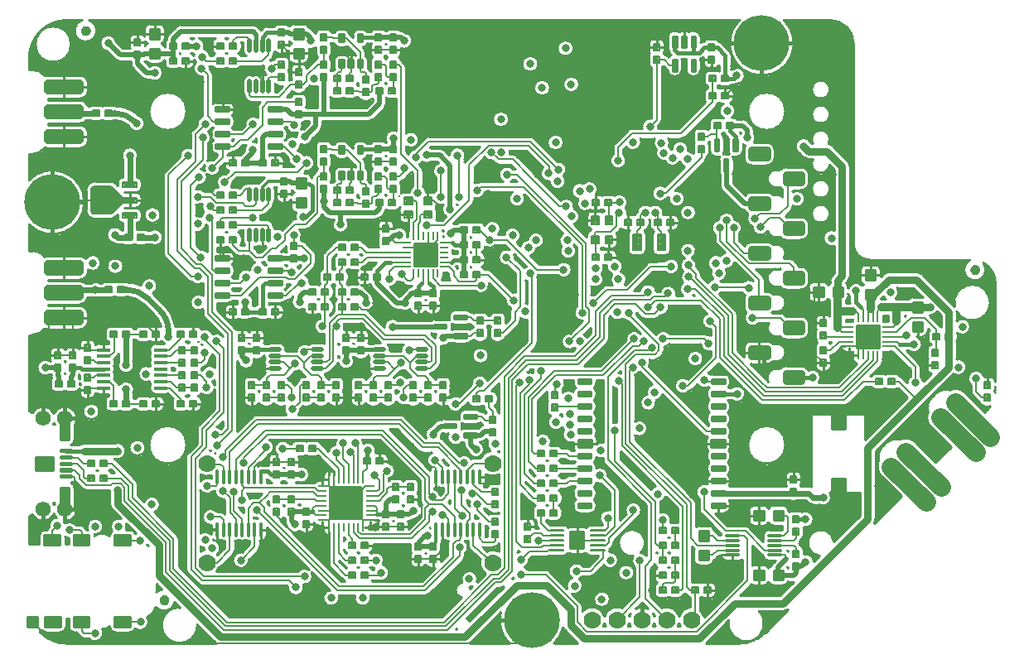
<source format=gbl>
*
*
G04 PADS 9.5 Build Number: 522968 generated Gerber (RS-274-X) file*
G04 PC Version=2.1*
*
%IN "PSDR.pcb"*%
*
%MOIN*%
*
%FSLAX35Y35*%
*
*
*
*
G04 PC Standard Apertures*
*
*
G04 Thermal Relief Aperture macro.*
%AMTER*
1,1,$1,0,0*
1,0,$1-$2,0,0*
21,0,$3,$4,0,0,45*
21,0,$3,$4,0,0,135*
%
*
*
G04 Annular Aperture macro.*
%AMANN*
1,1,$1,0,0*
1,0,$2,0,0*
%
*
*
G04 Odd Aperture macro.*
%AMODD*
1,1,$1,0,0*
1,0,$1-0.005,0,0*
%
*
*
G04 PC Custom Aperture Macros*
*
*
*
*
*
*
G04 PC Aperture Table*
*
%ADD010C,0.001*%
%ADD011C,0.008*%
%ADD012C,0.00787*%
%ADD013C,0.01575*%
%ADD034C,0.012*%
%ADD035C,0.03*%
%ADD036C,0.02*%
%ADD037C,0.015*%
%ADD038C,0.024*%
%ADD048C,0.07*%
%ADD072C,0.062*%
%ADD094C,0.00394*%
%ADD102O,0.03346X0.00984*%
%ADD103O,0.00984X0.03346*%
%ADD104C,0.01181*%
%ADD110C,0.016*%
%ADD146C,0.01*%
%ADD148C,0.076*%
%ADD149C,0.01969*%
%ADD150C,0.032*%
%ADD151C,0.22441*%
%ADD153C,0.014*%
%ADD166O,0.05512X0.01575*%
%ADD167O,0.0175X0.05906*%
%ADD168O,0.0535X0.0175*%
%ADD169O,0.06102X0.01142*%
%ADD170O,0.01575X0.05906*%
*
*
*
*
G04 PC Circuitry*
G04 Layer Name PSDR.pcb - circuitry*
%LPD*%
*
*
G04 PC Custom Flashes*
G04 Layer Name PSDR.pcb - flashes*
%LPD*%
*
*
G04 PC Circuitry*
G04 Layer Name PSDR.pcb - circuitry*
%LPD*%
*
G54D10*
G54D11*
G01X212900Y156850D02*
X215100D01*
Y154150*
X212900*
Y156850*
Y154400D02*
X215100D01*
X212900Y155200D02*
X215100D01*
X212900Y156000D02*
X215100D01*
X212900Y156800D02*
X215100D01*
X213600Y154150D02*
Y156850D01*
X214400Y154150D02*
Y156850D01*
X212900Y151850D02*
X215100D01*
Y149150*
X212900*
Y151850*
Y149600D02*
X215100D01*
X212900Y150400D02*
X215100D01*
X212900Y151200D02*
X215100D01*
X213600Y149150D02*
Y151850D01*
X214400Y149150D02*
Y151850D01*
X231150Y140900D02*
Y143100D01*
X233850*
Y140900*
X231150*
Y141600D02*
X233850D01*
X231150Y142400D02*
X233850D01*
X231200Y140900D02*
Y143100D01*
X232000Y140900D02*
Y143100D01*
X232800Y140900D02*
Y143100D01*
X233600Y140900D02*
Y143100D01*
X236150Y140900D02*
Y143100D01*
X238850*
Y140900*
X236150*
Y141600D02*
X238850D01*
X236150Y142400D02*
X238850D01*
X236800Y140900D02*
Y143100D01*
X237600Y140900D02*
Y143100D01*
X238400Y140900D02*
Y143100D01*
X250900Y155850D02*
X253100D01*
Y153150*
X250900*
Y155850*
Y153600D02*
X253100D01*
X250900Y154400D02*
X253100D01*
X250900Y155200D02*
X253100D01*
X251200Y153150D02*
Y155850D01*
X252000Y153150D02*
Y155850D01*
X252800Y153150D02*
Y155850D01*
X250900Y150850D02*
X253100D01*
Y148150*
X250900*
Y150850*
Y148800D02*
X253100D01*
X250900Y149600D02*
X253100D01*
X250900Y150400D02*
X253100D01*
X251200Y148150D02*
Y150850D01*
X252000Y148150D02*
Y150850D01*
X252800Y148150D02*
Y150850D01*
X244900Y155850D02*
X247100D01*
Y153150*
X244900*
Y155850*
Y153600D02*
X247100D01*
X244900Y154400D02*
X247100D01*
X244900Y155200D02*
X247100D01*
X245600Y153150D02*
Y155850D01*
X246400Y153150D02*
Y155850D01*
X244900Y150850D02*
X247100D01*
Y148150*
X244900*
Y150850*
Y148800D02*
X247100D01*
X244900Y149600D02*
X247100D01*
X244900Y150400D02*
X247100D01*
X245600Y148150D02*
Y150850D01*
X246400Y148150D02*
Y150850D01*
X237150Y174900D02*
Y177100D01*
X239850*
Y174900*
X237150*
Y175200D02*
X239850D01*
X237150Y176000D02*
X239850D01*
X237150Y176800D02*
X239850D01*
X237600Y174900D02*
Y177100D01*
X238400Y174900D02*
Y177100D01*
X239200Y174900D02*
Y177100D01*
X242150Y174900D02*
Y177100D01*
X244850*
Y174900*
X242150*
Y175200D02*
X244850D01*
X242150Y176000D02*
X244850D01*
X242150Y176800D02*
X244850D01*
X242400Y174900D02*
Y177100D01*
X243200Y174900D02*
Y177100D01*
X244000Y174900D02*
Y177100D01*
X244800Y174900D02*
Y177100D01*
X206900Y161850D02*
X209100D01*
Y159150*
X206900*
Y161850*
Y159200D02*
X209100D01*
X206900Y160000D02*
X209100D01*
X206900Y160800D02*
X209100D01*
X206900Y161600D02*
X209100D01*
X207200Y159150D02*
Y161850D01*
X208000Y159150D02*
Y161850D01*
X208800Y159150D02*
Y161850D01*
X206900Y156850D02*
X209100D01*
Y154150*
X206900*
Y156850*
Y154400D02*
X209100D01*
X206900Y155200D02*
X209100D01*
X206900Y156000D02*
X209100D01*
X206900Y156800D02*
X209100D01*
X207200Y154150D02*
Y156850D01*
X208000Y154150D02*
Y156850D01*
X208800Y154150D02*
Y156850D01*
X203100Y154150D02*
X200900D01*
Y156850*
X203100*
Y154150*
X200900Y154400D02*
X203100D01*
X200900Y155200D02*
X203100D01*
X200900Y156000D02*
X203100D01*
X200900Y156800D02*
X203100D01*
X201600Y154150D02*
Y156850D01*
X202400Y154150D02*
Y156850D01*
X203100Y159150D02*
X200900D01*
Y161850*
X203100*
Y159150*
X200900Y159200D02*
X203100D01*
X200900Y160000D02*
X203100D01*
X200900Y160800D02*
X203100D01*
X200900Y161600D02*
X203100D01*
X201600Y159150D02*
Y161850D01*
X202400Y159150D02*
Y161850D01*
X248900Y166850D02*
X251100D01*
Y164150*
X248900*
Y166850*
Y164800D02*
X251100D01*
X248900Y165600D02*
X251100D01*
X248900Y166400D02*
X251100D01*
X249600Y164150D02*
Y166850D01*
X250400Y164150D02*
Y166850D01*
X248900Y161850D02*
X251100D01*
Y159150*
X248900*
Y161850*
Y159200D02*
X251100D01*
X248900Y160000D02*
X251100D01*
X248900Y160800D02*
X251100D01*
X248900Y161600D02*
X251100D01*
X249600Y159150D02*
Y161850D01*
X250400Y159150D02*
Y161850D01*
X257100Y159150D02*
X254900D01*
Y161850*
X257100*
Y159150*
X254900Y159200D02*
X257100D01*
X254900Y160000D02*
X257100D01*
X254900Y160800D02*
X257100D01*
X254900Y161600D02*
X257100D01*
X255200Y159150D02*
Y161850D01*
X256000Y159150D02*
Y161850D01*
X256800Y159150D02*
Y161850D01*
X257100Y164150D02*
X254900D01*
Y166850*
X257100*
Y164150*
X254900Y164800D02*
X257100D01*
X254900Y165600D02*
X257100D01*
X254900Y166400D02*
X257100D01*
X255200Y164150D02*
Y166850D01*
X256000Y164150D02*
Y166850D01*
X256800Y164150D02*
Y166850D01*
X423100Y214150D02*
X420900D01*
Y216850*
X423100*
Y214150*
X420900Y214400D02*
X423100D01*
X420900Y215200D02*
X423100D01*
X420900Y216000D02*
X423100D01*
X420900Y216800D02*
X423100D01*
X421600Y214150D02*
Y216850D01*
X422400Y214150D02*
Y216850D01*
X423100Y219150D02*
X420900D01*
Y221850*
X423100*
Y219150*
X420900Y219200D02*
X423100D01*
X420900Y220000D02*
X423100D01*
X420900Y220800D02*
X423100D01*
X420900Y221600D02*
X423100D01*
X421600Y219150D02*
Y221850D01*
X422400Y219150D02*
Y221850D01*
X190850Y237100D02*
Y234900D01*
X188150*
Y237100*
X190850*
X188150Y235200D02*
X190850D01*
X188150Y236000D02*
X190850D01*
X188150Y236800D02*
X190850D01*
X188800Y234900D02*
Y237100D01*
X189600Y234900D02*
Y237100D01*
X190400Y234900D02*
Y237100D01*
X185850D02*
Y234900D01*
X183150*
Y237100*
X185850*
X183150Y235200D02*
X185850D01*
X183150Y236000D02*
X185850D01*
X183150Y236800D02*
X185850D01*
X183200Y234900D02*
Y237100D01*
X184000Y234900D02*
Y237100D01*
X184800Y234900D02*
Y237100D01*
X185600Y234900D02*
Y237100D01*
X450850Y209100D02*
Y206900D01*
X448150*
Y209100*
X450850*
X448150Y207200D02*
X450850D01*
X448150Y208000D02*
X450850D01*
X448150Y208800D02*
X450850D01*
X448800Y206900D02*
Y209100D01*
X449600Y206900D02*
Y209100D01*
X450400Y206900D02*
Y209100D01*
X445850D02*
Y206900D01*
X443150*
Y209100*
X445850*
X443150Y207200D02*
X445850D01*
X443150Y208000D02*
X445850D01*
X443150Y208800D02*
X445850D01*
X443200Y206900D02*
Y209100D01*
X444000Y206900D02*
Y209100D01*
X444800Y206900D02*
Y209100D01*
X445600Y206900D02*
Y209100D01*
X126150Y173900D02*
Y176100D01*
X128850*
Y173900*
X126150*
Y174400D02*
X128850D01*
X126150Y175200D02*
X128850D01*
X126150Y176000D02*
X128850D01*
X126400Y173900D02*
Y176100D01*
X127200Y173900D02*
Y176100D01*
X128000Y173900D02*
Y176100D01*
X128800Y173900D02*
Y176100D01*
X131150Y173900D02*
Y176100D01*
X133850*
Y173900*
X131150*
Y174400D02*
X133850D01*
X131150Y175200D02*
X133850D01*
X131150Y176000D02*
X133850D01*
X131200Y173900D02*
Y176100D01*
X132000Y173900D02*
Y176100D01*
X132800Y173900D02*
Y176100D01*
X133600Y173900D02*
Y176100D01*
X126150Y167900D02*
Y170100D01*
X128850*
Y167900*
X126150*
Y168000D02*
X128850D01*
X126150Y168800D02*
X128850D01*
X126150Y169600D02*
X128850D01*
X126400Y167900D02*
Y170100D01*
X127200Y167900D02*
Y170100D01*
X128000Y167900D02*
Y170100D01*
X128800Y167900D02*
Y170100D01*
X131150Y167900D02*
Y170100D01*
X133850*
Y167900*
X131150*
Y168000D02*
X133850D01*
X131150Y168800D02*
X133850D01*
X131150Y169600D02*
X133850D01*
X131200Y167900D02*
Y170100D01*
X132000Y167900D02*
Y170100D01*
X132800Y167900D02*
Y170100D01*
X133600Y167900D02*
Y170100D01*
X195150Y294900D02*
Y297100D01*
X197850*
Y294900*
X195150*
Y295200D02*
X197850D01*
X195150Y296000D02*
X197850D01*
X195150Y296800D02*
X197850D01*
X195200Y294900D02*
Y297100D01*
X196000Y294900D02*
Y297100D01*
X196800Y294900D02*
Y297100D01*
X197600Y294900D02*
Y297100D01*
X200150Y294900D02*
Y297100D01*
X202850*
Y294900*
X200150*
Y295200D02*
X202850D01*
X200150Y296000D02*
X202850D01*
X200150Y296800D02*
X202850D01*
X200800Y294900D02*
Y297100D01*
X201600Y294900D02*
Y297100D01*
X202400Y294900D02*
Y297100D01*
X329150Y278900D02*
Y281100D01*
X331850*
Y278900*
X329150*
Y279200D02*
X331850D01*
X329150Y280000D02*
X331850D01*
X329150Y280800D02*
X331850D01*
X329600Y278900D02*
Y281100D01*
X330400Y278900D02*
Y281100D01*
X331200Y278900D02*
Y281100D01*
X334150Y278900D02*
Y281100D01*
X336850*
Y278900*
X334150*
Y279200D02*
X336850D01*
X334150Y280000D02*
X336850D01*
X334150Y280800D02*
X336850D01*
X334400Y278900D02*
Y281100D01*
X335200Y278900D02*
Y281100D01*
X336000Y278900D02*
Y281100D01*
X336800Y278900D02*
Y281100D01*
X185850Y284100D02*
Y281900D01*
X183150*
Y284100*
X185850*
X183150Y282400D02*
X185850D01*
X183150Y283200D02*
X185850D01*
X183150Y284000D02*
X185850D01*
X183200Y281900D02*
Y284100D01*
X184000Y281900D02*
Y284100D01*
X184800Y281900D02*
Y284100D01*
X185600Y281900D02*
Y284100D01*
X180850D02*
Y281900D01*
X178150*
Y284100*
X180850*
X178150Y282400D02*
X180850D01*
X178150Y283200D02*
X180850D01*
X178150Y284000D02*
X180850D01*
X178400Y281900D02*
Y284100D01*
X179200Y281900D02*
Y284100D01*
X180000Y281900D02*
Y284100D01*
X180800Y281900D02*
Y284100D01*
X336850Y259100D02*
Y256900D01*
X334150*
Y259100*
X336850*
X334150Y257600D02*
X336850D01*
X334150Y258400D02*
X336850D01*
X334400Y256900D02*
Y259100D01*
X335200Y256900D02*
Y259100D01*
X336000Y256900D02*
Y259100D01*
X336800Y256900D02*
Y259100D01*
X331850D02*
Y256900D01*
X329150*
Y259100*
X331850*
X329150Y257600D02*
X331850D01*
X329150Y258400D02*
X331850D01*
X329600Y256900D02*
Y259100D01*
X330400Y256900D02*
Y259100D01*
X331200Y256900D02*
Y259100D01*
X238850Y131100D02*
Y128900D01*
X236150*
Y131100*
X238850*
X236150Y129600D02*
X238850D01*
X236150Y130400D02*
X238850D01*
X236800Y128900D02*
Y131100D01*
X237600Y128900D02*
Y131100D01*
X238400Y128900D02*
Y131100D01*
X233850D02*
Y128900D01*
X231150*
Y131100*
X233850*
X231150Y129600D02*
X233850D01*
X231150Y130400D02*
X233850D01*
X231200Y128900D02*
Y131100D01*
X232000Y128900D02*
Y131100D01*
X232800Y128900D02*
Y131100D01*
X233600Y128900D02*
Y131100D01*
X231150Y134900D02*
Y137100D01*
X233850*
Y134900*
X231150*
Y135200D02*
X233850D01*
X231150Y136000D02*
X233850D01*
X231150Y136800D02*
X233850D01*
X231200Y134900D02*
Y137100D01*
X232000Y134900D02*
Y137100D01*
X232800Y134900D02*
Y137100D01*
X233600Y134900D02*
Y137100D01*
X236150Y134900D02*
Y137100D01*
X238850*
Y134900*
X236150*
Y135200D02*
X238850D01*
X236150Y136000D02*
X238850D01*
X236150Y136800D02*
X238850D01*
X236800Y134900D02*
Y137100D01*
X237600Y134900D02*
Y137100D01*
X238400Y134900D02*
Y137100D01*
X288900Y152850D02*
X291100D01*
Y150150*
X288900*
Y152850*
Y150400D02*
X291100D01*
X288900Y151200D02*
X291100D01*
X288900Y152000D02*
X291100D01*
X288900Y152800D02*
X291100D01*
X289600Y150150D02*
Y152850D01*
X290400Y150150D02*
Y152850D01*
X288900Y147850D02*
X291100D01*
Y145150*
X288900*
Y147850*
Y145600D02*
X291100D01*
X288900Y146400D02*
X291100D01*
X288900Y147200D02*
X291100D01*
X289600Y145150D02*
Y147850D01*
X290400Y145150D02*
Y147850D01*
X291100Y157150D02*
X288900D01*
Y159850*
X291100*
Y157150*
X288900Y157600D02*
X291100D01*
X288900Y158400D02*
X291100D01*
X288900Y159200D02*
X291100D01*
X289600Y157150D02*
Y159850D01*
X290400Y157150D02*
Y159850D01*
X291100Y162150D02*
X288900D01*
Y164850*
X291100*
Y162150*
X288900Y162400D02*
X291100D01*
X288900Y163200D02*
X291100D01*
X288900Y164000D02*
X291100D01*
X288900Y164800D02*
X291100D01*
X289600Y162150D02*
Y164850D01*
X290400Y162150D02*
Y164850D01*
X263900Y142850D02*
X266100D01*
Y140150*
X263900*
Y142850*
Y140800D02*
X266100D01*
X263900Y141600D02*
X266100D01*
X263900Y142400D02*
X266100D01*
X264000Y140150D02*
Y142850D01*
X264800Y140150D02*
Y142850D01*
X265600Y140150D02*
Y142850D01*
X263900Y137850D02*
X266100D01*
Y135150*
X263900*
Y137850*
Y135200D02*
X266100D01*
X263900Y136000D02*
X266100D01*
X263900Y136800D02*
X266100D01*
X263900Y137600D02*
X266100D01*
X264000Y135150D02*
Y137850D01*
X264800Y135150D02*
Y137850D01*
X265600Y135150D02*
Y137850D01*
X203100Y169150D02*
X200900D01*
Y171850*
X203100*
Y169150*
X200900Y169600D02*
X203100D01*
X200900Y170400D02*
X203100D01*
X200900Y171200D02*
X203100D01*
X201600Y169150D02*
Y171850D01*
X202400Y169150D02*
Y171850D01*
X203100Y174150D02*
X200900D01*
Y176850*
X203100*
Y174150*
X200900Y174400D02*
X203100D01*
X200900Y175200D02*
X203100D01*
X200900Y176000D02*
X203100D01*
X200900Y176800D02*
X203100D01*
X201600Y174150D02*
Y176850D01*
X202400Y174150D02*
Y176850D01*
X257900Y142850D02*
X260100D01*
Y140150*
X257900*
Y142850*
Y140800D02*
X260100D01*
X257900Y141600D02*
X260100D01*
X257900Y142400D02*
X260100D01*
X258400Y140150D02*
Y142850D01*
X259200Y140150D02*
Y142850D01*
X260000Y140150D02*
Y142850D01*
X257900Y137850D02*
X260100D01*
Y135150*
X257900*
Y137850*
Y135200D02*
X260100D01*
X257900Y136000D02*
X260100D01*
X257900Y136800D02*
X260100D01*
X257900Y137600D02*
X260100D01*
X258400Y135150D02*
Y137850D01*
X259200Y135150D02*
Y137850D01*
X260000Y135150D02*
Y137850D01*
X209100Y169150D02*
X206900D01*
Y171850*
X209100*
Y169150*
X206900Y169600D02*
X209100D01*
X206900Y170400D02*
X209100D01*
X206900Y171200D02*
X209100D01*
X207200Y169150D02*
Y171850D01*
X208000Y169150D02*
Y171850D01*
X208800Y169150D02*
Y171850D01*
X209100Y174150D02*
X206900D01*
Y176850*
X209100*
Y174150*
X206900Y174400D02*
X209100D01*
X206900Y175200D02*
X209100D01*
X206900Y176000D02*
X209100D01*
X206900Y176800D02*
X209100D01*
X207200Y174150D02*
Y176850D01*
X208000Y174150D02*
Y176850D01*
X208800Y174150D02*
Y176850D01*
X217850Y182100D02*
Y179900D01*
X215150*
Y182100*
X217850*
X215150Y180000D02*
X217850D01*
X215150Y180800D02*
X217850D01*
X215150Y181600D02*
X217850D01*
X215200Y179900D02*
Y182100D01*
X216000Y179900D02*
Y182100D01*
X216800Y179900D02*
Y182100D01*
X217600Y179900D02*
Y182100D01*
X212850D02*
Y179900D01*
X210150*
Y182100*
X212850*
X210150Y180000D02*
X212850D01*
X210150Y180800D02*
X212850D01*
X210150Y181600D02*
X212850D01*
X210400Y179900D02*
Y182100D01*
X211200Y179900D02*
Y182100D01*
X212000Y179900D02*
Y182100D01*
X212800Y179900D02*
Y182100D01*
X249850Y281100D02*
Y278900D01*
X247150*
Y281100*
X249850*
X247150Y279200D02*
X249850D01*
X247150Y280000D02*
X249850D01*
X247150Y280800D02*
X249850D01*
X247200Y278900D02*
Y281100D01*
X248000Y278900D02*
Y281100D01*
X248800Y278900D02*
Y281100D01*
X249600Y278900D02*
Y281100D01*
X244850D02*
Y278900D01*
X242150*
Y281100*
X244850*
X242150Y279200D02*
X244850D01*
X242150Y280000D02*
X244850D01*
X242150Y280800D02*
X244850D01*
X242400Y278900D02*
Y281100D01*
X243200Y278900D02*
Y281100D01*
X244000Y278900D02*
Y281100D01*
X244800Y278900D02*
Y281100D01*
X249850Y326100D02*
Y323900D01*
X247150*
Y326100*
X249850*
X247150Y324000D02*
X249850D01*
X247150Y324800D02*
X249850D01*
X247150Y325600D02*
X249850D01*
X247200Y323900D02*
Y326100D01*
X248000Y323900D02*
Y326100D01*
X248800Y323900D02*
Y326100D01*
X249600Y323900D02*
Y326100D01*
X244850D02*
Y323900D01*
X242150*
Y326100*
X244850*
X242150Y324000D02*
X244850D01*
X242150Y324800D02*
X244850D01*
X242150Y325600D02*
X244850D01*
X242400Y323900D02*
Y326100D01*
X243200Y323900D02*
Y326100D01*
X244000Y323900D02*
Y326100D01*
X244800Y323900D02*
Y326100D01*
X147100Y338150D02*
X144900D01*
Y340850*
X147100*
Y338150*
X144900Y338400D02*
X147100D01*
X144900Y339200D02*
X147100D01*
X144900Y340000D02*
X147100D01*
X144900Y340800D02*
X147100D01*
X145600Y338150D02*
Y340850D01*
X146400Y338150D02*
Y340850D01*
X147100Y343150D02*
X144900D01*
Y345850*
X147100*
Y343150*
X144900Y343200D02*
X147100D01*
X144900Y344000D02*
X147100D01*
X144900Y344800D02*
X147100D01*
X144900Y345600D02*
X147100D01*
X145600Y343150D02*
Y345850D01*
X146400Y343150D02*
Y345850D01*
X409900Y139850D02*
X412100D01*
Y137150*
X409900*
Y139850*
Y137600D02*
X412100D01*
X409900Y138400D02*
X412100D01*
X409900Y139200D02*
X412100D01*
X410400Y137150D02*
Y139850D01*
X411200Y137150D02*
Y139850D01*
X412000Y137150D02*
Y139850D01*
X409900Y134850D02*
X412100D01*
Y132150*
X409900*
Y134850*
Y132800D02*
X412100D01*
X409900Y133600D02*
X412100D01*
X409900Y134400D02*
X412100D01*
X410400Y132150D02*
Y134850D01*
X411200Y132150D02*
Y134850D01*
X412000Y132150D02*
Y134850D01*
X288850Y202100D02*
Y199900D01*
X286150*
Y202100*
X288850*
X286150Y200000D02*
X288850D01*
X286150Y200800D02*
X288850D01*
X286150Y201600D02*
X288850D01*
X286400Y199900D02*
Y202100D01*
X287200Y199900D02*
Y202100D01*
X288000Y199900D02*
Y202100D01*
X288800Y199900D02*
Y202100D01*
X283850D02*
Y199900D01*
X281150*
Y202100*
X283850*
X281150Y200000D02*
X283850D01*
X281150Y200800D02*
X283850D01*
X281150Y201600D02*
X283850D01*
X281600Y199900D02*
Y202100D01*
X282400Y199900D02*
Y202100D01*
X283200Y199900D02*
Y202100D01*
X290100Y186150D02*
X287900D01*
Y188850*
X290100*
Y186150*
X287900Y186400D02*
X290100D01*
X287900Y187200D02*
X290100D01*
X287900Y188000D02*
X290100D01*
X287900Y188800D02*
X290100D01*
X288000Y186150D02*
Y188850D01*
X288800Y186150D02*
Y188850D01*
X289600Y186150D02*
Y188850D01*
X290100Y191150D02*
X287900D01*
Y193850*
X290100*
Y191150*
X287900Y191200D02*
X290100D01*
X287900Y192000D02*
X290100D01*
X287900Y192800D02*
X290100D01*
X287900Y193600D02*
X290100D01*
X288000Y191150D02*
Y193850D01*
X288800Y191150D02*
Y193850D01*
X289600Y191150D02*
Y193850D01*
X276150Y261900D02*
Y264100D01*
X278850*
Y261900*
X276150*
Y262400D02*
X278850D01*
X276150Y263200D02*
X278850D01*
X276150Y264000D02*
X278850D01*
X276800Y261900D02*
Y264100D01*
X277600Y261900D02*
Y264100D01*
X278400Y261900D02*
Y264100D01*
X281150Y261900D02*
Y264100D01*
X283850*
Y261900*
X281150*
Y262400D02*
X283850D01*
X281150Y263200D02*
X283850D01*
X281150Y264000D02*
X283850D01*
X281600Y261900D02*
Y264100D01*
X282400Y261900D02*
Y264100D01*
X283200Y261900D02*
Y264100D01*
X276150Y255900D02*
Y258100D01*
X278850*
Y255900*
X276150*
Y256000D02*
X278850D01*
X276150Y256800D02*
X278850D01*
X276150Y257600D02*
X278850D01*
X276800Y255900D02*
Y258100D01*
X277600Y255900D02*
Y258100D01*
X278400Y255900D02*
Y258100D01*
X281150Y255900D02*
Y258100D01*
X283850*
Y255900*
X281150*
Y256000D02*
X283850D01*
X281150Y256800D02*
X283850D01*
X281150Y257600D02*
X283850D01*
X281600Y255900D02*
Y258100D01*
X282400Y255900D02*
Y258100D01*
X283200Y255900D02*
Y258100D01*
X263900Y244850D02*
X266100D01*
Y242150*
X263900*
Y244850*
Y242400D02*
X266100D01*
X263900Y243200D02*
X266100D01*
X263900Y244000D02*
X266100D01*
X263900Y244800D02*
X266100D01*
X264000Y242150D02*
Y244850D01*
X264800Y242150D02*
Y244850D01*
X265600Y242150D02*
Y244850D01*
X263900Y239850D02*
X266100D01*
Y237150*
X263900*
Y239850*
Y237600D02*
X266100D01*
X263900Y238400D02*
X266100D01*
X263900Y239200D02*
X266100D01*
X264000Y237150D02*
Y239850D01*
X264800Y237150D02*
Y239850D01*
X265600Y237150D02*
Y239850D01*
X257900Y244850D02*
X260100D01*
Y242150*
X257900*
Y244850*
Y242400D02*
X260100D01*
X257900Y243200D02*
X260100D01*
X257900Y244000D02*
X260100D01*
X257900Y244800D02*
X260100D01*
X258400Y242150D02*
Y244850D01*
X259200Y242150D02*
Y244850D01*
X260000Y242150D02*
Y244850D01*
X257900Y239850D02*
X260100D01*
Y237150*
X257900*
Y239850*
Y237600D02*
X260100D01*
X257900Y238400D02*
X260100D01*
X257900Y239200D02*
X260100D01*
X258400Y237150D02*
Y239850D01*
X259200Y237150D02*
Y239850D01*
X260000Y237150D02*
Y239850D01*
X243850Y251100D02*
Y248900D01*
X241150*
Y251100*
X243850*
X241150Y249600D02*
X243850D01*
X241150Y250400D02*
X243850D01*
X241600Y248900D02*
Y251100D01*
X242400Y248900D02*
Y251100D01*
X243200Y248900D02*
Y251100D01*
X238850D02*
Y248900D01*
X236150*
Y251100*
X238850*
X236150Y249600D02*
X238850D01*
X236150Y250400D02*
X238850D01*
X236800Y248900D02*
Y251100D01*
X237600Y248900D02*
Y251100D01*
X238400Y248900D02*
Y251100D01*
X247100Y263150D02*
X244900D01*
Y265850*
X247100*
Y263150*
X244900Y263200D02*
X247100D01*
X244900Y264000D02*
X247100D01*
X244900Y264800D02*
X247100D01*
X244900Y265600D02*
X247100D01*
X245600Y263150D02*
Y265850D01*
X246400Y263150D02*
Y265850D01*
X247100Y268150D02*
X244900D01*
Y270850*
X247100*
Y268150*
X244900Y268800D02*
X247100D01*
X244900Y269600D02*
X247100D01*
X244900Y270400D02*
X247100D01*
X245600Y268150D02*
Y270850D01*
X246400Y268150D02*
Y270850D01*
X283850Y252100D02*
Y249900D01*
X281150*
Y252100*
X283850*
X281150Y250400D02*
X283850D01*
X281150Y251200D02*
X283850D01*
X281150Y252000D02*
X283850D01*
X281600Y249900D02*
Y252100D01*
X282400Y249900D02*
Y252100D01*
X283200Y249900D02*
Y252100D01*
X278850D02*
Y249900D01*
X276150*
Y252100*
X278850*
X276150Y250400D02*
X278850D01*
X276150Y251200D02*
X278850D01*
X276150Y252000D02*
X278850D01*
X276800Y249900D02*
Y252100D01*
X277600Y249900D02*
Y252100D01*
X278400Y249900D02*
Y252100D01*
X378150Y309900D02*
Y312100D01*
X380850*
Y309900*
X378150*
Y310400D02*
X380850D01*
X378150Y311200D02*
X380850D01*
X378150Y312000D02*
X380850D01*
X378400Y309900D02*
Y312100D01*
X379200Y309900D02*
Y312100D01*
X380000Y309900D02*
Y312100D01*
X380800Y309900D02*
Y312100D01*
X383150Y309900D02*
Y312100D01*
X385850*
Y309900*
X383150*
Y310400D02*
X385850D01*
X383150Y311200D02*
X385850D01*
X383150Y312000D02*
X385850D01*
X383200Y309900D02*
Y312100D01*
X384000Y309900D02*
Y312100D01*
X384800Y309900D02*
Y312100D01*
X385600Y309900D02*
Y312100D01*
X374100Y300150D02*
X371900D01*
Y302850*
X374100*
Y300150*
X371900Y300800D02*
X374100D01*
X371900Y301600D02*
X374100D01*
X371900Y302400D02*
X374100D01*
X372000Y300150D02*
Y302850D01*
X372800Y300150D02*
Y302850D01*
X373600Y300150D02*
Y302850D01*
X374100Y305150D02*
X371900D01*
Y307850*
X374100*
Y305150*
X371900Y305600D02*
X374100D01*
X371900Y306400D02*
X374100D01*
X371900Y307200D02*
X374100D01*
X372000Y305150D02*
Y307850D01*
X372800Y305150D02*
Y307850D01*
X373600Y305150D02*
Y307850D01*
X283850Y270100D02*
Y267900D01*
X281150*
Y270100*
X283850*
X281150Y268000D02*
X283850D01*
X281150Y268800D02*
X283850D01*
X281150Y269600D02*
X283850D01*
X281600Y267900D02*
Y270100D01*
X282400Y267900D02*
Y270100D01*
X283200Y267900D02*
Y270100D01*
X278850D02*
Y267900D01*
X276150*
Y270100*
X278850*
X276150Y268000D02*
X278850D01*
X276150Y268800D02*
X278850D01*
X276150Y269600D02*
X278850D01*
X276800Y267900D02*
Y270100D01*
X277600Y267900D02*
Y270100D01*
X278400Y267900D02*
Y270100D01*
X289900Y233850D02*
X292100D01*
Y231150*
X289900*
Y233850*
Y231200D02*
X292100D01*
X289900Y232000D02*
X292100D01*
X289900Y232800D02*
X292100D01*
X289900Y233600D02*
X292100D01*
X290400Y231150D02*
Y233850D01*
X291200Y231150D02*
Y233850D01*
X292000Y231150D02*
Y233850D01*
X289900Y228850D02*
X292100D01*
Y226150*
X289900*
Y228850*
Y226400D02*
X292100D01*
X289900Y227200D02*
X292100D01*
X289900Y228000D02*
X292100D01*
X289900Y228800D02*
X292100D01*
X290400Y226150D02*
Y228850D01*
X291200Y226150D02*
Y228850D01*
X292000Y226150D02*
Y228850D01*
X411100Y162150D02*
X408900D01*
Y164850*
X411100*
Y162150*
X408900Y162400D02*
X411100D01*
X408900Y163200D02*
X411100D01*
X408900Y164000D02*
X411100D01*
X408900Y164800D02*
X411100D01*
X409600Y162150D02*
Y164850D01*
X410400Y162150D02*
Y164850D01*
X411100Y167150D02*
X408900D01*
Y169850*
X411100*
Y167150*
X408900Y167200D02*
X411100D01*
X408900Y168000D02*
X411100D01*
X408900Y168800D02*
X411100D01*
X408900Y169600D02*
X411100D01*
X409600Y167150D02*
Y169850D01*
X410400Y167150D02*
Y169850D01*
X420900Y232850D02*
X423100D01*
Y230150*
X420900*
Y232850*
Y230400D02*
X423100D01*
X420900Y231200D02*
X423100D01*
X420900Y232000D02*
X423100D01*
X420900Y232800D02*
X423100D01*
X421600Y230150D02*
Y232850D01*
X422400Y230150D02*
Y232850D01*
X420900Y227850D02*
X423100D01*
Y225150*
X420900*
Y227850*
Y225600D02*
X423100D01*
X420900Y226400D02*
X423100D01*
X420900Y227200D02*
X423100D01*
X421600Y225150D02*
Y227850D01*
X422400Y225150D02*
Y227850D01*
X315100Y196150D02*
X312900D01*
Y198850*
X315100*
Y196150*
X312900Y196800D02*
X315100D01*
X312900Y197600D02*
X315100D01*
X312900Y198400D02*
X315100D01*
X313600Y196150D02*
Y198850D01*
X314400Y196150D02*
Y198850D01*
X315100Y201150D02*
X312900D01*
Y203850*
X315100*
Y201150*
X312900Y201600D02*
X315100D01*
X312900Y202400D02*
X315100D01*
X312900Y203200D02*
X315100D01*
X313600Y201150D02*
Y203850D01*
X314400Y201150D02*
Y203850D01*
X314850Y180100D02*
Y177900D01*
X312150*
Y180100*
X314850*
X312150Y178400D02*
X314850D01*
X312150Y179200D02*
X314850D01*
X312150Y180000D02*
X314850D01*
X312800Y177900D02*
Y180100D01*
X313600Y177900D02*
Y180100D01*
X314400Y177900D02*
Y180100D01*
X309850D02*
Y177900D01*
X307150*
Y180100*
X309850*
X307150Y178400D02*
X309850D01*
X307150Y179200D02*
X309850D01*
X307150Y180000D02*
X309850D01*
X307200Y177900D02*
Y180100D01*
X308000Y177900D02*
Y180100D01*
X308800Y177900D02*
Y180100D01*
X309600Y177900D02*
Y180100D01*
X314850Y174100D02*
Y171900D01*
X312150*
Y174100*
X314850*
X312150Y172000D02*
X314850D01*
X312150Y172800D02*
X314850D01*
X312150Y173600D02*
X314850D01*
X312800Y171900D02*
Y174100D01*
X313600Y171900D02*
Y174100D01*
X314400Y171900D02*
Y174100D01*
X309850D02*
Y171900D01*
X307150*
Y174100*
X309850*
X307150Y172000D02*
X309850D01*
X307150Y172800D02*
X309850D01*
X307150Y173600D02*
X309850D01*
X307200Y171900D02*
Y174100D01*
X308000Y171900D02*
Y174100D01*
X308800Y171900D02*
Y174100D01*
X309600Y171900D02*
Y174100D01*
X314850Y168100D02*
Y165900D01*
X312150*
Y168100*
X314850*
X312150Y166400D02*
X314850D01*
X312150Y167200D02*
X314850D01*
X312150Y168000D02*
X314850D01*
X312800Y165900D02*
Y168100D01*
X313600Y165900D02*
Y168100D01*
X314400Y165900D02*
Y168100D01*
X309850D02*
Y165900D01*
X307150*
Y168100*
X309850*
X307150Y166400D02*
X309850D01*
X307150Y167200D02*
X309850D01*
X307150Y168000D02*
X309850D01*
X307200Y165900D02*
Y168100D01*
X308000Y165900D02*
Y168100D01*
X308800Y165900D02*
Y168100D01*
X309600Y165900D02*
Y168100D01*
X207900Y263850D02*
X210100D01*
Y261150*
X207900*
Y263850*
Y261600D02*
X210100D01*
X207900Y262400D02*
X210100D01*
X207900Y263200D02*
X210100D01*
X208000Y261150D02*
Y263850D01*
X208800Y261150D02*
Y263850D01*
X209600Y261150D02*
Y263850D01*
X207900Y258850D02*
X210100D01*
Y256150*
X207900*
Y258850*
Y256800D02*
X210100D01*
X207900Y257600D02*
X210100D01*
X207900Y258400D02*
X210100D01*
X208000Y256150D02*
Y258850D01*
X208800Y256150D02*
Y258850D01*
X209600Y256150D02*
Y258850D01*
X209900Y321850D02*
X212100D01*
Y319150*
X209900*
Y321850*
Y319200D02*
X212100D01*
X209900Y320000D02*
X212100D01*
X209900Y320800D02*
X212100D01*
X209900Y321600D02*
X212100D01*
X210400Y319150D02*
Y321850D01*
X211200Y319150D02*
Y321850D01*
X212000Y319150D02*
Y321850D01*
X209900Y316850D02*
X212100D01*
Y314150*
X209900*
Y316850*
Y314400D02*
X212100D01*
X209900Y315200D02*
X212100D01*
X209900Y316000D02*
X212100D01*
X209900Y316800D02*
X212100D01*
X210400Y314150D02*
Y316850D01*
X211200Y314150D02*
Y316850D01*
X212000Y314150D02*
Y316850D01*
X185850Y344100D02*
Y341900D01*
X183150*
Y344100*
X185850*
X183150Y342400D02*
X185850D01*
X183150Y343200D02*
X185850D01*
X183150Y344000D02*
X185850D01*
X183200Y341900D02*
Y344100D01*
X184000Y341900D02*
Y344100D01*
X184800Y341900D02*
Y344100D01*
X185600Y341900D02*
Y344100D01*
X180850D02*
Y341900D01*
X178150*
Y344100*
X180850*
X178150Y342400D02*
X180850D01*
X178150Y343200D02*
X180850D01*
X178150Y344000D02*
X180850D01*
X178400Y341900D02*
Y344100D01*
X179200Y341900D02*
Y344100D01*
X180000Y341900D02*
Y344100D01*
X180800Y341900D02*
Y344100D01*
X178150Y263900D02*
Y266100D01*
X180850*
Y263900*
X178150*
Y264000D02*
X180850D01*
X178150Y264800D02*
X180850D01*
X178150Y265600D02*
X180850D01*
X178400Y263900D02*
Y266100D01*
X179200Y263900D02*
Y266100D01*
X180000Y263900D02*
Y266100D01*
X180800Y263900D02*
Y266100D01*
X183150Y263900D02*
Y266100D01*
X185850*
Y263900*
X183150*
Y264000D02*
X185850D01*
X183150Y264800D02*
X185850D01*
X183150Y265600D02*
X185850D01*
X183200Y263900D02*
Y266100D01*
X184000Y263900D02*
Y266100D01*
X184800Y263900D02*
Y266100D01*
X185600Y263900D02*
Y266100D01*
X486900Y207850D02*
X489100D01*
Y205150*
X486900*
Y207850*
Y205600D02*
X489100D01*
X486900Y206400D02*
X489100D01*
X486900Y207200D02*
X489100D01*
X487200Y205150D02*
Y207850D01*
X488000Y205150D02*
Y207850D01*
X488800Y205150D02*
Y207850D01*
X486900Y202850D02*
X489100D01*
Y200150*
X486900*
Y202850*
Y200800D02*
X489100D01*
X486900Y201600D02*
X489100D01*
X486900Y202400D02*
X489100D01*
X487200Y200150D02*
Y202850D01*
X488000Y200150D02*
Y202850D01*
X488800Y200150D02*
Y202850D01*
X209900Y333850D02*
X212100D01*
Y331150*
X209900*
Y333850*
Y331200D02*
X212100D01*
X209900Y332000D02*
X212100D01*
X209900Y332800D02*
X212100D01*
X209900Y333600D02*
X212100D01*
X210400Y331150D02*
Y333850D01*
X211200Y331150D02*
Y333850D01*
X212000Y331150D02*
Y333850D01*
X209900Y328850D02*
X212100D01*
Y326150*
X209900*
Y328850*
Y326400D02*
X212100D01*
X209900Y327200D02*
X212100D01*
X209900Y328000D02*
X212100D01*
X209900Y328800D02*
X212100D01*
X210400Y326150D02*
Y328850D01*
X211200Y326150D02*
Y328850D01*
X212000Y326150D02*
Y328850D01*
X468100Y213150D02*
X465900D01*
Y215850*
X468100*
Y213150*
X465900Y213600D02*
X468100D01*
X465900Y214400D02*
X468100D01*
X465900Y215200D02*
X468100D01*
X466400Y213150D02*
Y215850D01*
X467200Y213150D02*
Y215850D01*
X468000Y213150D02*
Y215850D01*
X468100Y218150D02*
X465900D01*
Y220850*
X468100*
Y218150*
X465900Y218400D02*
X468100D01*
X465900Y219200D02*
X468100D01*
X465900Y220000D02*
X468100D01*
X465900Y220800D02*
X468100D01*
X466400Y218150D02*
Y220850D01*
X467200Y218150D02*
Y220850D01*
X468000Y218150D02*
Y220850D01*
X241900Y291850D02*
X244100D01*
Y289150*
X241900*
Y291850*
Y289600D02*
X244100D01*
X241900Y290400D02*
X244100D01*
X241900Y291200D02*
X244100D01*
X242400Y289150D02*
Y291850D01*
X243200Y289150D02*
Y291850D01*
X244000Y289150D02*
Y291850D01*
X241900Y286850D02*
X244100D01*
Y284150*
X241900*
Y286850*
Y284800D02*
X244100D01*
X241900Y285600D02*
X244100D01*
X241900Y286400D02*
X244100D01*
X242400Y284150D02*
Y286850D01*
X243200Y284150D02*
Y286850D01*
X244000Y284150D02*
Y286850D01*
X232850Y281100D02*
Y278900D01*
X230150*
Y281100*
X232850*
X230150Y279200D02*
X232850D01*
X230150Y280000D02*
X232850D01*
X230150Y280800D02*
X232850D01*
X230400Y278900D02*
Y281100D01*
X231200Y278900D02*
Y281100D01*
X232000Y278900D02*
Y281100D01*
X232800Y278900D02*
Y281100D01*
X227850D02*
Y278900D01*
X225150*
Y281100*
X227850*
X225150Y279200D02*
X227850D01*
X225150Y280000D02*
X227850D01*
X225150Y280800D02*
X227850D01*
X225600Y278900D02*
Y281100D01*
X226400Y278900D02*
Y281100D01*
X227200Y278900D02*
Y281100D01*
X219900Y291850D02*
X222100D01*
Y289150*
X219900*
Y291850*
Y289600D02*
X222100D01*
X219900Y290400D02*
X222100D01*
X219900Y291200D02*
X222100D01*
X220000Y289150D02*
Y291850D01*
X220800Y289150D02*
Y291850D01*
X221600Y289150D02*
Y291850D01*
X219900Y286850D02*
X222100D01*
Y284150*
X219900*
Y286850*
Y284800D02*
X222100D01*
X219900Y285600D02*
X222100D01*
X219900Y286400D02*
X222100D01*
X220000Y284150D02*
Y286850D01*
X220800Y284150D02*
Y286850D01*
X221600Y284150D02*
Y286850D01*
X241900Y336850D02*
X244100D01*
Y334150*
X241900*
Y336850*
Y334400D02*
X244100D01*
X241900Y335200D02*
X244100D01*
X241900Y336000D02*
X244100D01*
X241900Y336800D02*
X244100D01*
X242400Y334150D02*
Y336850D01*
X243200Y334150D02*
Y336850D01*
X244000Y334150D02*
Y336850D01*
X241900Y331850D02*
X244100D01*
Y329150*
X241900*
Y331850*
Y329600D02*
X244100D01*
X241900Y330400D02*
X244100D01*
X241900Y331200D02*
X244100D01*
X242400Y329150D02*
Y331850D01*
X243200Y329150D02*
Y331850D01*
X244000Y329150D02*
Y331850D01*
X232850Y326100D02*
Y323900D01*
X230150*
Y326100*
X232850*
X230150Y324000D02*
X232850D01*
X230150Y324800D02*
X232850D01*
X230150Y325600D02*
X232850D01*
X230400Y323900D02*
Y326100D01*
X231200Y323900D02*
Y326100D01*
X232000Y323900D02*
Y326100D01*
X232800Y323900D02*
Y326100D01*
X227850D02*
Y323900D01*
X225150*
Y326100*
X227850*
X225150Y324000D02*
X227850D01*
X225150Y324800D02*
X227850D01*
X225150Y325600D02*
X227850D01*
X225600Y323900D02*
Y326100D01*
X226400Y323900D02*
Y326100D01*
X227200Y323900D02*
Y326100D01*
X231100Y219150D02*
X228900D01*
Y221850*
X231100*
Y219150*
X228900Y219200D02*
X231100D01*
X228900Y220000D02*
X231100D01*
X228900Y220800D02*
X231100D01*
X228900Y221600D02*
X231100D01*
X229600Y219150D02*
Y221850D01*
X230400Y219150D02*
Y221850D01*
X231100Y224150D02*
X228900D01*
Y226850*
X231100*
Y224150*
X228900Y224800D02*
X231100D01*
X228900Y225600D02*
X231100D01*
X228900Y226400D02*
X231100D01*
X229600Y224150D02*
Y226850D01*
X230400Y224150D02*
Y226850D01*
X189100Y219150D02*
X186900D01*
Y221850*
X189100*
Y219150*
X186900Y219200D02*
X189100D01*
X186900Y220000D02*
X189100D01*
X186900Y220800D02*
X189100D01*
X186900Y221600D02*
X189100D01*
X187200Y219150D02*
Y221850D01*
X188000Y219150D02*
Y221850D01*
X188800Y219150D02*
Y221850D01*
X189100Y224150D02*
X186900D01*
Y226850*
X189100*
Y224150*
X186900Y224800D02*
X189100D01*
X186900Y225600D02*
X189100D01*
X186900Y226400D02*
X189100D01*
X187200Y224150D02*
Y226850D01*
X188000Y224150D02*
Y226850D01*
X188800Y224150D02*
Y226850D01*
X237100Y219150D02*
X234900D01*
Y221850*
X237100*
Y219150*
X234900Y219200D02*
X237100D01*
X234900Y220000D02*
X237100D01*
X234900Y220800D02*
X237100D01*
X234900Y221600D02*
X237100D01*
X235200Y219150D02*
Y221850D01*
X236000Y219150D02*
Y221850D01*
X236800Y219150D02*
Y221850D01*
X237100Y224150D02*
X234900D01*
Y226850*
X237100*
Y224150*
X234900Y224800D02*
X237100D01*
X234900Y225600D02*
X237100D01*
X234900Y226400D02*
X237100D01*
X235200Y224150D02*
Y226850D01*
X236000Y224150D02*
Y226850D01*
X236800Y224150D02*
Y226850D01*
X195100Y219150D02*
X192900D01*
Y221850*
X195100*
Y219150*
X192900Y219200D02*
X195100D01*
X192900Y220000D02*
X195100D01*
X192900Y220800D02*
X195100D01*
X192900Y221600D02*
X195100D01*
X193600Y219150D02*
Y221850D01*
X194400Y219150D02*
Y221850D01*
X195100Y224150D02*
X192900D01*
Y226850*
X195100*
Y224150*
X192900Y224800D02*
X195100D01*
X192900Y225600D02*
X195100D01*
X192900Y226400D02*
X195100D01*
X193600Y224150D02*
Y226850D01*
X194400Y224150D02*
Y226850D01*
X228850Y251100D02*
Y248900D01*
X226150*
Y251100*
X228850*
X226150Y249600D02*
X228850D01*
X226150Y250400D02*
X228850D01*
X226400Y248900D02*
Y251100D01*
X227200Y248900D02*
Y251100D01*
X228000Y248900D02*
Y251100D01*
X228800Y248900D02*
Y251100D01*
X223850D02*
Y248900D01*
X221150*
Y251100*
X223850*
X221150Y249600D02*
X223850D01*
X221150Y250400D02*
X223850D01*
X221600Y248900D02*
Y251100D01*
X222400Y248900D02*
Y251100D01*
X223200Y248900D02*
Y251100D01*
X234850Y263100D02*
Y260900D01*
X232150*
Y263100*
X234850*
X232150Y261600D02*
X234850D01*
X232150Y262400D02*
X234850D01*
X232800Y260900D02*
Y263100D01*
X233600Y260900D02*
Y263100D01*
X234400Y260900D02*
Y263100D01*
X229850D02*
Y260900D01*
X227150*
Y263100*
X229850*
X227150Y261600D02*
X229850D01*
X227150Y262400D02*
X229850D01*
X227200Y260900D02*
Y263100D01*
X228000Y260900D02*
Y263100D01*
X228800Y260900D02*
Y263100D01*
X229600Y260900D02*
Y263100D01*
X304100Y143150D02*
X301900D01*
Y145850*
X304100*
Y143150*
X301900Y143200D02*
X304100D01*
X301900Y144000D02*
X304100D01*
X301900Y144800D02*
X304100D01*
X301900Y145600D02*
X304100D01*
X302400Y143150D02*
Y145850D01*
X303200Y143150D02*
Y145850D01*
X304000Y143150D02*
Y145850D01*
X304100Y148150D02*
X301900D01*
Y150850*
X304100*
Y148150*
X301900Y148800D02*
X304100D01*
X301900Y149600D02*
X304100D01*
X301900Y150400D02*
X304100D01*
X302400Y148150D02*
Y150850D01*
X303200Y148150D02*
Y150850D01*
X304000Y148150D02*
Y150850D01*
X219900Y336850D02*
X222100D01*
Y334150*
X219900*
Y336850*
Y334400D02*
X222100D01*
X219900Y335200D02*
X222100D01*
X219900Y336000D02*
X222100D01*
X219900Y336800D02*
X222100D01*
X220000Y334150D02*
Y336850D01*
X220800Y334150D02*
Y336850D01*
X221600Y334150D02*
Y336850D01*
X219900Y331850D02*
X222100D01*
Y329150*
X219900*
Y331850*
Y329600D02*
X222100D01*
X219900Y330400D02*
X222100D01*
X219900Y331200D02*
X222100D01*
X220000Y329150D02*
Y331850D01*
X220800Y329150D02*
Y331850D01*
X221600Y329150D02*
Y331850D01*
X195150Y234900D02*
Y237100D01*
X197850*
Y234900*
X195150*
Y235200D02*
X197850D01*
X195150Y236000D02*
X197850D01*
X195150Y236800D02*
X197850D01*
X195200Y234900D02*
Y237100D01*
X196000Y234900D02*
Y237100D01*
X196800Y234900D02*
Y237100D01*
X197600Y234900D02*
Y237100D01*
X200150Y234900D02*
Y237100D01*
X202850*
Y234900*
X200150*
Y235200D02*
X202850D01*
X200150Y236000D02*
X202850D01*
X200150Y236800D02*
X202850D01*
X200800Y234900D02*
Y237100D01*
X201600Y234900D02*
Y237100D01*
X202400Y234900D02*
Y237100D01*
X202900Y349850D02*
X205100D01*
Y347150*
X202900*
Y349850*
Y347200D02*
X205100D01*
X202900Y348000D02*
X205100D01*
X202900Y348800D02*
X205100D01*
X202900Y349600D02*
X205100D01*
X203200Y347150D02*
Y349850D01*
X204000Y347150D02*
Y349850D01*
X204800Y347150D02*
Y349850D01*
X202900Y344850D02*
X205100D01*
Y342150*
X202900*
Y344850*
Y342400D02*
X205100D01*
X202900Y343200D02*
X205100D01*
X202900Y344000D02*
X205100D01*
X202900Y344800D02*
X205100D01*
X203200Y342150D02*
Y344850D01*
X204000Y342150D02*
Y344850D01*
X204800Y342150D02*
Y344850D01*
X159150Y341900D02*
Y344100D01*
X161850*
Y341900*
X159150*
Y342400D02*
X161850D01*
X159150Y343200D02*
X161850D01*
X159150Y344000D02*
X161850D01*
X159200Y341900D02*
Y344100D01*
X160000Y341900D02*
Y344100D01*
X160800Y341900D02*
Y344100D01*
X161600Y341900D02*
Y344100D01*
X164150Y341900D02*
Y344100D01*
X166850*
Y341900*
X164150*
Y342400D02*
X166850D01*
X164150Y343200D02*
X166850D01*
X164150Y344000D02*
X166850D01*
X164800Y341900D02*
Y344100D01*
X165600Y341900D02*
Y344100D01*
X166400Y341900D02*
Y344100D01*
X166850Y338100D02*
Y335900D01*
X164150*
Y338100*
X166850*
X164150Y336000D02*
X166850D01*
X164150Y336800D02*
X166850D01*
X164150Y337600D02*
X166850D01*
X164800Y335900D02*
Y338100D01*
X165600Y335900D02*
Y338100D01*
X166400Y335900D02*
Y338100D01*
X161850D02*
Y335900D01*
X159150*
Y338100*
X161850*
X159150Y336000D02*
X161850D01*
X159150Y336800D02*
X161850D01*
X159150Y337600D02*
X161850D01*
X159200Y335900D02*
Y338100D01*
X160000Y335900D02*
Y338100D01*
X160800Y335900D02*
Y338100D01*
X161600Y335900D02*
Y338100D01*
X234850Y257100D02*
Y254900D01*
X232150*
Y257100*
X234850*
X232150Y255200D02*
X234850D01*
X232150Y256000D02*
X234850D01*
X232150Y256800D02*
X234850D01*
X232800Y254900D02*
Y257100D01*
X233600Y254900D02*
Y257100D01*
X234400Y254900D02*
Y257100D01*
X229850D02*
Y254900D01*
X227150*
Y257100*
X229850*
X227150Y255200D02*
X229850D01*
X227150Y256000D02*
X229850D01*
X227150Y256800D02*
X229850D01*
X227200Y254900D02*
Y257100D01*
X228000Y254900D02*
Y257100D01*
X228800Y254900D02*
Y257100D01*
X229600Y254900D02*
Y257100D01*
X222850Y245100D02*
Y242900D01*
X220150*
Y245100*
X222850*
X220150Y243200D02*
X222850D01*
X220150Y244000D02*
X222850D01*
X220150Y244800D02*
X222850D01*
X220800Y242900D02*
Y245100D01*
X221600Y242900D02*
Y245100D01*
X222400Y242900D02*
Y245100D01*
X217850D02*
Y242900D01*
X215150*
Y245100*
X217850*
X215150Y243200D02*
X217850D01*
X215150Y244000D02*
X217850D01*
X215150Y244800D02*
X217850D01*
X215200Y242900D02*
Y245100D01*
X216000Y242900D02*
Y245100D01*
X216800Y242900D02*
Y245100D01*
X217600Y242900D02*
Y245100D01*
X203900Y289850D02*
X206100D01*
Y287150*
X203900*
Y289850*
Y287200D02*
X206100D01*
X203900Y288000D02*
X206100D01*
X203900Y288800D02*
X206100D01*
X203900Y289600D02*
X206100D01*
X204000Y287150D02*
Y289850D01*
X204800Y287150D02*
Y289850D01*
X205600Y287150D02*
Y289850D01*
X203900Y284850D02*
X206100D01*
Y282150*
X203900*
Y284850*
Y282400D02*
X206100D01*
X203900Y283200D02*
X206100D01*
X203900Y284000D02*
X206100D01*
X203900Y284800D02*
X206100D01*
X204000Y282150D02*
Y284850D01*
X204800Y282150D02*
Y284850D01*
X205600Y282150D02*
Y284850D01*
X412100Y146150D02*
X409900D01*
Y148850*
X412100*
Y146150*
X409900Y146400D02*
X412100D01*
X409900Y147200D02*
X412100D01*
X409900Y148000D02*
X412100D01*
X409900Y148800D02*
X412100D01*
X410400Y146150D02*
Y148850D01*
X411200Y146150D02*
Y148850D01*
X412000Y146150D02*
Y148850D01*
X412100Y151150D02*
X409900D01*
Y153850*
X412100*
Y151150*
X409900Y151200D02*
X412100D01*
X409900Y152000D02*
X412100D01*
X409900Y152800D02*
X412100D01*
X409900Y153600D02*
X412100D01*
X410400Y151150D02*
Y153850D01*
X411200Y151150D02*
Y153850D01*
X412000Y151150D02*
Y153850D01*
X363850Y125100D02*
Y122900D01*
X361150*
Y125100*
X363850*
X361150Y123200D02*
X363850D01*
X361150Y124000D02*
X363850D01*
X361150Y124800D02*
X363850D01*
X361600Y122900D02*
Y125100D01*
X362400Y122900D02*
Y125100D01*
X363200Y122900D02*
Y125100D01*
X358850D02*
Y122900D01*
X356150*
Y125100*
X358850*
X356150Y123200D02*
X358850D01*
X356150Y124000D02*
X358850D01*
X356150Y124800D02*
X358850D01*
X356800Y122900D02*
Y125100D01*
X357600Y122900D02*
Y125100D01*
X358400Y122900D02*
Y125100D01*
X363850Y137100D02*
Y134900D01*
X361150*
Y137100*
X363850*
X361150Y135200D02*
X363850D01*
X361150Y136000D02*
X363850D01*
X361150Y136800D02*
X363850D01*
X361600Y134900D02*
Y137100D01*
X362400Y134900D02*
Y137100D01*
X363200Y134900D02*
Y137100D01*
X358850D02*
Y134900D01*
X356150*
Y137100*
X358850*
X356150Y135200D02*
X358850D01*
X356150Y136000D02*
X358850D01*
X356150Y136800D02*
X358850D01*
X356800Y134900D02*
Y137100D01*
X357600Y134900D02*
Y137100D01*
X358400Y134900D02*
Y137100D01*
X363850Y149100D02*
Y146900D01*
X361150*
Y149100*
X363850*
X361150Y147200D02*
X363850D01*
X361150Y148000D02*
X363850D01*
X361150Y148800D02*
X363850D01*
X361600Y146900D02*
Y149100D01*
X362400Y146900D02*
Y149100D01*
X363200Y146900D02*
Y149100D01*
X358850D02*
Y146900D01*
X356150*
Y149100*
X358850*
X356150Y147200D02*
X358850D01*
X356150Y148000D02*
X358850D01*
X356150Y148800D02*
X358850D01*
X356800Y146900D02*
Y149100D01*
X357600Y146900D02*
Y149100D01*
X358400Y146900D02*
Y149100D01*
X314850Y156100D02*
Y153900D01*
X312150*
Y156100*
X314850*
X312150Y154400D02*
X314850D01*
X312150Y155200D02*
X314850D01*
X312150Y156000D02*
X314850D01*
X312800Y153900D02*
Y156100D01*
X313600Y153900D02*
Y156100D01*
X314400Y153900D02*
Y156100D01*
X309850D02*
Y153900D01*
X307150*
Y156100*
X309850*
X307150Y154400D02*
X309850D01*
X307150Y155200D02*
X309850D01*
X307150Y156000D02*
X309850D01*
X307200Y153900D02*
Y156100D01*
X308000Y153900D02*
Y156100D01*
X308800Y153900D02*
Y156100D01*
X309600Y153900D02*
Y156100D01*
X178150Y269900D02*
Y272100D01*
X180850*
Y269900*
X178150*
Y270400D02*
X180850D01*
X178150Y271200D02*
X180850D01*
X178150Y272000D02*
X180850D01*
X178400Y269900D02*
Y272100D01*
X179200Y269900D02*
Y272100D01*
X180000Y269900D02*
Y272100D01*
X180800Y269900D02*
Y272100D01*
X183150Y269900D02*
Y272100D01*
X185850*
Y269900*
X183150*
Y270400D02*
X185850D01*
X183150Y271200D02*
X185850D01*
X183150Y272000D02*
X185850D01*
X183200Y269900D02*
Y272100D01*
X184000Y269900D02*
Y272100D01*
X184800Y269900D02*
Y272100D01*
X185600Y269900D02*
Y272100D01*
X178150Y335900D02*
Y338100D01*
X180850*
Y335900*
X178150*
Y336000D02*
X180850D01*
X178150Y336800D02*
X180850D01*
X178150Y337600D02*
X180850D01*
X178400Y335900D02*
Y338100D01*
X179200Y335900D02*
Y338100D01*
X180000Y335900D02*
Y338100D01*
X180800Y335900D02*
Y338100D01*
X183150Y335900D02*
Y338100D01*
X185850*
Y335900*
X183150*
Y336000D02*
X185850D01*
X183150Y336800D02*
X185850D01*
X183150Y337600D02*
X185850D01*
X183200Y335900D02*
Y338100D01*
X184000Y335900D02*
Y338100D01*
X184800Y335900D02*
Y338100D01*
X185600Y335900D02*
Y338100D01*
X202900Y336850D02*
X205100D01*
Y334150*
X202900*
Y336850*
Y334400D02*
X205100D01*
X202900Y335200D02*
X205100D01*
X202900Y336000D02*
X205100D01*
X202900Y336800D02*
X205100D01*
X203200Y334150D02*
Y336850D01*
X204000Y334150D02*
Y336850D01*
X204800Y334150D02*
Y336850D01*
X202900Y331850D02*
X205100D01*
Y329150*
X202900*
Y331850*
Y329600D02*
X205100D01*
X202900Y330400D02*
X205100D01*
X202900Y331200D02*
X205100D01*
X203200Y329150D02*
Y331850D01*
X204000Y329150D02*
Y331850D01*
X204800Y329150D02*
Y331850D01*
X227150Y242900D02*
Y245100D01*
X229850*
Y242900*
X227150*
Y243200D02*
X229850D01*
X227150Y244000D02*
X229850D01*
X227150Y244800D02*
X229850D01*
X227200Y242900D02*
Y245100D01*
X228000Y242900D02*
Y245100D01*
X228800Y242900D02*
Y245100D01*
X229600Y242900D02*
Y245100D01*
X232150Y242900D02*
Y245100D01*
X234850*
Y242900*
X232150*
Y243200D02*
X234850D01*
X232150Y244000D02*
X234850D01*
X232150Y244800D02*
X234850D01*
X232800Y242900D02*
Y245100D01*
X233600Y242900D02*
Y245100D01*
X234400Y242900D02*
Y245100D01*
X162900Y211850D02*
X165100D01*
Y209150*
X162900*
Y211850*
Y209600D02*
X165100D01*
X162900Y210400D02*
X165100D01*
X162900Y211200D02*
X165100D01*
X163200Y209150D02*
Y211850D01*
X164000Y209150D02*
Y211850D01*
X164800Y209150D02*
Y211850D01*
X162900Y206850D02*
X165100D01*
Y204150*
X162900*
Y206850*
Y204800D02*
X165100D01*
X162900Y205600D02*
X165100D01*
X162900Y206400D02*
X165100D01*
X163200Y204150D02*
Y206850D01*
X164000Y204150D02*
Y206850D01*
X164800Y204150D02*
Y206850D01*
X356100Y336150D02*
X353900D01*
Y338850*
X356100*
Y336150*
X353900Y336800D02*
X356100D01*
X353900Y337600D02*
X356100D01*
X353900Y338400D02*
X356100D01*
X354400Y336150D02*
Y338850D01*
X355200Y336150D02*
Y338850D01*
X356000Y336150D02*
Y338850D01*
X356100Y341150D02*
X353900D01*
Y343850*
X356100*
Y341150*
X353900Y341600D02*
X356100D01*
X353900Y342400D02*
X356100D01*
X353900Y343200D02*
X356100D01*
X354400Y341150D02*
Y343850D01*
X355200Y341150D02*
Y343850D01*
X356000Y341150D02*
Y343850D01*
X120850Y208100D02*
Y205900D01*
X118150*
Y208100*
X120850*
X118150Y206400D02*
X120850D01*
X118150Y207200D02*
X120850D01*
X118150Y208000D02*
X120850D01*
X118400Y205900D02*
Y208100D01*
X119200Y205900D02*
Y208100D01*
X120000Y205900D02*
Y208100D01*
X120800Y205900D02*
Y208100D01*
X115850D02*
Y205900D01*
X113150*
Y208100*
X115850*
X113150Y206400D02*
X115850D01*
X113150Y207200D02*
X115850D01*
X113150Y208000D02*
X115850D01*
X113600Y205900D02*
Y208100D01*
X114400Y205900D02*
Y208100D01*
X115200Y205900D02*
Y208100D01*
X118900Y219850D02*
X121100D01*
Y217150*
X118900*
Y219850*
Y217600D02*
X121100D01*
X118900Y218400D02*
X121100D01*
X118900Y219200D02*
X121100D01*
X119200Y217150D02*
Y219850D01*
X120000Y217150D02*
Y219850D01*
X120800Y217150D02*
Y219850D01*
X118900Y214850D02*
X121100D01*
Y212150*
X118900*
Y214850*
Y212800D02*
X121100D01*
X118900Y213600D02*
X121100D01*
X118900Y214400D02*
X121100D01*
X119200Y212150D02*
Y214850D01*
X120000Y212150D02*
Y214850D01*
X120800Y212150D02*
Y214850D01*
X142850Y200100D02*
Y197900D01*
X140150*
Y200100*
X142850*
X140150Y198400D02*
X142850D01*
X140150Y199200D02*
X142850D01*
X140150Y200000D02*
X142850D01*
X140800Y197900D02*
Y200100D01*
X141600Y197900D02*
Y200100D01*
X142400Y197900D02*
Y200100D01*
X137850D02*
Y197900D01*
X135150*
Y200100*
X137850*
X135150Y198400D02*
X137850D01*
X135150Y199200D02*
X137850D01*
X135150Y200000D02*
X137850D01*
X135200Y197900D02*
Y200100D01*
X136000Y197900D02*
Y200100D01*
X136800Y197900D02*
Y200100D01*
X137600Y197900D02*
Y200100D01*
X127100Y203150D02*
X124900D01*
Y205850*
X127100*
Y203150*
X124900Y203200D02*
X127100D01*
X124900Y204000D02*
X127100D01*
X124900Y204800D02*
X127100D01*
X124900Y205600D02*
X127100D01*
X125600Y203150D02*
Y205850D01*
X126400Y203150D02*
Y205850D01*
X127100Y208150D02*
X124900D01*
Y210850*
X127100*
Y208150*
X124900Y208800D02*
X127100D01*
X124900Y209600D02*
X127100D01*
X124900Y210400D02*
X127100D01*
X125600Y208150D02*
Y210850D01*
X126400Y208150D02*
Y210850D01*
X124900Y222850D02*
X127100D01*
Y220150*
X124900*
Y222850*
Y220800D02*
X127100D01*
X124900Y221600D02*
X127100D01*
X124900Y222400D02*
X127100D01*
X125600Y220150D02*
Y222850D01*
X126400Y220150D02*
Y222850D01*
X124900Y217850D02*
X127100D01*
Y215150*
X124900*
Y217850*
Y215200D02*
X127100D01*
X124900Y216000D02*
X127100D01*
X124900Y216800D02*
X127100D01*
X124900Y217600D02*
X127100D01*
X125600Y215150D02*
Y217850D01*
X126400Y215150D02*
Y217850D01*
X142850Y228100D02*
Y225900D01*
X140150*
Y228100*
X142850*
X140150Y226400D02*
X142850D01*
X140150Y227200D02*
X142850D01*
X140150Y228000D02*
X142850D01*
X140800Y225900D02*
Y228100D01*
X141600Y225900D02*
Y228100D01*
X142400Y225900D02*
Y228100D01*
X137850D02*
Y225900D01*
X135150*
Y228100*
X137850*
X135150Y226400D02*
X137850D01*
X135150Y227200D02*
X137850D01*
X135150Y228000D02*
X137850D01*
X135200Y225900D02*
Y228100D01*
X136000Y225900D02*
Y228100D01*
X136800Y225900D02*
Y228100D01*
X137600Y225900D02*
Y228100D01*
X169850Y200100D02*
Y197900D01*
X167150*
Y200100*
X169850*
X167150Y198400D02*
X169850D01*
X167150Y199200D02*
X169850D01*
X167150Y200000D02*
X169850D01*
X167200Y197900D02*
Y200100D01*
X168000Y197900D02*
Y200100D01*
X168800Y197900D02*
Y200100D01*
X169600Y197900D02*
Y200100D01*
X164850D02*
Y197900D01*
X162150*
Y200100*
X164850*
X162150Y198400D02*
X164850D01*
X162150Y199200D02*
X164850D01*
X162150Y200000D02*
X164850D01*
X162400Y197900D02*
Y200100D01*
X163200Y197900D02*
Y200100D01*
X164000Y197900D02*
Y200100D01*
X164800Y197900D02*
Y200100D01*
X162150Y225900D02*
Y228100D01*
X164850*
Y225900*
X162150*
Y226400D02*
X164850D01*
X162150Y227200D02*
X164850D01*
X162150Y228000D02*
X164850D01*
X162400Y225900D02*
Y228100D01*
X163200Y225900D02*
Y228100D01*
X164000Y225900D02*
Y228100D01*
X164800Y225900D02*
Y228100D01*
X167150Y225900D02*
Y228100D01*
X169850*
Y225900*
X167150*
Y226400D02*
X169850D01*
X167150Y227200D02*
X169850D01*
X167150Y228000D02*
X169850D01*
X167200Y225900D02*
Y228100D01*
X168000Y225900D02*
Y228100D01*
X168800Y225900D02*
Y228100D01*
X169600Y225900D02*
Y228100D01*
X165100Y214150D02*
X162900D01*
Y216850*
X165100*
Y214150*
X162900Y214400D02*
X165100D01*
X162900Y215200D02*
X165100D01*
X162900Y216000D02*
X165100D01*
X162900Y216800D02*
X165100D01*
X163200Y214150D02*
Y216850D01*
X164000Y214150D02*
Y216850D01*
X164800Y214150D02*
Y216850D01*
X165100Y219150D02*
X162900D01*
Y221850*
X165100*
Y219150*
X162900Y219200D02*
X165100D01*
X162900Y220000D02*
X165100D01*
X162900Y220800D02*
X165100D01*
X162900Y221600D02*
X165100D01*
X163200Y219150D02*
Y221850D01*
X164000Y219150D02*
Y221850D01*
X164800Y219150D02*
Y221850D01*
X170100Y204150D02*
X167900D01*
Y206850*
X170100*
Y204150*
X167900Y204800D02*
X170100D01*
X167900Y205600D02*
X170100D01*
X167900Y206400D02*
X170100D01*
X168000Y204150D02*
Y206850D01*
X168800Y204150D02*
Y206850D01*
X169600Y204150D02*
Y206850D01*
X170100Y209150D02*
X167900D01*
Y211850*
X170100*
Y209150*
X167900Y209600D02*
X170100D01*
X167900Y210400D02*
X170100D01*
X167900Y211200D02*
X170100D01*
X168000Y209150D02*
Y211850D01*
X168800Y209150D02*
Y211850D01*
X169600Y209150D02*
Y211850D01*
X167900Y221850D02*
X170100D01*
Y219150*
X167900*
Y221850*
Y219200D02*
X170100D01*
X167900Y220000D02*
X170100D01*
X167900Y220800D02*
X170100D01*
X167900Y221600D02*
X170100D01*
X168000Y219150D02*
Y221850D01*
X168800Y219150D02*
Y221850D01*
X169600Y219150D02*
Y221850D01*
X167900Y216850D02*
X170100D01*
Y214150*
X167900*
Y216850*
Y214400D02*
X170100D01*
X167900Y215200D02*
X170100D01*
X167900Y216000D02*
X170100D01*
X167900Y216800D02*
X170100D01*
X168000Y214150D02*
Y216850D01*
X168800Y214150D02*
Y216850D01*
X169600Y214150D02*
Y216850D01*
X154850Y200100D02*
Y197900D01*
X152150*
Y200100*
X154850*
X152150Y198400D02*
X154850D01*
X152150Y199200D02*
X154850D01*
X152150Y200000D02*
X154850D01*
X152800Y197900D02*
Y200100D01*
X153600Y197900D02*
Y200100D01*
X154400Y197900D02*
Y200100D01*
X149850D02*
Y197900D01*
X147150*
Y200100*
X149850*
X147150Y198400D02*
X149850D01*
X147150Y199200D02*
X149850D01*
X147150Y200000D02*
X149850D01*
X147200Y197900D02*
Y200100D01*
X148000Y197900D02*
Y200100D01*
X148800Y197900D02*
Y200100D01*
X149600Y197900D02*
Y200100D01*
X376150Y328900D02*
Y331100D01*
X378850*
Y328900*
X376150*
Y329600D02*
X378850D01*
X376150Y330400D02*
X378850D01*
X376800Y328900D02*
Y331100D01*
X377600Y328900D02*
Y331100D01*
X378400Y328900D02*
Y331100D01*
X381150Y328900D02*
Y331100D01*
X383850*
Y328900*
X381150*
Y329600D02*
X383850D01*
X381150Y330400D02*
X383850D01*
X381600Y328900D02*
Y331100D01*
X382400Y328900D02*
Y331100D01*
X383200Y328900D02*
Y331100D01*
X383850Y324100D02*
Y321900D01*
X381150*
Y324100*
X383850*
X381150Y322400D02*
X383850D01*
X381150Y323200D02*
X383850D01*
X381150Y324000D02*
X383850D01*
X381600Y321900D02*
Y324100D01*
X382400Y321900D02*
Y324100D01*
X383200Y321900D02*
Y324100D01*
X378850D02*
Y321900D01*
X376150*
Y324100*
X378850*
X376150Y322400D02*
X378850D01*
X376150Y323200D02*
X378850D01*
X376150Y324000D02*
X378850D01*
X376800Y321900D02*
Y324100D01*
X377600Y321900D02*
Y324100D01*
X378400Y321900D02*
Y324100D01*
X466150Y224900D02*
Y227100D01*
X468850*
Y224900*
X466150*
Y225600D02*
X468850D01*
X466150Y226400D02*
X468850D01*
X466400Y224900D02*
Y227100D01*
X467200Y224900D02*
Y227100D01*
X468000Y224900D02*
Y227100D01*
X468800Y224900D02*
Y227100D01*
X471150Y224900D02*
Y227100D01*
X473850*
Y224900*
X471150*
Y225600D02*
X473850D01*
X471150Y226400D02*
X473850D01*
X471200Y224900D02*
Y227100D01*
X472000Y224900D02*
Y227100D01*
X472800Y224900D02*
Y227100D01*
X473600Y224900D02*
Y227100D01*
X154850Y228100D02*
Y225900D01*
X152150*
Y228100*
X154850*
X152150Y226400D02*
X154850D01*
X152150Y227200D02*
X154850D01*
X152150Y228000D02*
X154850D01*
X152800Y225900D02*
Y228100D01*
X153600Y225900D02*
Y228100D01*
X154400Y225900D02*
Y228100D01*
X149850D02*
Y225900D01*
X147150*
Y228100*
X149850*
X147150Y226400D02*
X149850D01*
X147150Y227200D02*
X149850D01*
X147150Y228000D02*
X149850D01*
X147200Y225900D02*
Y228100D01*
X148000Y225900D02*
Y228100D01*
X148800Y225900D02*
Y228100D01*
X149600Y225900D02*
Y228100D01*
X342150Y270900D02*
Y273100D01*
X344850*
Y270900*
X342150*
Y271200D02*
X344850D01*
X342150Y272000D02*
X344850D01*
X342150Y272800D02*
X344850D01*
X342400Y270900D02*
Y273100D01*
X343200Y270900D02*
Y273100D01*
X344000Y270900D02*
Y273100D01*
X344800Y270900D02*
Y273100D01*
X347150Y270900D02*
Y273100D01*
X349850*
Y270900*
X347150*
Y271200D02*
X349850D01*
X347150Y272000D02*
X349850D01*
X347150Y272800D02*
X349850D01*
X347200Y270900D02*
Y273100D01*
X348000Y270900D02*
Y273100D01*
X348800Y270900D02*
Y273100D01*
X349600Y270900D02*
Y273100D01*
X361850D02*
Y270900D01*
X359150*
Y273100*
X361850*
X359150Y271200D02*
X361850D01*
X359150Y272000D02*
X361850D01*
X359150Y272800D02*
X361850D01*
X359200Y270900D02*
Y273100D01*
X360000Y270900D02*
Y273100D01*
X360800Y270900D02*
Y273100D01*
X361600Y270900D02*
Y273100D01*
X356850D02*
Y270900D01*
X354150*
Y273100*
X356850*
X354150Y271200D02*
X356850D01*
X354150Y272000D02*
X356850D01*
X354150Y272800D02*
X356850D01*
X354400Y270900D02*
Y273100D01*
X355200Y270900D02*
Y273100D01*
X356000Y270900D02*
Y273100D01*
X356800Y270900D02*
Y273100D01*
X112900Y219850D02*
X115100D01*
Y217150*
X112900*
Y219850*
Y217600D02*
X115100D01*
X112900Y218400D02*
X115100D01*
X112900Y219200D02*
X115100D01*
X113600Y217150D02*
Y219850D01*
X114400Y217150D02*
Y219850D01*
X112900Y214850D02*
X115100D01*
Y212150*
X112900*
Y214850*
Y212800D02*
X115100D01*
X112900Y213600D02*
X115100D01*
X112900Y214400D02*
X115100D01*
X113600Y212150D02*
Y214850D01*
X114400Y212150D02*
Y214850D01*
X356150Y140900D02*
Y143100D01*
X358850*
Y140900*
X356150*
Y141600D02*
X358850D01*
X356150Y142400D02*
X358850D01*
X356800Y140900D02*
Y143100D01*
X357600Y140900D02*
Y143100D01*
X358400Y140900D02*
Y143100D01*
X361150Y140900D02*
Y143100D01*
X363850*
Y140900*
X361150*
Y141600D02*
X363850D01*
X361150Y142400D02*
X363850D01*
X361600Y140900D02*
Y143100D01*
X362400Y140900D02*
Y143100D01*
X363200Y140900D02*
Y143100D01*
X148850Y267100D02*
Y264900D01*
X146150*
Y267100*
X148850*
X146150Y265600D02*
X148850D01*
X146150Y266400D02*
X148850D01*
X146400Y264900D02*
Y267100D01*
X147200Y264900D02*
Y267100D01*
X148000Y264900D02*
Y267100D01*
X148800Y264900D02*
Y267100D01*
X143850D02*
Y264900D01*
X141150*
Y267100*
X143850*
X141150Y265600D02*
X143850D01*
X141150Y266400D02*
X143850D01*
X141600Y264900D02*
Y267100D01*
X142400Y264900D02*
Y267100D01*
X143200Y264900D02*
Y267100D01*
X128150Y314900D02*
Y317100D01*
X130850*
Y314900*
X128150*
Y315200D02*
X130850D01*
X128150Y316000D02*
X130850D01*
X128150Y316800D02*
X130850D01*
X128800Y314900D02*
Y317100D01*
X129600Y314900D02*
Y317100D01*
X130400Y314900D02*
Y317100D01*
X133150Y314900D02*
Y317100D01*
X135850*
Y314900*
X133150*
Y315200D02*
X135850D01*
X133150Y316000D02*
X135850D01*
X133150Y316800D02*
X135850D01*
X133600Y314900D02*
Y317100D01*
X134400Y314900D02*
Y317100D01*
X135200Y314900D02*
Y317100D01*
X363850Y131100D02*
Y128900D01*
X361150*
Y131100*
X363850*
X361150Y129600D02*
X363850D01*
X361150Y130400D02*
X363850D01*
X361600Y128900D02*
Y131100D01*
X362400Y128900D02*
Y131100D01*
X363200Y128900D02*
Y131100D01*
X358850D02*
Y128900D01*
X356150*
Y131100*
X358850*
X356150Y129600D02*
X358850D01*
X356150Y130400D02*
X358850D01*
X356800Y128900D02*
Y131100D01*
X357600Y128900D02*
Y131100D01*
X358400Y128900D02*
Y131100D01*
X133150Y243900D02*
Y246100D01*
X135850*
Y243900*
X133150*
Y244000D02*
X135850D01*
X133150Y244800D02*
X135850D01*
X133150Y245600D02*
X135850D01*
X133600Y243900D02*
Y246100D01*
X134400Y243900D02*
Y246100D01*
X135200Y243900D02*
Y246100D01*
X138150Y243900D02*
Y246100D01*
X140850*
Y243900*
X138150*
Y244000D02*
X140850D01*
X138150Y244800D02*
X140850D01*
X138150Y245600D02*
X140850D01*
X138400Y243900D02*
Y246100D01*
X139200Y243900D02*
Y246100D01*
X140000Y243900D02*
Y246100D01*
X140800Y243900D02*
Y246100D01*
X307150Y159900D02*
Y162100D01*
X309850*
Y159900*
X307150*
Y160000D02*
X309850D01*
X307150Y160800D02*
X309850D01*
X307150Y161600D02*
X309850D01*
X307200Y159900D02*
Y162100D01*
X308000Y159900D02*
Y162100D01*
X308800Y159900D02*
Y162100D01*
X309600Y159900D02*
Y162100D01*
X312150Y159900D02*
Y162100D01*
X314850*
Y159900*
X312150*
Y160000D02*
X314850D01*
X312150Y160800D02*
X314850D01*
X312150Y161600D02*
X314850D01*
X312800Y159900D02*
Y162100D01*
X313600Y159900D02*
Y162100D01*
X314400Y159900D02*
Y162100D01*
X178150Y275900D02*
Y278100D01*
X180850*
Y275900*
X178150*
Y276000D02*
X180850D01*
X178150Y276800D02*
X180850D01*
X178150Y277600D02*
X180850D01*
X178400Y275900D02*
Y278100D01*
X179200Y275900D02*
Y278100D01*
X180000Y275900D02*
Y278100D01*
X180800Y275900D02*
Y278100D01*
X183150Y275900D02*
Y278100D01*
X185850*
Y275900*
X183150*
Y276000D02*
X185850D01*
X183150Y276800D02*
X185850D01*
X183150Y277600D02*
X185850D01*
X183200Y275900D02*
Y278100D01*
X184000Y275900D02*
Y278100D01*
X184800Y275900D02*
Y278100D01*
X185600Y275900D02*
Y278100D01*
X239100Y278150D02*
X236900D01*
Y280850*
X239100*
Y278150*
X236900Y278400D02*
X239100D01*
X236900Y279200D02*
X239100D01*
X236900Y280000D02*
X239100D01*
X236900Y280800D02*
X239100D01*
X237600Y278150D02*
Y280850D01*
X238400Y278150D02*
Y280850D01*
X239100Y283150D02*
X236900D01*
Y285850*
X239100*
Y283150*
X236900Y283200D02*
X239100D01*
X236900Y284000D02*
X239100D01*
X236900Y284800D02*
X239100D01*
X236900Y285600D02*
X239100D01*
X237600Y283150D02*
Y285850D01*
X238400Y283150D02*
Y285850D01*
X239100Y323150D02*
X236900D01*
Y325850*
X239100*
Y323150*
X236900Y323200D02*
X239100D01*
X236900Y324000D02*
X239100D01*
X236900Y324800D02*
X239100D01*
X236900Y325600D02*
X239100D01*
X237600Y323150D02*
Y325850D01*
X238400Y323150D02*
Y325850D01*
X239100Y328150D02*
X236900D01*
Y330850*
X239100*
Y328150*
X236900Y328800D02*
X239100D01*
X236900Y329600D02*
X239100D01*
X236900Y330400D02*
X239100D01*
X237600Y328150D02*
Y330850D01*
X238400Y328150D02*
Y330850D01*
X225150Y283900D02*
Y286100D01*
X227850*
Y283900*
X225150*
Y284000D02*
X227850D01*
X225150Y284800D02*
X227850D01*
X225150Y285600D02*
X227850D01*
X225600Y283900D02*
Y286100D01*
X226400Y283900D02*
Y286100D01*
X227200Y283900D02*
Y286100D01*
X230150Y283900D02*
Y286100D01*
X232850*
Y283900*
X230150*
Y284000D02*
X232850D01*
X230150Y284800D02*
X232850D01*
X230150Y285600D02*
X232850D01*
X230400Y283900D02*
Y286100D01*
X231200Y283900D02*
Y286100D01*
X232000Y283900D02*
Y286100D01*
X232800Y283900D02*
Y286100D01*
X369150Y122900D02*
Y125100D01*
X371850*
Y122900*
X369150*
Y123200D02*
X371850D01*
X369150Y124000D02*
X371850D01*
X369150Y124800D02*
X371850D01*
X369600Y122900D02*
Y125100D01*
X370400Y122900D02*
Y125100D01*
X371200Y122900D02*
Y125100D01*
X374150Y122900D02*
Y125100D01*
X376850*
Y122900*
X374150*
Y123200D02*
X376850D01*
X374150Y124000D02*
X376850D01*
X374150Y124800D02*
X376850D01*
X374400Y122900D02*
Y125100D01*
X375200Y122900D02*
Y125100D01*
X376000Y122900D02*
Y125100D01*
X376800Y122900D02*
Y125100D01*
X225150Y328900D02*
Y331100D01*
X227850*
Y328900*
X225150*
Y329600D02*
X227850D01*
X225150Y330400D02*
X227850D01*
X225600Y328900D02*
Y331100D01*
X226400Y328900D02*
Y331100D01*
X227200Y328900D02*
Y331100D01*
X230150Y328900D02*
Y331100D01*
X232850*
Y328900*
X230150*
Y329600D02*
X232850D01*
X230150Y330400D02*
X232850D01*
X230400Y328900D02*
Y331100D01*
X231200Y328900D02*
Y331100D01*
X232000Y328900D02*
Y331100D01*
X232800Y328900D02*
Y331100D01*
X375900Y343850D02*
X378100D01*
Y341150*
X375900*
Y343850*
Y341600D02*
X378100D01*
X375900Y342400D02*
X378100D01*
X375900Y343200D02*
X378100D01*
X376000Y341150D02*
Y343850D01*
X376800Y341150D02*
Y343850D01*
X377600Y341150D02*
Y343850D01*
X375900Y338850D02*
X378100D01*
Y336150*
X375900*
Y338850*
Y336800D02*
X378100D01*
X375900Y337600D02*
X378100D01*
X375900Y338400D02*
X378100D01*
X376000Y336150D02*
Y338850D01*
X376800Y336150D02*
Y338850D01*
X377600Y336150D02*
Y338850D01*
X215150Y236900D02*
Y239100D01*
X217850*
Y236900*
X215150*
Y237600D02*
X217850D01*
X215150Y238400D02*
X217850D01*
X215200Y236900D02*
Y239100D01*
X216000Y236900D02*
Y239100D01*
X216800Y236900D02*
Y239100D01*
X217600Y236900D02*
Y239100D01*
X220150Y236900D02*
Y239100D01*
X222850*
Y236900*
X220150*
Y237600D02*
X222850D01*
X220150Y238400D02*
X222850D01*
X220800Y236900D02*
Y239100D01*
X221600Y236900D02*
Y239100D01*
X222400Y236900D02*
Y239100D01*
X247900Y302850D02*
X250100D01*
Y300150*
X247900*
Y302850*
Y300800D02*
X250100D01*
X247900Y301600D02*
X250100D01*
X247900Y302400D02*
X250100D01*
X248000Y300150D02*
Y302850D01*
X248800Y300150D02*
Y302850D01*
X249600Y300150D02*
Y302850D01*
X247900Y297850D02*
X250100D01*
Y295150*
X247900*
Y297850*
Y295200D02*
X250100D01*
X247900Y296000D02*
X250100D01*
X247900Y296800D02*
X250100D01*
X247900Y297600D02*
X250100D01*
X248000Y295150D02*
Y297850D01*
X248800Y295150D02*
Y297850D01*
X249600Y295150D02*
Y297850D01*
X247900Y347850D02*
X250100D01*
Y345150*
X247900*
Y347850*
Y345600D02*
X250100D01*
X247900Y346400D02*
X250100D01*
X247900Y347200D02*
X250100D01*
X248000Y345150D02*
Y347850D01*
X248800Y345150D02*
Y347850D01*
X249600Y345150D02*
Y347850D01*
X247900Y342850D02*
X250100D01*
Y340150*
X247900*
Y342850*
Y340800D02*
X250100D01*
X247900Y341600D02*
X250100D01*
X247900Y342400D02*
X250100D01*
X248000Y340150D02*
Y342850D01*
X248800Y340150D02*
Y342850D01*
X249600Y340150D02*
Y342850D01*
X241900Y302850D02*
X244100D01*
Y300150*
X241900*
Y302850*
Y300800D02*
X244100D01*
X241900Y301600D02*
X244100D01*
X241900Y302400D02*
X244100D01*
X242400Y300150D02*
Y302850D01*
X243200Y300150D02*
Y302850D01*
X244000Y300150D02*
Y302850D01*
X241900Y297850D02*
X244100D01*
Y295150*
X241900*
Y297850*
Y295200D02*
X244100D01*
X241900Y296000D02*
X244100D01*
X241900Y296800D02*
X244100D01*
X241900Y297600D02*
X244100D01*
X242400Y295150D02*
Y297850D01*
X243200Y295150D02*
Y297850D01*
X244000Y295150D02*
Y297850D01*
X241900Y347850D02*
X244100D01*
Y345150*
X241900*
Y347850*
Y345600D02*
X244100D01*
X241900Y346400D02*
X244100D01*
X241900Y347200D02*
X244100D01*
X242400Y345150D02*
Y347850D01*
X243200Y345150D02*
Y347850D01*
X244000Y345150D02*
Y347850D01*
X241900Y342850D02*
X244100D01*
Y340150*
X241900*
Y342850*
Y340800D02*
X244100D01*
X241900Y341600D02*
X244100D01*
X241900Y342400D02*
X244100D01*
X242400Y340150D02*
Y342850D01*
X243200Y340150D02*
Y342850D01*
X244000Y340150D02*
Y342850D01*
X190850Y297100D02*
Y294900D01*
X188150*
Y297100*
X190850*
X188150Y295200D02*
X190850D01*
X188150Y296000D02*
X190850D01*
X188150Y296800D02*
X190850D01*
X188800Y294900D02*
Y297100D01*
X189600Y294900D02*
Y297100D01*
X190400Y294900D02*
Y297100D01*
X185850D02*
Y294900D01*
X183150*
Y297100*
X185850*
X183150Y295200D02*
X185850D01*
X183150Y296000D02*
X185850D01*
X183150Y296800D02*
X185850D01*
X183200Y294900D02*
Y297100D01*
X184000Y294900D02*
Y297100D01*
X184800Y294900D02*
Y297100D01*
X185600Y294900D02*
Y297100D01*
X219900Y302850D02*
X222100D01*
Y300150*
X219900*
Y302850*
Y300800D02*
X222100D01*
X219900Y301600D02*
X222100D01*
X219900Y302400D02*
X222100D01*
X220000Y300150D02*
Y302850D01*
X220800Y300150D02*
Y302850D01*
X221600Y300150D02*
Y302850D01*
X219900Y297850D02*
X222100D01*
Y295150*
X219900*
Y297850*
Y295200D02*
X222100D01*
X219900Y296000D02*
X222100D01*
X219900Y296800D02*
X222100D01*
X219900Y297600D02*
X222100D01*
X220000Y295150D02*
Y297850D01*
X220800Y295150D02*
Y297850D01*
X221600Y295150D02*
Y297850D01*
X247900Y291850D02*
X250100D01*
Y289150*
X247900*
Y291850*
Y289600D02*
X250100D01*
X247900Y290400D02*
X250100D01*
X247900Y291200D02*
X250100D01*
X248000Y289150D02*
Y291850D01*
X248800Y289150D02*
Y291850D01*
X249600Y289150D02*
Y291850D01*
X247900Y286850D02*
X250100D01*
Y284150*
X247900*
Y286850*
Y284800D02*
X250100D01*
X247900Y285600D02*
X250100D01*
X247900Y286400D02*
X250100D01*
X248000Y284150D02*
Y286850D01*
X248800Y284150D02*
Y286850D01*
X249600Y284150D02*
Y286850D01*
X219900Y347850D02*
X222100D01*
Y345150*
X219900*
Y347850*
Y345600D02*
X222100D01*
X219900Y346400D02*
X222100D01*
X219900Y347200D02*
X222100D01*
X220000Y345150D02*
Y347850D01*
X220800Y345150D02*
Y347850D01*
X221600Y345150D02*
Y347850D01*
X219900Y342850D02*
X222100D01*
Y340150*
X219900*
Y342850*
Y340800D02*
X222100D01*
X219900Y341600D02*
X222100D01*
X219900Y342400D02*
X222100D01*
X220000Y340150D02*
Y342850D01*
X220800Y340150D02*
Y342850D01*
X221600Y340150D02*
Y342850D01*
X247900Y336850D02*
X250100D01*
Y334150*
X247900*
Y336850*
Y334400D02*
X250100D01*
X247900Y335200D02*
X250100D01*
X247900Y336000D02*
X250100D01*
X247900Y336800D02*
X250100D01*
X248000Y334150D02*
Y336850D01*
X248800Y334150D02*
Y336850D01*
X249600Y334150D02*
Y336850D01*
X247900Y331850D02*
X250100D01*
Y329150*
X247900*
Y331850*
Y329600D02*
X250100D01*
X247900Y330400D02*
X250100D01*
X247900Y331200D02*
X250100D01*
X248000Y329150D02*
Y331850D01*
X248800Y329150D02*
Y331850D01*
X249600Y329150D02*
Y331850D01*
X234850Y239100D02*
Y236900D01*
X232150*
Y239100*
X234850*
X232150Y237600D02*
X234850D01*
X232150Y238400D02*
X234850D01*
X232800Y236900D02*
Y239100D01*
X233600Y236900D02*
Y239100D01*
X234400Y236900D02*
Y239100D01*
X229850D02*
Y236900D01*
X227150*
Y239100*
X229850*
X227150Y237600D02*
X229850D01*
X227150Y238400D02*
X229850D01*
X227200Y236900D02*
Y239100D01*
X228000Y236900D02*
Y239100D01*
X228800Y236900D02*
Y239100D01*
X229600Y236900D02*
Y239100D01*
X270100Y200150D02*
X267900D01*
Y202850*
X270100*
Y200150*
X267900Y200800D02*
X270100D01*
X267900Y201600D02*
X270100D01*
X267900Y202400D02*
X270100D01*
X268000Y200150D02*
Y202850D01*
X268800Y200150D02*
Y202850D01*
X269600Y200150D02*
Y202850D01*
X270100Y205150D02*
X267900D01*
Y207850*
X270100*
Y205150*
X267900Y205600D02*
X270100D01*
X267900Y206400D02*
X270100D01*
X267900Y207200D02*
X270100D01*
X268000Y205150D02*
Y207850D01*
X268800Y205150D02*
Y207850D01*
X269600Y205150D02*
Y207850D01*
X236100Y200150D02*
X233900D01*
Y202850*
X236100*
Y200150*
X233900Y200800D02*
X236100D01*
X233900Y201600D02*
X236100D01*
X233900Y202400D02*
X236100D01*
X234400Y200150D02*
Y202850D01*
X235200Y200150D02*
Y202850D01*
X236000Y200150D02*
Y202850D01*
X236100Y205150D02*
X233900D01*
Y207850*
X236100*
Y205150*
X233900Y205600D02*
X236100D01*
X233900Y206400D02*
X236100D01*
X233900Y207200D02*
X236100D01*
X234400Y205150D02*
Y207850D01*
X235200Y205150D02*
Y207850D01*
X236000Y205150D02*
Y207850D01*
X227100Y200150D02*
X224900D01*
Y202850*
X227100*
Y200150*
X224900Y200800D02*
X227100D01*
X224900Y201600D02*
X227100D01*
X224900Y202400D02*
X227100D01*
X225600Y200150D02*
Y202850D01*
X226400Y200150D02*
Y202850D01*
X227100Y205150D02*
X224900D01*
Y207850*
X227100*
Y205150*
X224900Y205600D02*
X227100D01*
X224900Y206400D02*
X227100D01*
X224900Y207200D02*
X227100D01*
X225600Y205150D02*
Y207850D01*
X226400Y205150D02*
Y207850D01*
X193100Y200150D02*
X190900D01*
Y202850*
X193100*
Y200150*
X190900Y200800D02*
X193100D01*
X190900Y201600D02*
X193100D01*
X190900Y202400D02*
X193100D01*
X191200Y200150D02*
Y202850D01*
X192000Y200150D02*
Y202850D01*
X192800Y200150D02*
Y202850D01*
X193100Y205150D02*
X190900D01*
Y207850*
X193100*
Y205150*
X190900Y205600D02*
X193100D01*
X190900Y206400D02*
X193100D01*
X190900Y207200D02*
X193100D01*
X191200Y205150D02*
Y207850D01*
X192000Y205150D02*
Y207850D01*
X192800Y205150D02*
Y207850D01*
X264100Y200150D02*
X261900D01*
Y202850*
X264100*
Y200150*
X261900Y200800D02*
X264100D01*
X261900Y201600D02*
X264100D01*
X261900Y202400D02*
X264100D01*
X262400Y200150D02*
Y202850D01*
X263200Y200150D02*
Y202850D01*
X264000Y200150D02*
Y202850D01*
X264100Y205150D02*
X261900D01*
Y207850*
X264100*
Y205150*
X261900Y205600D02*
X264100D01*
X261900Y206400D02*
X264100D01*
X261900Y207200D02*
X264100D01*
X262400Y205150D02*
Y207850D01*
X263200Y205150D02*
Y207850D01*
X264000Y205150D02*
Y207850D01*
X242100Y200150D02*
X239900D01*
Y202850*
X242100*
Y200150*
X239900Y200800D02*
X242100D01*
X239900Y201600D02*
X242100D01*
X239900Y202400D02*
X242100D01*
X240000Y200150D02*
Y202850D01*
X240800Y200150D02*
Y202850D01*
X241600Y200150D02*
Y202850D01*
X242100Y205150D02*
X239900D01*
Y207850*
X242100*
Y205150*
X239900Y205600D02*
X242100D01*
X239900Y206400D02*
X242100D01*
X239900Y207200D02*
X242100D01*
X240000Y205150D02*
Y207850D01*
X240800Y205150D02*
Y207850D01*
X241600Y205150D02*
Y207850D01*
X221100Y200150D02*
X218900D01*
Y202850*
X221100*
Y200150*
X218900Y200800D02*
X221100D01*
X218900Y201600D02*
X221100D01*
X218900Y202400D02*
X221100D01*
X219200Y200150D02*
Y202850D01*
X220000Y200150D02*
Y202850D01*
X220800Y200150D02*
Y202850D01*
X221100Y205150D02*
X218900D01*
Y207850*
X221100*
Y205150*
X218900Y205600D02*
X221100D01*
X218900Y206400D02*
X221100D01*
X218900Y207200D02*
X221100D01*
X219200Y205150D02*
Y207850D01*
X220000Y205150D02*
Y207850D01*
X220800Y205150D02*
Y207850D01*
X199100Y200150D02*
X196900D01*
Y202850*
X199100*
Y200150*
X196900Y200800D02*
X199100D01*
X196900Y201600D02*
X199100D01*
X196900Y202400D02*
X199100D01*
X197600Y200150D02*
Y202850D01*
X198400Y200150D02*
Y202850D01*
X199100Y205150D02*
X196900D01*
Y207850*
X199100*
Y205150*
X196900Y205600D02*
X199100D01*
X196900Y206400D02*
X199100D01*
X196900Y207200D02*
X199100D01*
X197600Y205150D02*
Y207850D01*
X198400Y205150D02*
Y207850D01*
X258100Y200150D02*
X255900D01*
Y202850*
X258100*
Y200150*
X255900Y200800D02*
X258100D01*
X255900Y201600D02*
X258100D01*
X255900Y202400D02*
X258100D01*
X256000Y200150D02*
Y202850D01*
X256800Y200150D02*
Y202850D01*
X257600Y200150D02*
Y202850D01*
X258100Y205150D02*
X255900D01*
Y207850*
X258100*
Y205150*
X255900Y205600D02*
X258100D01*
X255900Y206400D02*
X258100D01*
X255900Y207200D02*
X258100D01*
X256000Y205150D02*
Y207850D01*
X256800Y205150D02*
Y207850D01*
X257600Y205150D02*
Y207850D01*
X248100Y200150D02*
X245900D01*
Y202850*
X248100*
Y200150*
X245900Y200800D02*
X248100D01*
X245900Y201600D02*
X248100D01*
X245900Y202400D02*
X248100D01*
X246400Y200150D02*
Y202850D01*
X247200Y200150D02*
Y202850D01*
X248000Y200150D02*
Y202850D01*
X248100Y205150D02*
X245900D01*
Y207850*
X248100*
Y205150*
X245900Y205600D02*
X248100D01*
X245900Y206400D02*
X248100D01*
X245900Y207200D02*
X248100D01*
X246400Y205150D02*
Y207850D01*
X247200Y205150D02*
Y207850D01*
X248000Y205150D02*
Y207850D01*
X215100Y200150D02*
X212900D01*
Y202850*
X215100*
Y200150*
X212900Y200800D02*
X215100D01*
X212900Y201600D02*
X215100D01*
X212900Y202400D02*
X215100D01*
X213600Y200150D02*
Y202850D01*
X214400Y200150D02*
Y202850D01*
X215100Y205150D02*
X212900D01*
Y207850*
X215100*
Y205150*
X212900Y205600D02*
X215100D01*
X212900Y206400D02*
X215100D01*
X212900Y207200D02*
X215100D01*
X213600Y205150D02*
Y207850D01*
X214400Y205150D02*
Y207850D01*
X205100Y200150D02*
X202900D01*
Y202850*
X205100*
Y200150*
X202900Y200800D02*
X205100D01*
X202900Y201600D02*
X205100D01*
X202900Y202400D02*
X205100D01*
X203200Y200150D02*
Y202850D01*
X204000Y200150D02*
Y202850D01*
X204800Y200150D02*
Y202850D01*
X205100Y205150D02*
X202900D01*
Y207850*
X205100*
Y205150*
X202900Y205600D02*
X205100D01*
X202900Y206400D02*
X205100D01*
X202900Y207200D02*
X205100D01*
X203200Y205150D02*
Y207850D01*
X204000Y205150D02*
Y207850D01*
X204800Y205150D02*
Y207850D01*
X285100Y226150D02*
X282900D01*
Y228850*
X285100*
Y226150*
X282900Y226400D02*
X285100D01*
X282900Y227200D02*
X285100D01*
X282900Y228000D02*
X285100D01*
X282900Y228800D02*
X285100D01*
X283200Y226150D02*
Y228850D01*
X284000Y226150D02*
Y228850D01*
X284800Y226150D02*
Y228850D01*
X285100Y231150D02*
X282900D01*
Y233850*
X285100*
Y231150*
X282900Y231200D02*
X285100D01*
X282900Y232000D02*
X285100D01*
X282900Y232800D02*
X285100D01*
X282900Y233600D02*
X285100D01*
X283200Y231150D02*
Y233850D01*
X284000Y231150D02*
Y233850D01*
X284800Y231150D02*
Y233850D01*
X118694Y192710D02*
Y184646D01*
X118676Y184526*
X118621Y184418*
X118621D02*
X118535Y184332D01*
X118427Y184277*
X118307Y184258*
X115551*
X115431Y184277*
X115323Y184332*
X115238Y184418*
X115183Y184526*
X115164Y184646*
Y192710*
X118694*
X115556Y184258D02*
Y192710D01*
X115956Y184258D02*
Y192710D01*
X116356Y184258D02*
Y192710D01*
X116756Y184258D02*
Y192710D01*
X117156Y184258D02*
Y192710D01*
X117556Y184258D02*
Y192710D01*
X117956Y184258D02*
Y192710D01*
X118356Y184266D02*
Y192710D01*
X118307Y165348D02*
X118427Y165329D01*
X118535Y165274*
X118620Y165188*
X118675Y165080*
X118694Y164961*
Y156896*
X115164*
Y164961*
X115183Y165080*
X115238Y165188*
X115323Y165274*
X115431Y165329*
X115551Y165348*
X118307*
X115556Y156896D02*
Y165348D01*
X115956Y156896D02*
Y165348D01*
X116356Y156896D02*
Y165348D01*
X116756Y156896D02*
Y165348D01*
X117156Y156896D02*
Y165348D01*
X117556Y156896D02*
Y165348D01*
X117956Y156896D02*
Y165348D01*
X118356Y156896D02*
Y165340D01*
X109400Y105659D02*
X109441Y105700D01*
X117700*
X109400Y105659D02*
X103937Y111122D01*
X129100Y106600D02*
X124600D01*
X123622Y107578*
Y111122*
X180800Y107800D02*
X270700D01*
X290000Y127100*
X292400*
X296900Y131600*
Y208600*
X303200Y214900*
X323500*
X333700Y225100*
Y234700*
X338200Y239200*
X346300*
X180800Y107800D02*
X157400Y131200D01*
Y143300*
X140900Y159800*
Y165300*
X139300Y166900*
X138700*
X138700*
X135900*
X270000Y109400D02*
X289300Y128700D01*
X291700*
X295300Y132300*
Y209300*
X302500Y216500*
X322700*
X332100Y225900*
Y235400*
X334800Y238100*
X334800*
X337500Y240800*
X352400*
X353800Y242200*
X358400*
X359600Y243400*
X270000Y109400D02*
X181500D01*
X159000Y131900*
Y144000*
X142500Y160500*
Y166000*
X139500Y169000*
X132500*
X304724Y102400D02*
X153600D01*
X151500Y104500*
X304724Y102400D02*
Y111811D01*
X371000Y107300D02*
X326900D01*
X323000Y111200*
Y117500*
X310300Y130200*
X300400*
X371000Y107300D02*
X391500Y127800D01*
Y144400*
X389963Y145937*
X385535*
X147300Y111100D02*
X147278Y111122D01*
X140157*
X255000Y111000D02*
X182200D01*
X160600Y132600*
Y144700*
X144100Y161200*
Y166700*
X135800Y175000*
X132500*
X255000Y111000D02*
X269300D01*
X288600Y130300*
X291000*
X293700Y133000*
Y210000*
X301800Y218100*
X322000*
X330500Y226600*
Y236100*
X336800Y242400*
X349900*
X351500Y244000*
X339000Y112000D02*
X348200Y121200D01*
Y135800*
X359000Y112000D02*
X350300Y120700D01*
Y133500*
X352900Y136100*
Y159000*
X335400Y176500*
Y210000*
X346100Y220700*
X352200*
X353100Y221600*
X369000Y112000D02*
X370500Y113500D01*
Y124000*
X213300Y129500D02*
X172800D01*
X169300Y133000*
Y177000*
X173700Y181400*
Y188300*
X180800Y195400*
Y221200*
X177900Y224100*
X209800Y125100D02*
X207000Y127900D01*
X172100*
X167700Y132300*
Y177700*
X168100Y178100*
X168100*
X172100Y182100*
Y189000*
X179200Y196100*
Y218800*
X173200Y224800*
Y225900*
X232500Y130000D02*
X229900D01*
X225079Y134821*
Y146293*
X237500Y130000D02*
X243100D01*
X244100Y131000*
X261900Y123900D02*
X226400D01*
X226400*
X194000Y156300*
X194000*
X261900Y123900D02*
X275800Y137800D01*
Y141200*
X261200Y125500D02*
X227200D01*
X227200*
X197200Y155500*
Y157100*
X195200Y159100*
X261200Y125500D02*
X273000Y137300D01*
Y142600*
X274400Y144000*
X275350*
X276250Y144900*
Y148370*
X353200Y124000D02*
Y128400D01*
X354800Y130000*
X357500*
X362500D02*
Y136000D01*
X357500Y124000D02*
Y126200D01*
X358200Y126900*
X361800*
X362500Y127600*
Y130000*
Y124000D02*
X364900D01*
X365500Y124600*
Y157700*
X341000Y182200*
Y206900*
X339800Y208100*
X368300Y123900D02*
X370400D01*
X370500Y124000*
X368300Y123900D02*
X367100Y125100D01*
Y158400*
X342600Y182900*
Y214900*
X346500Y218800*
X354300*
X355900Y220400*
Y222800*
X343700Y235000*
Y235500*
X375500Y124000D02*
X379700D01*
X396100Y124700D02*
Y130000D01*
X174000Y135000D02*
X178100D01*
X183250Y140150*
Y148370*
X187700Y136000D02*
X193250Y141550D01*
Y148370*
X203100Y136000D02*
Y136550D01*
X195750Y143900*
Y148370*
X232500Y136000D02*
X229900D01*
X227047Y138853*
Y149354*
X237500Y136000D02*
X242000D01*
X259000Y132300D02*
Y136500D01*
X261260D02*
X263188D01*
X264900*
X265000*
X259000D02*
X261260D01*
X265000D02*
X268750Y140250D01*
Y148370*
X289000Y135000D02*
X281250Y141750D01*
Y148370*
X300400Y136100D02*
X303900Y139600D01*
X310900*
X311000Y139700*
X311363Y140063*
X314732*
X322700Y131600D02*
X328300D01*
X331268Y134568*
X331268*
X333500Y136800*
Y140063*
X331268*
X357500Y136000D02*
Y142000D01*
X374000Y138100D02*
X377600D01*
X379531Y140031*
X385535*
X380200Y136600D02*
X380237D01*
X381700Y138063*
X385535*
X402465Y140031D02*
X398400D01*
X390631Y147800*
X386500*
X414700Y135100D02*
X414900Y135300D01*
X407263Y136626D02*
Y137300D01*
X406500Y138063*
X402465*
X411000Y138500D02*
Y141200D01*
X410200Y142000*
X402465*
X111811Y143996D02*
Y147900D01*
X113800Y149889*
Y149900*
X123622Y143996D02*
Y147400D01*
X122822Y148200*
X118700*
X140157Y143996D02*
X147196D01*
X147200Y144000*
X178250Y148370D02*
X178220Y148400D01*
X174100*
X180750Y148370D02*
Y152150D01*
X179500Y153400*
X185750Y148370D02*
Y152650D01*
X183300Y155100*
Y161100*
X180500Y163900*
X188250Y148370D02*
Y152500D01*
X184900Y155850*
Y163600*
X190750Y148370D02*
Y157050D01*
X192800Y159100*
X195200*
X215300Y146100D02*
X214000Y147400D01*
Y150500*
Y146050D02*
X209750D01*
X202000Y153800*
Y155500*
X214000Y146050D02*
X215250D01*
X215300Y146100*
X225079Y146293D02*
Y149354D01*
X223110D02*
Y152110D01*
X232500Y142000D02*
Y144700D01*
X230984Y146216*
Y149354*
X241900Y149300D02*
X245800D01*
X246000Y149500*
X242500Y141100D02*
X241600Y142000D01*
X237500*
X236890Y149354D02*
Y152110D01*
X255900Y146400D02*
X236200D01*
X234921Y147679*
Y149354*
X255900Y146400D02*
X255900D01*
X261900Y152400*
Y156900*
X263550Y158550*
X263550*
X246000Y149500D02*
X252000D01*
X256700*
X260300Y153100*
Y158400*
X258200Y160500*
X256000*
X256600Y144800D02*
X235500D01*
X232953Y147347*
Y149354*
X256600Y144800D02*
X263500Y151700D01*
Y154500*
X264700Y155700*
X265000Y141500D02*
X264640Y141673D01*
X265100Y142133*
X271250Y148370D02*
Y152400D01*
X269450Y154200*
X268900*
X273750Y148370D02*
Y153700D01*
X268900Y158550*
X263550*
X285200Y143350D02*
X283750Y144800D01*
Y148370*
X285200Y143350D02*
X289300D01*
X290000Y144050*
Y146500*
X278750Y148370D02*
Y151650D01*
X279700Y152600*
Y155000*
X276600Y158100*
Y164200*
X300800Y141200D02*
X308569D01*
X309400Y142031*
X314732*
X300800Y141200D02*
X298500Y143500D01*
Y206200*
X299700Y207400*
X303000Y149500D02*
Y153500D01*
X302300Y154200*
X303000Y144500D02*
X303000D01*
X305300Y146800*
X305900*
X305900*
X308500*
X307300Y144000D02*
X314732D01*
Y147937D02*
X311300D01*
X308500Y150737*
Y155000*
X314732Y145969D02*
X309331D01*
X309331D02*
X308500Y146800D01*
X323000Y142000D02*
Y144000D01*
Y146000*
Y144000D02*
X331268D01*
Y142031D02*
X334531D01*
X335700Y143200*
Y144800*
X339700Y148800*
X345600Y154700*
Y156100*
X331268Y145969D02*
X334569D01*
X338100Y149500*
Y164100*
X332100Y170100*
X331268Y147937D02*
X334037D01*
X335344Y149243*
X335344D02*
Y152811D01*
X335344D02*
X335300D01*
Y153000*
X362500Y142000D02*
Y148000D01*
X357500Y142000D02*
X355300D01*
X354500Y142800*
Y159700*
X338200Y176000*
Y188200*
X357500Y148000D02*
Y152100D01*
X385535Y143969D02*
X379331D01*
X377400Y145900*
X374000*
X385535Y142000D02*
X371600D01*
X368700Y144900*
Y159100*
X344200Y183600*
Y212500*
X345400Y213700*
X386500Y147800D02*
X382700D01*
X379300Y151200*
X402465Y143969D02*
X410200D01*
X411000Y144769*
Y147500*
X402465Y145937D02*
X406200D01*
X407700Y147437*
Y153200*
X407000Y153900*
X405000*
Y154000*
X403900*
X116929Y156496D02*
X116933Y156500D01*
X120700*
Y169685*
X117441*
X179500Y153400D02*
X178250D01*
X175500*
X195200Y159100D02*
X195200D01*
X198000Y161900*
X198000*
X199600Y163500*
X216800*
X188200Y160300D02*
Y164050D01*
X189250Y165100*
X208000Y160500D02*
X202000D01*
X214000Y155500D02*
X214100D01*
X225000Y154000D02*
Y156047D01*
X220354*
X216600Y155800D02*
Y156916D01*
X217700Y158016*
X220354*
Y152110D02*
X223110D01*
X225000Y154000*
X220354Y159984D02*
X217943D01*
X217427Y160500*
X208000*
X220354Y154079D02*
X217721D01*
X216600Y155200*
Y155800*
X235000Y154000D02*
X230000Y159000D01*
X242400Y154500D02*
Y156047D01*
X239646*
X242400D02*
Y157200D01*
X241600Y158000*
X239661*
X239646Y158016*
Y152110D02*
X236890D01*
X235000Y154000*
X239646Y154079D02*
X241979D01*
X242400Y154500*
X239646Y159984D02*
X243284D01*
X245250Y161950*
X245250*
X246600Y163300*
Y164700*
X247500Y165600*
X248900*
X263550Y158550D02*
X261900Y160200D01*
Y169000*
X244200Y186700*
X264700Y161400D02*
X265900Y160200D01*
X268700*
X271250Y162750*
Y169630*
X276900Y153800D02*
X273750Y156950D01*
Y169630*
X290000Y158500D02*
X286900D01*
X285100Y160300*
X285100*
X282600Y162800*
X282600*
X282600*
X280700*
X290000Y151500D02*
X287600D01*
X282900Y156200*
Y158500*
X313500Y155000D02*
Y161000D01*
X379300Y151200D02*
X379300D01*
X374100Y156400*
Y163500*
X379929Y158000D02*
X385900D01*
X390500Y154000D02*
X396100D01*
X125400Y166300D02*
X135300D01*
X135900Y166900*
X125400Y166300D02*
X122650Y169050D01*
Y170350*
X120756Y172244*
X117441*
X127500Y169000D02*
X125000D01*
X124300Y169700*
Y172200*
X121697Y174803*
X117441*
X174100Y166000D02*
X177700D01*
X178250Y166550*
Y169630*
X185750D02*
Y176450D01*
X197600Y188300*
X244900*
X183250Y169630D02*
Y179600D01*
X194500Y190850*
X226500*
X180750Y169630D02*
Y173400D01*
X179550Y174600*
X178850*
X189250Y165100D02*
X188250Y166100D01*
Y169630*
X190300Y165100D02*
X189250D01*
X195750Y169630D02*
Y171800D01*
X193250Y169630D02*
Y173550D01*
X195200Y175500*
X202000*
X190750Y169630D02*
Y173350D01*
X197800Y180400*
Y181500*
X225000Y164000D02*
X223110Y165890D01*
X225079Y168646D02*
Y163921D01*
X225000Y164000*
X223110Y168646D02*
Y165890D01*
X220354*
Y163921D02*
X218679D01*
X217500Y165100*
X190300*
X220354Y161953D02*
X218347D01*
X216800Y163500*
X235000Y164000D02*
X236000D01*
X237890Y165890*
X239646*
X234921Y168646D02*
Y181900D01*
X233721Y183100*
X233700*
X232953Y168646D02*
Y178147D01*
X231700Y179400*
X230984Y168646D02*
Y174700D01*
X228900Y176784*
Y183100*
X229016Y168646D02*
Y173600D01*
X226100Y176516*
Y179200*
X227047Y168646D02*
Y172853D01*
X218900Y181000*
X216500*
X239646Y161953D02*
X242953D01*
X245000Y164000*
Y170500*
X246500Y172000*
X239646Y163921D02*
X242600D01*
X243300Y164621*
Y168200*
X241300Y170200*
X236890Y168646D02*
Y171600D01*
X237490Y172200*
X237800*
X238500Y172900*
Y176000*
X256000Y165500D02*
X250000D01*
X249900Y165600*
X248900*
X264700Y161400D02*
X263500Y162600D01*
Y169700*
X244900Y188300*
X268750Y169630D02*
Y173250D01*
X265700Y176300*
X266250Y169630D02*
Y173000D01*
X265750Y173500*
X264500*
X260900Y177100*
X278750Y169630D02*
Y172150D01*
X281600Y175000*
X289000*
X276250Y169630D02*
Y172150D01*
X266950Y181450*
X260700*
X251300Y190850*
X226500*
X287300Y167000D02*
X283750D01*
Y169630*
X287300Y167000D02*
X287500Y168100D01*
Y168300*
X290000Y163500D02*
X284350D01*
X281250Y166600*
Y169630*
X308500Y161000D02*
X305600D01*
X300100Y166500*
Y203100*
X303800Y206800*
Y208500*
X308500Y167000D02*
X305700D01*
X301700Y171000*
Y202400*
X308500Y209200*
Y212100*
X313500Y167000D02*
X318800D01*
X319800Y168000*
X326071*
X379929D02*
X385900D01*
X410000Y168500D02*
Y173900D01*
X120400Y177362D02*
X117441D01*
X124761Y179961D02*
X124800Y180000D01*
X127500Y175000D02*
X124500D01*
X122138Y177362*
X120400*
X178850Y174600D02*
X174400D01*
X174000Y175000*
X180400Y177400D02*
X181600Y178600D01*
Y180300*
X193800Y192500*
X188700Y175300D02*
Y177100D01*
X198300Y186700*
X244200*
X202000Y175500D02*
X208000D01*
X212300*
X243500Y176000D02*
Y179900D01*
X277600Y175100D02*
X275600D01*
X267600Y183100*
X261400*
X255400Y189100*
X255400*
X252000Y192500*
X193800*
X308500Y173000D02*
X306300D01*
X303300Y176000*
Y201700*
X313700Y212100*
X332900*
X345900Y225100*
X313500Y173000D02*
X326071D01*
X308500Y179000D02*
X305800D01*
X304900Y179900*
Y201000*
X314400Y210500*
X333600*
X345400Y222300*
X347900*
X349800Y224200*
X326071Y178000D02*
X319800D01*
X318800Y179000*
X313500*
X178100Y182200D02*
X184100Y188200D01*
Y227900*
X176100Y235900*
Y250800*
X171700Y255200*
X169900*
X163700Y261400*
Y288600*
X172300Y297200*
Y306100*
X177300Y186400D02*
X180000D01*
X182450Y188850*
Y227250*
X174500Y235200*
Y250100*
X171000Y253600*
X169200*
X162100Y260700*
Y289300*
X169500Y296700*
Y307700*
X173300Y311500*
X204500Y180900D02*
X211400D01*
X211500Y181000*
X326248Y183000D02*
X330500D01*
X331900Y184400*
Y186600*
X376900Y187800D02*
X379729D01*
X379929Y188000*
X376900Y187800D02*
X375200D01*
X349000Y214000*
Y215700*
X379752Y183000D02*
X385900D01*
X127600Y200100D02*
X126000Y201700D01*
Y204500*
X136800Y191000D02*
X136800D01*
X141600Y195800*
X151900*
X151900*
X153500*
X136500Y199000D02*
X136600Y199100D01*
Y206100*
X136359Y206341*
X136359*
X134818Y207882*
X134818*
X134818*
X132583*
X141500Y199000D02*
X148500D01*
X153500Y195800D02*
Y199000D01*
X163500D02*
Y200923D01*
X159100Y205323*
X155417*
X167600Y195800D02*
X161800D01*
X161800*
X153500*
X167600D02*
X168500Y196700D01*
Y199000*
X193500Y197000D02*
X192000Y198500D01*
Y201500*
X208400Y196800D02*
X211300Y199700D01*
Y205900*
X211900Y206500*
X214000*
X230400Y200500D02*
Y201500D01*
X274000Y198900D02*
X274246Y199146D01*
X275746*
X283800Y207200*
X286000Y192340D02*
X284600Y193740D01*
X280134*
X286000Y192340D02*
X288840D01*
X289000Y192500*
Y196000*
X287500Y197500*
Y201000*
X314000Y197500D02*
Y198000D01*
X326071*
X430600Y200500D02*
X397500D01*
X392150Y205850*
X392150*
X380400Y217600*
Y233100*
X372900Y240600*
X368300*
X430600Y200500D02*
X438100Y208000D01*
X444500*
X126000Y209500D02*
X128359D01*
X129300Y210441*
X132583*
X126000Y204500D02*
Y205323D01*
X132583*
X155417Y210441D02*
X163941D01*
X164000Y210500*
Y205500D02*
X161800D01*
X159418Y207882*
X155417*
X173900Y205600D02*
Y208000D01*
X171400Y210500*
X169000*
Y205500D02*
X164000D01*
X192000Y206500D02*
X198000D01*
X204000Y201500D02*
X198000D01*
Y206500D02*
Y209100D01*
X199500Y210600*
X205000*
X207460Y213060*
X208200Y201400D02*
Y204800D01*
X206500Y206500*
X204000*
X220000D02*
Y209300D01*
X218900Y210400*
X216100*
X213100Y213400*
Y215680*
X220000Y201500D02*
X214000D01*
X226000Y206500D02*
X220000D01*
X226000Y201500D02*
X230400D01*
X235000*
Y206500D02*
X241000D01*
Y209100*
X242100Y210200*
X246800*
X249500Y212900*
X241000Y201500D02*
X247000D01*
X253100D02*
Y204800D01*
X254800Y206500*
X257000*
X247000D02*
X250800D01*
X251700Y207400*
X257000Y201500D02*
X263000D01*
Y206500D02*
Y209000D01*
X261900Y210100*
X258800*
X255800Y213100*
Y215700*
X269000Y206500D02*
X263000D01*
X269000Y201500D02*
X271200D01*
X273100Y203400*
Y206300*
X282500Y201000D02*
Y203200D01*
X283400Y204100*
X285500*
X304900Y223500*
Y250600*
X304100Y251400*
X314000Y202500D02*
Y206100D01*
X314900Y207000*
X365500Y206200D02*
X367600D01*
X378800Y217400*
Y230000*
X376500Y232300*
X375200Y207809D02*
X379738D01*
X379929Y208000*
X375200Y207809D02*
X374509Y208500D01*
X374200*
X415400Y205400D02*
X428600D01*
X440000Y216800*
Y218421*
X415400Y205400D02*
X399500D01*
X397250Y207650*
X397250*
X396200Y208700*
X396200*
X385300Y219600*
Y235100*
X370700Y249700*
Y251300*
X367800Y254200*
Y254800*
X429300Y203800D02*
X441969Y216469D01*
Y218421*
X429300Y203800D02*
X398800D01*
X393050Y209550*
X393050*
X383700Y218900*
Y234400*
X368000Y250100*
X367900*
X429900Y202100D02*
X443937Y216137D01*
Y218421*
X429900Y202100D02*
X398200D01*
X392950Y207350*
X392950*
X382000Y218300*
Y233800*
X370600Y245200*
X367500*
X459100Y207400D02*
Y207981D01*
X459081Y208000*
Y213781*
X450800Y222063*
X447579*
X459550Y200750D02*
X452300Y208000D01*
X449500*
X488000Y201500D02*
X485900D01*
X483500Y203900*
Y209100*
X488000Y206500D02*
Y211500D01*
X114000Y218500D02*
X120000D01*
Y221500*
X132583Y218118D02*
X134818D01*
X136700Y220000*
Y223300*
X132583Y215559D02*
X129300D01*
X128359Y216500*
X126000*
X155417Y218118D02*
X159418D01*
X161800Y220500*
X164000*
Y215500D02*
X163941Y215559D01*
X155417*
X169000Y215500D02*
X171700D01*
X173000Y216800*
Y219300*
X172900Y219400*
X173000Y219500*
X169000Y220500D02*
X164000D01*
X201437Y213161D02*
X197739D01*
X195400Y215500*
X195400*
X213100Y215680D02*
X210500Y218280D01*
X201437*
X213100Y215680D02*
X215700Y218280D01*
X218563*
X213200Y219800D02*
X214200Y220800D01*
X218524*
X218563Y220839*
X209600Y215200D02*
X207460Y213060D01*
X204800Y215720*
X201437*
X218563Y213161D02*
X221761D01*
X224900Y216300*
Y229000*
X226100Y230200*
X218563Y215720D02*
X222000D01*
X223300Y217020*
Y231400*
X224100Y232200*
X224100*
X226800Y234900*
X228500*
X243437Y213161D02*
X243398Y213200D01*
X237200*
X234400Y216000*
X249500Y212900D02*
X246680Y215720D01*
X246680*
X243437*
X249500Y212900D02*
X252000Y215400D01*
X255800Y215700D02*
X253220Y218280D01*
X243437*
X255800Y215700D02*
X258380Y218280D01*
X260563*
X255300Y220400D02*
X255300D01*
X255800Y220900*
X260563Y213161D02*
X263661D01*
X266100Y215600*
Y222400*
X261900Y226600*
X246800*
X260563Y215720D02*
X263900D01*
X264500Y216320*
Y221700*
X261200Y225000*
X422000Y220500D02*
X424800D01*
X428331Y224031*
X432421*
X422000Y215500D02*
X417900Y219600D01*
X436063Y218421D02*
Y222063D01*
X438031Y218421D02*
Y224031D01*
X440000Y226000*
X467000Y219500D02*
X467500D01*
Y226000*
X467000Y214500D02*
X464600D01*
X463000Y216100*
Y223200*
X110400Y227300D02*
Y233600D01*
X116435*
X116535Y233701*
X126000Y221500D02*
X120000D01*
Y225400*
X120000*
Y233400*
X119500*
Y233701*
X116535*
X132583Y220677D02*
X126700D01*
Y220800*
X126000Y221500*
X136700Y223300D02*
Y226800D01*
X136500Y227000*
X141500D02*
X141458Y227009D01*
X141500Y227051*
X155417Y220677D02*
X158900D01*
X163500Y225277*
Y227000*
X148500D02*
X141500Y227051D01*
X153500Y227000D02*
X153500D01*
X146600Y233900*
X137800*
X168500Y227000D02*
Y229700D01*
X170300Y231500*
X188000Y225500D02*
X194000D01*
Y229600*
X195400Y231000*
X220500Y230200D02*
X221500Y231200D01*
Y238000*
X226100Y230200D02*
Y231900D01*
X227500Y233300*
X236800*
X230000Y225500D02*
X236000D01*
Y230100*
X246800Y225000D02*
X247900D01*
X247900*
X261200*
X246800D02*
X245100D01*
X240170Y229930*
X240170*
X238050Y232050*
X238050*
X236800Y233300*
X246800Y226600D02*
X245800D01*
X245150Y227250*
X245150*
X237500Y234900*
X237500*
X237500*
X228500*
X260563Y220839D02*
X260502Y220900D01*
X255800*
X276134Y226260D02*
X276174Y226300D01*
X280100*
X281300Y227500*
X284000*
X291000D02*
X293100D01*
X298000Y232400*
Y236000*
X300200Y238200*
Y252400*
X294600Y258000*
X319900Y224100D02*
X327800Y232000D01*
Y236900*
X326600Y238100*
Y263500*
X302500Y287600*
X302500*
X298800Y291300*
X294700*
X375900Y223300D02*
X374100Y225100D01*
X357600*
X410040Y229606D02*
X408700D01*
X404706Y233600*
X427900Y229937D02*
X432421D01*
X436063Y222063D02*
X436100D01*
Y222100*
X437000Y223000*
X432421Y227969D02*
X429500D01*
X427900Y229569*
X432421Y226000D02*
X422600D01*
X422100Y226500*
X422000*
X432421Y222063D02*
X436063D01*
X443000Y223000D02*
X440000Y226000D01*
X443000Y229000*
X452800Y222900D02*
X451669Y224031D01*
X447579*
Y226000D02*
X455000D01*
X455500Y226500*
X447579Y227969D02*
X451569D01*
X455600Y232000*
X455600*
X457300Y233700*
X462700*
X447579Y229937D02*
X450137D01*
X451500Y231300*
Y232100*
X463000Y223200D02*
Y223400D01*
X460000Y226400*
Y230100*
X467500Y226000D02*
Y228900D01*
X462700Y233700*
X190700Y231800D02*
X185900D01*
X184500Y233200*
Y236000*
X201500Y231100D02*
Y236000D01*
X216500Y233700D02*
Y238000D01*
X221500D02*
Y244000D01*
X228500Y234900D02*
Y238000D01*
Y244000*
X242100Y239600D02*
Y241000D01*
X237500Y245600*
Y250000*
X239400Y236900D02*
X236500D01*
X235400Y238000*
X233500*
X239400Y236900D02*
X242100Y239600D01*
X242100*
X259000Y238500D02*
X265000D01*
X273800*
X274100Y238800*
X284000Y232500D02*
X281400D01*
X280200Y233740*
X276134*
X291000Y232500D02*
X284000D01*
X324983Y235700D02*
Y262817D01*
X301500Y286300*
X329600Y239600D02*
X334900Y244900D01*
X343200*
X352500Y254200*
X355600*
X355700Y254300*
X360800*
X356600Y237800D02*
X354000Y235200D01*
X350300*
X346300Y239200*
X351500Y238000D02*
X351900D01*
X354500Y240600*
X368300*
X393600Y233600D02*
X403150D01*
X404706*
X396260Y239606D02*
Y248940D01*
X380507Y264693*
Y269606*
X380551Y269649*
X380400Y269800*
X418300Y238600D02*
Y242200D01*
X420100Y244000*
X422000Y231500D02*
Y236300D01*
X436063Y233579D02*
Y235300D01*
X435163Y236200*
X433700*
X443937Y233579D02*
Y236100D01*
X445500Y237663*
Y237900*
X441969Y233579D02*
Y237300D01*
X441000*
X440000Y233579D02*
Y237300D01*
X441000*
X438031Y233579D02*
Y236969D01*
X437200Y237800*
X170400Y250200D02*
X167800D01*
X158600Y259400*
Y291100*
X166400Y298900*
X180370Y247500D02*
X187300D01*
X189700Y249900*
X180370Y242500D02*
X187700D01*
X195250Y250050*
X205150*
X201630Y242500D02*
X205900D01*
X211000Y247600*
X212100*
X212200Y247700*
X209300Y249200D02*
X210800Y250700D01*
X210800*
X215800Y255700*
Y258900*
X214700Y260000*
X214700*
X214150Y260550*
X214150*
X212200Y262500*
X209000*
X209300Y249200D02*
X206700D01*
X205850Y250050*
X205150*
X221500Y244000D02*
Y246500D01*
X222500Y247500*
Y250000*
Y258500*
X226000Y262000*
X228500*
Y244000D02*
Y246400D01*
X227500Y247400*
Y250000*
Y252600*
X228500Y253600*
Y256000*
X256100Y248500D02*
X254900D01*
X252300Y251100*
X252300*
X256100Y248500D02*
X257079Y249479D01*
Y251421*
X247600Y249300D02*
Y252279D01*
X249400Y254079*
X254421*
X260400Y247500D02*
X261100Y248200D01*
Y251337*
X261016Y251421*
X263600Y247500D02*
X262984Y248116D01*
Y251421*
X284300Y246700D02*
X267653D01*
X264953Y249400*
Y251421*
X281100Y248300D02*
X275400D01*
X273300Y250400*
Y252200*
X271421Y254079*
X269579*
X281100Y248300D02*
X281800D01*
X282500Y249000*
Y251000*
X297400Y240600D02*
X297400D01*
X287000Y251000*
X282500*
X392000Y245700D02*
X392200Y245900D01*
Y246000*
X378400*
X410040Y249606D02*
Y253960D01*
X408600Y255400*
X392100*
X383200Y264300*
Y272700*
X383100Y272800*
X441000Y241500D02*
Y243100D01*
X116535Y253701D02*
X116600Y253765D01*
Y260811*
X171600Y258000D02*
X167600Y262000D01*
Y287000*
X170900Y290300*
X179500Y265000D02*
Y257400D01*
X180270*
X180370Y257500*
X188800*
X180370Y252500D02*
X176700D01*
X176100Y253100*
Y273000*
X175100Y274000*
X196500Y258000D02*
X193800D01*
X191161Y260639*
X196500Y258000D02*
X200000Y261500D01*
X201900*
X205400Y265000*
Y267200*
X209500Y271300*
X213800*
X218300Y275800*
Y290000*
X218800Y290500*
X221000*
X212900Y257600D02*
X213000Y257700D01*
X208000Y252000D02*
X207500Y252500D01*
X201630*
X233500Y256000D02*
X236300D01*
X238316Y258016*
X254421*
X247800Y256000D02*
X254374D01*
X254421Y256047*
Y259984D02*
X238216D01*
X236200Y262000*
X233500*
X269579Y256047D02*
X272447D01*
X277500Y256758D02*
Y257000D01*
X282500D02*
Y263000D01*
X288000Y255200D02*
X286200Y257000D01*
X282500*
X317600Y253000D02*
X306800D01*
X294800Y265000*
X287700*
X330500Y258000D02*
Y265319D01*
X335500Y258000D02*
X335756Y258256D01*
Y265063*
X396260Y259606D02*
X390194D01*
X386000Y263800*
Y269800*
X441000Y250900D02*
Y253700D01*
X442200Y254900*
X448000*
X474800Y251300D02*
X471200Y254900D01*
X448000*
X191161Y266732D02*
Y260639D01*
X186661*
X184500Y262800*
Y265000*
X195000Y260800D02*
X196280Y262080D01*
Y266732*
X198839D02*
Y270261D01*
X198100Y271000*
X209000Y262500D02*
Y266800D01*
X246000Y269500D02*
Y272300D01*
X246600Y272900*
X250200*
X254421Y263921D02*
X249622D01*
X247971Y265571*
X259000Y261953D02*
X254421D01*
X263900Y261900D02*
X264900D01*
X265000Y262000*
X263900Y261900D02*
X262984D01*
Y261953*
X263900Y261900D02*
X266921Y264921D01*
Y266579*
X262984D02*
Y261953D01*
X259000*
X259047Y266579D02*
Y271354D01*
X259900Y272207*
Y274844*
X260300Y275244*
X262937*
X257079Y266579D02*
Y271979D01*
X258300Y273200*
Y280056*
X257600Y280756*
X255063*
X272900Y263921D02*
X269579D01*
X282500Y269000D02*
Y269225D01*
X287700Y265000D02*
X283475Y269225D01*
X282500*
X327200Y269100D02*
Y272300D01*
X327837Y272937*
X330244*
X330500Y265319D02*
X330244Y265063D01*
Y267900*
X330644Y268300*
X336400*
X337800Y269700*
X335756Y265063D02*
X335793Y265100D01*
X340500*
X343500Y268100*
Y272000*
X337800Y269700D02*
X338800Y270700D01*
Y275400*
X339400Y276000*
X339900*
X347079Y264000D02*
Y268400D01*
X348500Y269821*
Y272000*
X356921Y264000D02*
Y268100D01*
X355500Y269521*
Y272000*
X396800Y270100D02*
X400500Y273800D01*
X404606*
X410040Y269606D02*
X408800D01*
X404606Y273800*
X111811Y280118D02*
Y280589D01*
X111400Y281000*
X142953*
X184500Y277000D02*
X188100D01*
X179500D02*
X176700D01*
X175300Y278400*
X179500Y271000D02*
Y273100D01*
X180400Y274000*
X192400*
X190000Y278600D02*
X192800D01*
X193720Y279520*
Y283268*
X190000Y278600D02*
X189600D01*
X188350Y279850*
X177850*
X175400Y282300*
X170600*
X193720Y271000D02*
X184500D01*
X188100Y277000D02*
X196239D01*
X198839Y279600*
Y283268*
X206200Y280100D02*
X205650Y279550D01*
X205000Y280200*
Y283500*
X198100Y271000D02*
X193720D01*
X212000Y280100D02*
X206200D01*
Y278300*
X226500Y280000D02*
Y285000D01*
X238000Y279500D02*
X234900D01*
X234400Y280000*
X231500*
X238000Y279500D02*
X240000D01*
X240500Y280000*
Y282000*
X241200Y282700*
X242200*
X243000Y283500*
Y285500*
X250300Y272500D02*
Y272800D01*
Y274500*
X251044Y275244*
X255063*
X250300Y272800D02*
X250200Y272900D01*
X248500Y280000D02*
X249000Y280500D01*
Y285500*
X262600Y270900D02*
X269500D01*
X279550Y280950*
Y295250*
X287300Y303000*
X287300*
X287300*
X303400*
X267600Y277700D02*
Y278400D01*
X265244Y280756*
X262937*
X318600Y278400D02*
X315900D01*
X304150Y290150*
Y290250*
X297000Y297400*
X291300*
X288500Y300200*
X288500*
X335500Y280000D02*
X339900D01*
X340000Y280100*
X330244Y272937D02*
Y279600D01*
X330500Y279856*
Y280000*
X335756Y272937D02*
Y279744D01*
X335500Y280000*
X355500Y272000D02*
Y274900D01*
X354400Y276000*
X348500Y272000D02*
Y274800D01*
X349700Y276000*
X350400*
X360500Y272000D02*
Y276100D01*
X394600Y273500D02*
X396500Y275400D01*
X404600*
X407650Y278450*
Y289300*
X410040*
Y289606*
X181200Y288200D02*
X185300Y292300D01*
X210300*
X214000Y296000*
X179500Y283000D02*
X177000D01*
X174400Y285600*
X173100*
X184500Y283000D02*
X187300D01*
X189700Y285400*
X191161*
Y283268*
X221100Y280600D02*
X221000D01*
Y290500D02*
Y296500D01*
X231500Y285000D02*
Y287600D01*
X232000Y288100*
Y290882*
X226500Y285000D02*
Y287100D01*
X226900Y287500*
X227860*
X228260Y287900*
Y290882*
X238000Y284500D02*
Y286800D01*
X237400Y287400*
X236440*
X235740Y288100*
Y290882*
X249000Y285500D02*
X246900D01*
X246300Y286100*
Y289500*
X245300Y290500*
X243000*
X249000D02*
X251500D01*
X253600Y292600*
Y293800*
X258900Y284000D02*
Y292900D01*
X252100Y299700*
Y334400*
X251000Y335500*
X249000*
X275600Y282300D02*
Y298900D01*
X274900*
X274800Y299000*
X268200Y282300D02*
Y292800D01*
X282700Y284900D02*
X282700D01*
X284100Y286300*
X301500*
X356400Y283700D02*
X356572Y283872D01*
X358672*
X373000Y298200*
Y301500*
X116535Y300500D02*
Y306535D01*
X176200Y294000D02*
X180300Y298100D01*
Y302430*
X180370Y302500*
X184500Y296000D02*
Y298400D01*
X186600Y300500*
X187800*
X201500Y296000D02*
X206200D01*
X210000Y297600D02*
X205100Y302500D01*
X201630*
X228600Y295500D02*
X231000D01*
X231100Y295600*
X232000Y290882D02*
Y294700D01*
X231100Y295600*
X235740Y290882D02*
Y295778D01*
X230400Y301118*
X228260*
X238800Y296500D02*
X243000D01*
X249000*
X258100Y298300D02*
Y299500D01*
X263200Y304600*
X304100*
X311500Y291800D02*
X311800Y292100D01*
Y294600*
X303400Y303000*
X315400Y293300D02*
X304100Y304600D01*
X339500Y296900D02*
Y302300D01*
X345000Y307800*
X180370Y307500D02*
X188600D01*
X192600Y311500*
X180370Y302500D02*
X184700D01*
X187500Y305300*
X190400*
X196400Y311300*
Y318300*
X198600Y320500*
X211000*
X228260Y301118D02*
X224582D01*
X224200Y301500*
X221000*
X345000Y307800D02*
X364800D01*
X377500Y320500*
Y323000*
X373000Y306500D02*
X375600D01*
X376800Y307700*
X379260*
Y310400*
X379500Y310640*
Y311000*
X379260Y303134D02*
Y307700D01*
X180370Y317500D02*
X189100D01*
X180370Y312500D02*
X180170Y312700D01*
X176600*
X174300Y315000*
Y331600*
X171900Y334000*
X209200Y311200D02*
X207900Y312500D01*
X201630*
X352300Y310600D02*
X355000Y313300D01*
Y337500*
X116535Y326535D02*
Y332565D01*
X116500Y332600*
X203000Y322500D02*
X207900Y327400D01*
X210900*
X211000Y327500*
X203000Y322500D02*
X191861D01*
X191161Y323200*
Y326732*
X196280D02*
Y329220D01*
X195390Y330110*
X195390*
X192700Y332800*
X192700*
X192700*
X189200*
X198839Y326732D02*
Y329939D01*
X199400Y330500*
X204000*
X211000Y327500D02*
X212900D01*
X214200Y328800*
Y331100*
X218700Y335600*
X231500Y330000D02*
Y332200D01*
X232000Y332700*
Y335882*
X226500Y330000D02*
Y332100D01*
X227100Y332700*
X227700*
X228260Y333260*
Y335882*
X226500Y325000D02*
Y330000D01*
X238000Y329500D02*
Y331900D01*
X237300Y332600*
X236240*
X235740Y333100*
Y335882*
X238000Y324500D02*
X235300D01*
X234800Y325000*
X231500*
X238000Y324500D02*
X240000D01*
X240500Y325000*
Y327000*
X241200Y327700*
X242400*
X243000Y328300*
Y330500*
X249000D02*
X246900D01*
X246150Y331250*
Y334950*
X245600Y335500*
X243000*
X248500Y325000D02*
X249000Y325500D01*
Y330500*
X366500Y328900D02*
X370900D01*
X377000Y335000*
Y337500*
X377500Y323000D02*
Y330000D01*
X382500Y323000D02*
X385400Y325900D01*
X386300*
X165500Y332600D02*
Y337000D01*
X172000Y338700D02*
X173700Y337000D01*
X176900*
X176900*
X179500*
X184500D02*
X196200D01*
X198839Y339639*
Y343268*
X200000Y334000D02*
X200100D01*
X201600Y335500*
X204000*
X211000Y340100D02*
X210800Y340300D01*
X207200*
X204000Y343500*
X211000Y332500D02*
Y340100D01*
X216400Y337500D02*
Y338600D01*
X214900Y340100*
X211000*
X221000Y341500D02*
Y335500D01*
X220900Y335600*
X218700*
X232000Y335882D02*
Y337200D01*
X228200Y341000*
X235740Y335882D02*
Y340500D01*
X230122Y346118*
X228260*
X362260Y335276D02*
X360200D01*
X357976Y337500*
X355000*
X146000Y347900D02*
X140400D01*
X138900Y349400*
X146000Y344500D02*
Y347900D01*
X153000*
X175300Y343000D02*
X179500D01*
X184500D02*
Y345100D01*
X185961Y346561*
X190100*
X193720Y347700D02*
X193710Y347710D01*
X191161Y343268D02*
Y345500D01*
X190100Y346561*
X228260Y346118D02*
X224782D01*
X224400Y346500*
X221000*
X238700Y341000D02*
X239200Y341500D01*
X243000*
X249000*
X355000Y342500D02*
Y346200D01*
X359900Y351100*
X366000*
Y344724*
G54D12*
X334378Y274512D02*
X337134D01*
Y271362*
X334378*
Y274512*
Y271654D02*
X337134D01*
X334378Y272441D02*
X337134D01*
X334378Y273228D02*
X337134D01*
X334378Y274016D02*
X337134D01*
X334646Y271362D02*
Y274512D01*
X335433Y271362D02*
Y274512D01*
X336220Y271362D02*
Y274512D01*
X337008Y271362D02*
Y274512D01*
X334378Y266638D02*
X337134D01*
Y263488*
X334378*
Y266638*
Y263780D02*
X337134D01*
X334378Y264567D02*
X337134D01*
X334378Y265354D02*
X337134D01*
X334378Y266142D02*
X337134D01*
X334646Y263488D02*
Y266638D01*
X335433Y263488D02*
Y266638D01*
X336220Y263488D02*
Y266638D01*
X337008Y263488D02*
Y266638D01*
X328866D02*
X331622D01*
Y263488*
X328866*
Y266638*
Y263780D02*
X331622D01*
X328866Y264567D02*
X331622D01*
X328866Y265354D02*
X331622D01*
X328866Y266142D02*
X331622D01*
X329134Y263488D02*
Y266638D01*
X329921Y263488D02*
Y266638D01*
X330709Y263488D02*
Y266638D01*
X331496Y263488D02*
Y266638D01*
X328866Y274512D02*
X331622D01*
Y271362*
X328866*
Y274512*
Y271654D02*
X331622D01*
X328866Y272441D02*
X331622D01*
X328866Y273228D02*
X331622D01*
X328866Y274016D02*
X331622D01*
X329134Y271362D02*
Y274512D01*
X329921Y271362D02*
Y274512D01*
X330709Y271362D02*
Y274512D01*
X331496Y271362D02*
Y274512D01*
X264512Y276622D02*
Y273866D01*
X261362*
Y276622*
X264512*
X261362Y274016D02*
X264512D01*
X261362Y274803D02*
X264512D01*
X261362Y275591D02*
X264512D01*
X261362Y276378D02*
X264512D01*
X261417Y273866D02*
Y276622D01*
X262205Y273866D02*
Y276622D01*
X262992Y273866D02*
Y276622D01*
X263780Y273866D02*
Y276622D01*
X256638D02*
Y273866D01*
X253488*
Y276622*
X256638*
X253488Y274016D02*
X256638D01*
X253488Y274803D02*
X256638D01*
X253488Y275591D02*
X256638D01*
X253488Y276378D02*
X256638D01*
X253543Y273866D02*
Y276622D01*
X254331Y273866D02*
Y276622D01*
X255118Y273866D02*
Y276622D01*
X255906Y273866D02*
Y276622D01*
X256638Y282134D02*
Y279378D01*
X253488*
Y282134*
X256638*
X253488Y279528D02*
X256638D01*
X253488Y280315D02*
X256638D01*
X253488Y281102D02*
X256638D01*
X253488Y281890D02*
X256638D01*
X253543Y279378D02*
Y282134D01*
X254331Y279378D02*
Y282134D01*
X255118Y279378D02*
Y282134D01*
X255906Y279378D02*
Y282134D01*
X264512D02*
Y279378D01*
X261362*
Y282134*
X264512*
X261362Y279528D02*
X264512D01*
X261362Y280315D02*
X264512D01*
X261362Y281102D02*
X264512D01*
X261362Y281890D02*
X264512D01*
X261417Y279378D02*
Y282134D01*
X262205Y279378D02*
Y282134D01*
X262992Y279378D02*
Y282134D01*
X263780Y279378D02*
Y282134D01*
X145709Y288165D02*
Y286197D01*
X140197*
Y288165*
X145709*
X140197Y286614D02*
X145709D01*
X140197Y287402D02*
X145709D01*
X140945Y286197D02*
Y288165D01*
X141732Y286197D02*
Y288165D01*
X142520Y286197D02*
Y288165D01*
X143307Y286197D02*
Y288165D01*
X144094Y286197D02*
Y288165D01*
X144882Y286197D02*
Y288165D01*
X145669Y286197D02*
Y288165D01*
X145709Y281984D02*
Y280016D01*
X140197*
Y281984*
X145709*
X140197Y280315D02*
X145709D01*
X140197Y281102D02*
X145709D01*
X140197Y281890D02*
X145709D01*
X140945Y280016D02*
Y281984D01*
X141732Y280016D02*
Y281984D01*
X142520Y280016D02*
Y281984D01*
X143307Y280016D02*
Y281984D01*
X144094Y280016D02*
Y281984D01*
X144882Y280016D02*
Y281984D01*
X145669Y280016D02*
Y281984D01*
X145709Y275803D02*
Y273835D01*
X140197*
Y275803*
X145709*
X140197Y274016D02*
X145709D01*
X140197Y274803D02*
X145709D01*
X140197Y275591D02*
X145709D01*
X140945Y273835D02*
Y275803D01*
X141732Y273835D02*
Y275803D01*
X142520Y273835D02*
Y275803D01*
X143307Y273835D02*
Y275803D01*
X144094Y273835D02*
Y275803D01*
X144882Y273835D02*
Y275803D01*
X145669Y273835D02*
Y275803D01*
X345504Y267150D02*
X348654D01*
Y260850*
X345504*
Y267150*
Y261417D02*
X348654D01*
X345504Y262205D02*
X348654D01*
X345504Y262992D02*
X348654D01*
X345504Y263780D02*
X348654D01*
X345504Y264567D02*
X348654D01*
X345504Y265354D02*
X348654D01*
X345504Y266142D02*
X348654D01*
X345504Y266929D02*
X348654D01*
X345669Y260850D02*
Y267150D01*
X346457Y260850D02*
Y267150D01*
X347244Y260850D02*
Y267150D01*
X348031Y260850D02*
Y267150D01*
X355346D02*
X358496D01*
Y260850*
X355346*
Y267150*
Y261417D02*
X358496D01*
X355346Y262205D02*
X358496D01*
X355346Y262992D02*
X358496D01*
X355346Y263780D02*
X358496D01*
X355346Y264567D02*
X358496D01*
X355346Y265354D02*
X358496D01*
X355346Y266142D02*
X358496D01*
X355346Y266929D02*
X358496D01*
X355906Y260850D02*
Y267150D01*
X356693Y260850D02*
Y267150D01*
X357480Y260850D02*
Y267150D01*
X358268Y260850D02*
Y267150D01*
X311976Y139886D02*
Y140240D01*
X317488*
Y139886*
X311976*
Y140157D02*
X317488D01*
X312598Y139886D02*
Y140240D01*
X313386Y139886D02*
Y140240D01*
X314173Y139886D02*
Y140240D01*
X314961Y139886D02*
Y140240D01*
X315748Y139886D02*
Y140240D01*
X316535Y139886D02*
Y140240D01*
X317323Y139886D02*
Y140240D01*
X311976Y141854D02*
Y142209D01*
X317488*
Y141854*
X311976*
X312598D02*
Y142209D01*
X313386Y141854D02*
Y142209D01*
X314173Y141854D02*
Y142209D01*
X314961Y141854D02*
Y142209D01*
X315748Y141854D02*
Y142209D01*
X316535Y141854D02*
Y142209D01*
X317323Y141854D02*
Y142209D01*
X311976Y143823D02*
Y144177D01*
X317488*
Y143823*
X311976*
Y144094D02*
X317488D01*
X312598Y143823D02*
Y144177D01*
X313386Y143823D02*
Y144177D01*
X314173Y143823D02*
Y144177D01*
X314961Y143823D02*
Y144177D01*
X315748Y143823D02*
Y144177D01*
X316535Y143823D02*
Y144177D01*
X317323Y143823D02*
Y144177D01*
X311976Y145791D02*
Y146146D01*
X317488*
Y145791*
X311976*
X312598D02*
Y146146D01*
X313386Y145791D02*
Y146146D01*
X314173Y145791D02*
Y146146D01*
X314961Y145791D02*
Y146146D01*
X315748Y145791D02*
Y146146D01*
X316535Y145791D02*
Y146146D01*
X317323Y145791D02*
Y146146D01*
X311976Y147760D02*
Y148114D01*
X317488*
Y147760*
X311976*
Y148031D02*
X317488D01*
X312598Y147760D02*
Y148114D01*
X313386Y147760D02*
Y148114D01*
X314173Y147760D02*
Y148114D01*
X314961Y147760D02*
Y148114D01*
X315748Y147760D02*
Y148114D01*
X316535Y147760D02*
Y148114D01*
X317323Y147760D02*
Y148114D01*
X328512Y147760D02*
Y148114D01*
X334024*
Y147760*
X328512*
Y148031D02*
X334024D01*
X329134Y147760D02*
Y148114D01*
X329921Y147760D02*
Y148114D01*
X330709Y147760D02*
Y148114D01*
X331496Y147760D02*
Y148114D01*
X332283Y147760D02*
Y148114D01*
X333071Y147760D02*
Y148114D01*
X333858Y147760D02*
Y148114D01*
X328512Y145791D02*
Y146146D01*
X334024*
Y145791*
X328512*
X329134D02*
Y146146D01*
X329921Y145791D02*
Y146146D01*
X330709Y145791D02*
Y146146D01*
X331496Y145791D02*
Y146146D01*
X332283Y145791D02*
Y146146D01*
X333071Y145791D02*
Y146146D01*
X333858Y145791D02*
Y146146D01*
X328512Y143823D02*
Y144177D01*
X334024*
Y143823*
X328512*
Y144094D02*
X334024D01*
X329134Y143823D02*
Y144177D01*
X329921Y143823D02*
Y144177D01*
X330709Y143823D02*
Y144177D01*
X331496Y143823D02*
Y144177D01*
X332283Y143823D02*
Y144177D01*
X333071Y143823D02*
Y144177D01*
X333858Y143823D02*
Y144177D01*
X328512Y141854D02*
Y142209D01*
X334024*
Y141854*
X328512*
X329134D02*
Y142209D01*
X329921Y141854D02*
Y142209D01*
X330709Y141854D02*
Y142209D01*
X331496Y141854D02*
Y142209D01*
X332283Y141854D02*
Y142209D01*
X333071Y141854D02*
Y142209D01*
X333858Y141854D02*
Y142209D01*
X328512Y139886D02*
Y140240D01*
X334024*
Y139886*
X328512*
Y140157D02*
X334024D01*
X329134Y139886D02*
Y140240D01*
X329921Y139886D02*
Y140240D01*
X330709Y139886D02*
Y140240D01*
X331496Y139886D02*
Y140240D01*
X332283Y139886D02*
Y140240D01*
X333071Y139886D02*
Y140240D01*
X333858Y139886D02*
Y140240D01*
X128976Y275488D02*
X128703Y275512D01*
X128438Y275583*
X128189Y275699*
X127964Y275857*
X127770Y276051*
X127613Y276276*
X127497Y276524*
X127425Y276790*
X127425D02*
X127402Y277063D01*
Y284937*
X127425Y285210*
X127425D02*
X127497Y285476D01*
X127613Y285724*
X127770Y285949*
X127964Y286143*
X128189Y286301*
X128438Y286417*
X128703Y286488*
X128976Y286512*
X134854*
X135100Y286492*
X135341Y286435*
X135569Y286340*
X135780Y286211*
X135967Y286051*
X141018Y281000*
X135967Y275949*
X135780Y275789*
X135569Y275660*
X135341Y275565*
X135100Y275508*
X134854Y275488*
X128976*
X127402Y277063D02*
Y284937D01*
X127795Y276025D02*
Y285975D01*
X128189Y275699D02*
Y286301D01*
X128583Y275544D02*
Y286456D01*
X128976Y275488D02*
Y286512D01*
X129370Y275488D02*
Y286512D01*
X129764Y275488D02*
Y286512D01*
X130157Y275488D02*
Y286512D01*
X130551Y275488D02*
Y286512D01*
X130945Y275488D02*
Y286512D01*
X131339Y275488D02*
Y286512D01*
X131732Y275488D02*
Y286512D01*
X132126Y275488D02*
Y286512D01*
X132520Y275488D02*
Y286512D01*
X132913Y275488D02*
Y286512D01*
X133307Y275488D02*
Y286512D01*
X133701Y275488D02*
Y286512D01*
X134094Y275488D02*
Y286512D01*
X134488Y275488D02*
Y286512D01*
X134882Y275490D02*
Y286510D01*
X135276Y275550D02*
Y286450D01*
X135669Y275721D02*
Y286279D01*
X136063Y276045D02*
Y285955D01*
X136457Y276439D02*
Y285561D01*
X136850Y276832D02*
Y285168D01*
X137244Y277226D02*
Y284774D01*
X137638Y277620D02*
Y284380D01*
X138031Y278013D02*
Y283987D01*
X138425Y278407D02*
Y283593D01*
X138819Y278801D02*
Y283199D01*
X139213Y279195D02*
Y282805D01*
X139606Y279588D02*
Y282412D01*
X140000Y279982D02*
Y282018D01*
X140394Y280376D02*
Y281624D01*
X140787Y280769D02*
Y281231D01*
G54D13*
X257866Y263134D02*
X266134D01*
Y254866*
X257866*
Y263134*
Y255906D02*
X266134D01*
X257866Y257480D02*
X266134D01*
X257866Y259055D02*
X266134D01*
X257866Y260630D02*
X266134D01*
X257866Y262205D02*
X266134D01*
X259055Y254866D02*
Y263134D01*
X260630Y254866D02*
Y263134D01*
X262205Y254866D02*
Y263134D01*
X263780Y254866D02*
Y263134D01*
X265354Y254866D02*
Y263134D01*
G54D34*
X265100Y142133D02*
X266250Y143283D01*
Y148370*
X196280Y283268D02*
Y286080D01*
X198700Y288500*
X205000*
G54D35*
X407012Y208154D02*
Y211059D01*
X413067*
Y208154*
X407012*
Y211000D02*
X413067D01*
X409000Y208154D02*
Y211059D01*
X412000Y208154D02*
Y211059D01*
X393232Y218154D02*
Y221059D01*
X399287*
Y218154*
X393232*
Y220000D02*
X399287D01*
X394000Y218154D02*
Y221059D01*
X397000Y218154D02*
Y221059D01*
X407012Y228154D02*
Y231059D01*
X413067*
Y228154*
X407012*
Y229000D02*
X413067D01*
X409000Y228154D02*
Y231059D01*
X412000Y228154D02*
Y231059D01*
X393232Y238154D02*
Y241059D01*
X399287*
Y238154*
X393232*
Y241000D02*
X399287D01*
X394000Y238154D02*
Y241059D01*
X397000Y238154D02*
Y241059D01*
X407012Y248154D02*
Y251059D01*
X413067*
Y248154*
X407012*
Y250000D02*
X413067D01*
X409000Y248154D02*
Y251059D01*
X412000Y248154D02*
Y251059D01*
X393232Y258154D02*
Y261059D01*
X399287*
Y258154*
X393232*
Y259000D02*
X399287D01*
X394000Y258154D02*
Y261059D01*
X397000Y258154D02*
Y261059D01*
X407012Y268154D02*
Y271059D01*
X413067*
Y268154*
X407012*
Y271000D02*
X413067D01*
X409000Y268154D02*
Y271059D01*
X412000Y268154D02*
Y271059D01*
X393232Y278154D02*
Y281059D01*
X399287*
Y278154*
X393232*
Y280000D02*
X399287D01*
X394000Y278154D02*
Y281059D01*
X397000Y278154D02*
Y281059D01*
X407012Y288154D02*
Y291059D01*
X413067*
Y288154*
X407012*
Y289000D02*
X413067D01*
X409000Y288154D02*
Y291059D01*
X412000Y288154D02*
Y291059D01*
X393232Y298154D02*
Y301059D01*
X399287*
Y298154*
X393232*
Y301000D02*
X399287D01*
X394000Y298154D02*
Y301059D01*
X397000Y298154D02*
Y301059D01*
X179588Y105100D02*
X277800D01*
X277800*
X298650Y125950*
X310700*
X179588Y105100D02*
X154700Y129988D01*
Y142100*
X138100Y158700*
Y164100*
X372200Y104600D02*
X325700D01*
X320300Y110000*
Y116350*
X310700Y125950*
X372200Y104600D02*
X386300Y118700D01*
X405900*
X439900Y152700*
Y181100*
X459550Y200750*
X124800Y180000D02*
X138100D01*
X459550Y200750D02*
X472500Y213700D01*
Y226000*
Y236000*
X467600Y240900*
X467600*
X459600Y248900*
X459600*
X448400*
X460000Y237900D02*
X465000D01*
X427900Y244000D02*
Y248700D01*
X429600Y250400*
Y294600*
X423600Y300600*
X421600*
X441000Y243100D02*
X442600D01*
X448400Y248900*
X416200Y300600D02*
X416200D01*
X421600*
X416200D02*
X414100Y302700D01*
G54D36*
X403900Y130000D02*
X410000D01*
X411000Y131000*
Y133500*
X403900Y130000D02*
Y133263D01*
X407263Y136626*
X411000Y133500D02*
X413100D01*
X414700Y135100*
X209400Y150400D02*
X208000Y151800D01*
Y155500*
X259000Y141500D02*
Y143000D01*
X261800Y145800*
X262900*
X265000Y141500D02*
X259000D01*
X214000Y155500D02*
X208000D01*
X246000Y154500D02*
X246100Y154600D01*
Y158900*
X247700Y160500*
X250000*
X246000Y154500D02*
X252000D01*
X255600*
X257100Y156000*
X212000Y170500D02*
X208000D01*
X202000*
X265200Y186700D02*
Y187200D01*
X268000Y190000*
X271866*
X282300Y180700D02*
X282100D01*
X280134Y182666*
Y186260*
X284260*
X285900Y187900*
X289000Y187500D02*
X288600Y187900D01*
X285900*
X114500Y207000D02*
Y209900D01*
X114000Y210400*
Y213500*
X119500Y207000D02*
Y210000D01*
X120000Y210500*
Y213500*
X109000D02*
X114000D01*
X189800Y216400D02*
X188000Y218200D01*
Y220500*
X194000*
X230000Y216200D02*
Y220500D01*
X236000*
X248700Y230000D02*
X267866D01*
X269100Y225400D02*
X269140D01*
X270000Y226260*
X276134*
X189500Y236000D02*
Y240000D01*
X211300D02*
Y242200D01*
X213100Y244000*
X216500*
X238100Y239700D02*
Y241800D01*
X235900Y244000*
X233500*
X253700Y239500D02*
Y240600D01*
X256600Y243500*
X259000*
X253700Y239500D02*
X250500D01*
X248550Y241450*
X242500Y247500*
Y250000*
X265000Y243500D02*
X259000D01*
X201630Y257500D02*
X209000D01*
X212800*
X212900Y257600*
X277500Y251000D02*
Y256758D01*
Y257000D02*
Y263000D01*
X246000Y264500D02*
X246900D01*
X247971Y265571*
X249300Y266900*
X251400*
X272200Y267600D02*
X273600Y269000D01*
X277500*
Y263000D02*
Y269000D01*
X227800Y271100D02*
Y275900D01*
X223400*
X221000Y278300*
Y280600*
X227800Y275900D02*
X241800D01*
X243500Y277600*
Y280000*
X271900Y277300D02*
Y294950D01*
X267775Y299075*
X267750Y299100*
X262500*
X396260Y279606D02*
X390294D01*
X383000Y286900*
Y294400*
X212000Y287900D02*
X208200D01*
X207600Y288500*
X205000*
X221000Y280600D02*
Y285500D01*
X189500Y296000D02*
Y297300D01*
X192400Y300200*
Y301300*
X189500Y296000D02*
X196500D01*
Y306100*
X197900Y307500*
X201630*
X213300Y306400D02*
X213300D01*
X217800Y310900*
Y315500*
X243000Y301500D02*
X249000D01*
Y305900*
X391500Y306100D02*
Y309100D01*
X389600Y311000*
X384500*
X211000Y315500D02*
X208100D01*
X206100Y317500*
X201630*
X217800Y315500D02*
X211000D01*
X221000Y330500D02*
Y315500D01*
X217800*
X221000D02*
X239200D01*
X243500Y319800*
Y325000*
X134300Y344200D02*
X139000Y339500D01*
X142400*
X142400*
X146000*
X148600*
X149100Y340000*
X152900*
X153000Y340100*
Y332200D02*
X149800D01*
X146000Y336000*
Y339500*
X160500Y343000D02*
Y340000D01*
X154200*
X154100Y340100*
X153000*
X160500Y337000D02*
Y340000D01*
X165500Y343000D02*
X169800D01*
X160500D02*
Y345900D01*
X163400Y348800*
X192600*
X193710Y347710D02*
X192620Y348800D01*
X192600*
X215900Y345100D02*
Y346200D01*
X214200Y347900*
X211000*
X207300*
X206700Y348500*
X204000*
X253400Y345100D02*
X252000Y346500D01*
X249000*
X243000*
G54D37*
X108071Y151696D02*
Y153396D01*
X410165Y344094D02*
X408465D01*
X384324D02*
X386024D01*
X397244Y331174D02*
Y332874D01*
X291804Y111811D02*
X293504D01*
X349000Y117200D02*
Y115500D01*
X124731Y280118D02*
X123031D01*
X111811Y293039D02*
Y291339D01*
Y267198D02*
Y268898D01*
X116929Y197910D02*
Y196210D01*
X121729Y193110D02*
X120029D01*
X121729Y156496D02*
X120029D01*
X116929Y151696D02*
Y153396D01*
X108071Y197910D02*
Y196210D01*
G54D38*
X379929Y163000D02*
X410000D01*
Y163500*
X422000Y161200D02*
X417900D01*
X416100Y163000*
X410000*
X141500Y199000D02*
Y204800D01*
Y214600D02*
Y227000D01*
X158600Y226000D02*
Y228100D01*
G75*
G03X154750Y236950I-12097J0D01*
G01X150400Y241300*
X120100Y243000D02*
X116535D01*
Y243701*
X120100Y243000D02*
Y244800D01*
X129200*
X134300*
X134500Y245000*
X141500D02*
X139500D01*
X150400Y241300D02*
G03X141500Y245000I-8933J-8933D01*
G01X142500Y266000D02*
X142953D01*
Y274819*
X142500Y266000D02*
X138000D01*
X137000Y267000*
X147500Y266000D02*
X153100D01*
X142953Y287181D02*
X143000D01*
Y299000*
X129500Y316000D02*
X119500D01*
X118965Y316535*
X116535*
X144900Y312700D02*
G03X136900Y316000I-8000J-8047D01*
G01X134500*
X145700Y311900D02*
X144900Y312700D01*
G54D48*
X329000Y112000D03*
X339000D03*
X349000D03*
X289000Y175000D03*
X174000D03*
Y135000D03*
X289000D03*
X359000Y112000D03*
X369000D03*
G54D72*
X108071Y193110D03*
Y156496D03*
X116929Y193110D03*
Y156496D03*
G54D94*
X483029Y252996D03*
X125229Y349196D03*
X156829Y119996D03*
G54D102*
X220354Y152110D03*
Y154079D03*
Y156047D03*
Y158016D03*
Y159984D03*
Y161953D03*
Y163921D03*
Y165890D03*
X239646D03*
Y163921D03*
Y161953D03*
Y159984D03*
Y158016D03*
Y156047D03*
Y154079D03*
Y152110D03*
X269579Y263921D03*
Y261953D03*
Y259984D03*
Y258016D03*
Y256047D03*
Y254079D03*
X254421D03*
Y256047D03*
Y258016D03*
Y259984D03*
Y261953D03*
Y263921D03*
X447579Y229937D03*
Y227969D03*
Y226000D03*
Y224031D03*
Y222063D03*
X432421D03*
Y224031D03*
Y226000D03*
Y227969D03*
Y229937D03*
G54D103*
X223110Y168646D03*
X225079D03*
X227047D03*
X229016D03*
X230984D03*
X232953D03*
X234921D03*
X236890D03*
Y149354D03*
X234921D03*
X232953D03*
X230984D03*
X229016D03*
X227047D03*
X225079D03*
X223110D03*
X257079Y266579D03*
X259047D03*
X261016D03*
X262984D03*
X264953D03*
X266921D03*
Y251421D03*
X264953D03*
X262984D03*
X261016D03*
X259047D03*
X257079D03*
X443937Y218421D03*
X441969D03*
X440000D03*
X438031D03*
X436063D03*
Y233579D03*
X438031D03*
X440000D03*
X441969D03*
X443937D03*
G54D104*
X115472Y179724D02*
Y180118D01*
X119409*
Y179724*
X115472*
X116535D02*
Y180118D01*
X117717Y179724D02*
Y180118D01*
X118898Y179724D02*
Y180118D01*
X115472Y177165D02*
Y177559D01*
X119409*
Y177165*
X115472*
X116535D02*
Y177559D01*
X117717Y177165D02*
Y177559D01*
X118898Y177165D02*
Y177559D01*
X115472Y174606D02*
Y175000D01*
X119409*
Y174606*
X115472*
X116535D02*
Y175000D01*
X117717Y174606D02*
Y175000D01*
X118898Y174606D02*
Y175000D01*
X115472Y172047D02*
Y172441D01*
X119409*
Y172047*
X115472*
X119409*
X116535D02*
Y172441D01*
X117717Y172047D02*
Y172441D01*
X118898Y172047D02*
Y172441D01*
X115472Y169488D02*
Y169882D01*
X119409*
Y169488*
X115472*
Y169685D02*
X119409D01*
X116535Y169488D02*
Y169882D01*
X117717Y169488D02*
Y169882D01*
X118898Y169488D02*
Y169882D01*
X435669Y221669D02*
Y230331D01*
X444331*
Y221669*
X435669*
Y222835D02*
X444331D01*
X435669Y224016D02*
X444331D01*
X435669Y225197D02*
X444331D01*
X435669Y226378D02*
X444331D01*
X435669Y227559D02*
X444331D01*
X435669Y228740D02*
X444331D01*
X435669Y229921D02*
X444331D01*
X436614Y221669D02*
Y230331D01*
X437795Y221669D02*
Y230331D01*
X438976Y221669D02*
Y230331D01*
X440157Y221669D02*
Y230331D01*
X441339Y221669D02*
Y230331D01*
X442520Y221669D02*
Y230331D01*
X443701Y221669D02*
Y230331D01*
X102165Y112992D02*
X105709D01*
Y109252*
X102165*
Y112992*
Y109449D02*
X105709D01*
X102165Y110630D02*
X105709D01*
X102165Y111811D02*
X105709D01*
X102165Y112992D02*
X105709D01*
X102362Y109252D02*
Y112992D01*
X103543Y109252D02*
Y112992D01*
X104724Y109252D02*
Y112992D01*
X137205Y142126D02*
Y145866D01*
X143110*
Y142126*
X137205*
Y142520D02*
X143110D01*
X137205Y143701D02*
X143110D01*
X137205Y144882D02*
X143110D01*
X137795Y142126D02*
Y145866D01*
X138976Y142126D02*
Y145866D01*
X140157Y142126D02*
Y145866D01*
X141339Y142126D02*
Y145866D01*
X142520Y142126D02*
Y145866D01*
X120669Y142126D02*
Y145866D01*
X126575*
Y142126*
X120669*
Y142520D02*
X126575D01*
X120669Y143701D02*
X126575D01*
X120669Y144882D02*
X126575D01*
X121260Y142126D02*
Y145866D01*
X122441Y142126D02*
Y145866D01*
X123622Y142126D02*
Y145866D01*
X124803Y142126D02*
Y145866D01*
X125984Y142126D02*
Y145866D01*
X108858Y142126D02*
Y145866D01*
X114764*
Y142126*
X108858*
Y142520D02*
X114764D01*
X108858Y143701D02*
X114764D01*
X108858Y144882D02*
X114764D01*
X109449Y142126D02*
Y145866D01*
X110630Y142126D02*
Y145866D01*
X111811Y142126D02*
Y145866D01*
X112992Y142126D02*
Y145866D01*
X114173Y142126D02*
Y145866D01*
X137205Y109252D02*
Y112992D01*
X143110*
Y109252*
X137205*
Y109449D02*
X143110D01*
X137205Y110630D02*
X143110D01*
X137205Y111811D02*
X143110D01*
X137205Y112992D02*
X143110D01*
X137795Y109252D02*
Y112992D01*
X138976Y109252D02*
Y112992D01*
X140157Y109252D02*
Y112992D01*
X141339Y109252D02*
Y112992D01*
X142520Y109252D02*
Y112992D01*
X120669Y109252D02*
Y112992D01*
X126575*
Y109252*
X120669*
Y109449D02*
X126575D01*
X120669Y110630D02*
X126575D01*
X120669Y111811D02*
X126575D01*
X120669Y112992D02*
X126575D01*
X121260Y109252D02*
Y112992D01*
X122441Y109252D02*
Y112992D01*
X123622Y109252D02*
Y112992D01*
X124803Y109252D02*
Y112992D01*
X125984Y109252D02*
Y112992D01*
X109252Y109252D02*
Y112992D01*
X115157*
Y109252*
X109252*
Y109449D02*
X115157D01*
X109252Y110630D02*
X115157D01*
X109252Y111811D02*
X115157D01*
X109252Y112992D02*
X115157D01*
X109449Y109252D02*
Y112992D01*
X110630Y109252D02*
Y112992D01*
X111811Y109252D02*
Y112992D01*
X112992Y109252D02*
Y112992D01*
X114173Y109252D02*
Y112992D01*
X177909Y241909D02*
Y243091D01*
X182831*
Y241909*
X177909*
Y242913D02*
X182831D01*
X177953Y241909D02*
Y243091D01*
X179134Y241909D02*
Y243091D01*
X180315Y241909D02*
Y243091D01*
X181496Y241909D02*
Y243091D01*
X182677Y241909D02*
Y243091D01*
X177909Y246909D02*
Y248091D01*
X182831*
Y246909*
X177909*
Y247638D02*
X182831D01*
X177953Y246909D02*
Y248091D01*
X179134Y246909D02*
Y248091D01*
X180315Y246909D02*
Y248091D01*
X181496Y246909D02*
Y248091D01*
X182677Y246909D02*
Y248091D01*
X177909Y251909D02*
Y253091D01*
X182831*
Y251909*
X177909*
Y252362D02*
X182831D01*
X177953Y251909D02*
Y253091D01*
X179134Y251909D02*
Y253091D01*
X180315Y251909D02*
Y253091D01*
X181496Y251909D02*
Y253091D01*
X182677Y251909D02*
Y253091D01*
X177909Y256909D02*
Y258091D01*
X182831*
Y256909*
X177909*
Y257087D02*
X182831D01*
X177953Y256909D02*
Y258091D01*
X179134Y256909D02*
Y258091D01*
X180315Y256909D02*
Y258091D01*
X181496Y256909D02*
Y258091D01*
X182677Y256909D02*
Y258091D01*
X199169Y256909D02*
Y258091D01*
X204091*
Y256909*
X199169*
Y257087D02*
X204091D01*
X199213Y256909D02*
Y258091D01*
X200394Y256909D02*
Y258091D01*
X201575Y256909D02*
Y258091D01*
X202756Y256909D02*
Y258091D01*
X203937Y256909D02*
Y258091D01*
X199169Y251909D02*
Y253091D01*
X204091*
Y251909*
X199169*
Y252362D02*
X204091D01*
X199213Y251909D02*
Y253091D01*
X200394Y251909D02*
Y253091D01*
X201575Y251909D02*
Y253091D01*
X202756Y251909D02*
Y253091D01*
X203937Y251909D02*
Y253091D01*
X199169Y246909D02*
Y248091D01*
X204091*
Y246909*
X199169*
Y247638D02*
X204091D01*
X199213Y246909D02*
Y248091D01*
X200394Y246909D02*
Y248091D01*
X201575Y246909D02*
Y248091D01*
X202756Y246909D02*
Y248091D01*
X203937Y246909D02*
Y248091D01*
X199169Y241909D02*
Y243091D01*
X204091*
Y241909*
X199169*
Y242913D02*
X204091D01*
X199213Y241909D02*
Y243091D01*
X200394Y241909D02*
Y243091D01*
X201575Y241909D02*
Y243091D01*
X202756Y241909D02*
Y243091D01*
X203937Y241909D02*
Y243091D01*
X177909Y301909D02*
Y303091D01*
X182831*
Y301909*
X177909*
Y301969D02*
X182831D01*
X177953Y301909D02*
Y303091D01*
X179134Y301909D02*
Y303091D01*
X180315Y301909D02*
Y303091D01*
X181496Y301909D02*
Y303091D01*
X182677Y301909D02*
Y303091D01*
X177909Y306909D02*
Y308091D01*
X182831*
Y306909*
X177909*
Y307874D02*
X182831D01*
X177953Y306909D02*
Y308091D01*
X179134Y306909D02*
Y308091D01*
X180315Y306909D02*
Y308091D01*
X181496Y306909D02*
Y308091D01*
X182677Y306909D02*
Y308091D01*
X177909Y311909D02*
Y313091D01*
X182831*
Y311909*
X177909*
Y312598D02*
X182831D01*
X177953Y311909D02*
Y313091D01*
X179134Y311909D02*
Y313091D01*
X180315Y311909D02*
Y313091D01*
X181496Y311909D02*
Y313091D01*
X182677Y311909D02*
Y313091D01*
X177909Y316909D02*
Y318091D01*
X182831*
Y316909*
X177909*
Y317323D02*
X182831D01*
X177953Y316909D02*
Y318091D01*
X179134Y316909D02*
Y318091D01*
X180315Y316909D02*
Y318091D01*
X181496Y316909D02*
Y318091D01*
X182677Y316909D02*
Y318091D01*
X199169Y316909D02*
Y318091D01*
X204091*
Y316909*
X199169*
Y317323D02*
X204091D01*
X199213Y316909D02*
Y318091D01*
X200394Y316909D02*
Y318091D01*
X201575Y316909D02*
Y318091D01*
X202756Y316909D02*
Y318091D01*
X203937Y316909D02*
Y318091D01*
X199169Y311909D02*
Y313091D01*
X204091*
Y311909*
X199169*
Y312598D02*
X204091D01*
X199213Y311909D02*
Y313091D01*
X200394Y311909D02*
Y313091D01*
X201575Y311909D02*
Y313091D01*
X202756Y311909D02*
Y313091D01*
X203937Y311909D02*
Y313091D01*
X199169Y306909D02*
Y308091D01*
X204091*
Y306909*
X199169*
Y307874D02*
X204091D01*
X199213Y306909D02*
Y308091D01*
X200394Y306909D02*
Y308091D01*
X201575Y306909D02*
Y308091D01*
X202756Y306909D02*
Y308091D01*
X203937Y306909D02*
Y308091D01*
X199169Y301909D02*
Y303091D01*
X204091*
Y301909*
X199169*
Y301969D02*
X204091D01*
X199213Y301909D02*
Y303091D01*
X200394Y301909D02*
Y303091D01*
X201575Y301909D02*
Y303091D01*
X202756Y301909D02*
Y303091D01*
X203937Y301909D02*
Y303091D01*
X236528Y289504D02*
X234953D01*
Y292260*
X236528*
Y289504*
X234953Y290157D02*
X236528D01*
X234953Y291339D02*
X236528D01*
X235827Y289504D02*
Y292260D01*
X232787Y289504D02*
X231213D01*
Y292260*
X232787*
Y289504*
X231213Y290157D02*
X232787D01*
X231213Y291339D02*
X232787D01*
X232283Y289504D02*
Y292260D01*
X229047Y289504D02*
X227472D01*
Y292260*
X229047*
Y289504*
X227472Y290157D02*
X229047D01*
X227472Y291339D02*
X229047D01*
X227559Y289504D02*
Y292260D01*
X228740Y289504D02*
Y292260D01*
X229047Y299740D02*
X227472D01*
Y302496*
X229047*
Y299740*
X227472Y300787D02*
X229047D01*
X227472Y301969D02*
X229047D01*
X227559Y299740D02*
Y302496D01*
X228740Y299740D02*
Y302496D01*
X236528Y299740D02*
X234953D01*
Y302496*
X236528*
Y299740*
X234953Y300787D02*
X236528D01*
X234953Y301969D02*
X236528D01*
X235827Y299740D02*
Y302496D01*
X236528Y334504D02*
X234953D01*
Y337260*
X236528*
Y334504*
X234953Y335039D02*
X236528D01*
X234953Y336220D02*
X236528D01*
X235827Y334504D02*
Y337260D01*
X232787Y334504D02*
X231213D01*
Y337260*
X232787*
Y334504*
X231213Y335039D02*
X232787D01*
X231213Y336220D02*
X232787D01*
X232283Y334504D02*
Y337260D01*
X229047Y334504D02*
X227472D01*
Y337260*
X229047*
Y334504*
X227472Y335039D02*
X229047D01*
X227472Y336220D02*
X229047D01*
X227559Y334504D02*
Y337260D01*
X228740Y334504D02*
Y337260D01*
X229047Y344740D02*
X227472D01*
Y347496*
X229047*
Y344740*
X227472Y345669D02*
X229047D01*
X227472Y346850D02*
X229047D01*
X227559Y344740D02*
Y347496D01*
X228740Y344740D02*
Y347496D01*
X236528Y344740D02*
X234953D01*
Y347496*
X236528*
Y344740*
X234953Y345669D02*
X236528D01*
X234953Y346850D02*
X236528D01*
X235827Y344740D02*
Y347496D01*
X325500Y140890D02*
X320500D01*
Y147110*
X325500*
Y140890*
X320500Y141339D02*
X325500D01*
X320500Y142520D02*
X325500D01*
X320500Y143701D02*
X325500D01*
X320500Y144882D02*
X325500D01*
X320500Y146063D02*
X325500D01*
X320866Y140890D02*
Y147110D01*
X322047Y140890D02*
Y147110D01*
X323228Y140890D02*
Y147110D01*
X324409Y140890D02*
Y147110D01*
X328433Y158709D02*
Y157291D01*
X323709*
Y158709*
X328433*
X323709Y157874D02*
X328433D01*
X324409Y157291D02*
Y158709D01*
X325591Y157291D02*
Y158709D01*
X326772Y157291D02*
Y158709D01*
X327953Y157291D02*
Y158709D01*
X328433Y163709D02*
Y162291D01*
X323709*
Y163709*
X328433*
X323709Y162598D02*
X328433D01*
X324409Y162291D02*
Y163709D01*
X325591Y162291D02*
Y163709D01*
X326772Y162291D02*
Y163709D01*
X327953Y162291D02*
Y163709D01*
X328433Y168709D02*
Y167291D01*
X323709*
Y168709*
X328433*
X323709Y167323D02*
X328433D01*
X323709Y168504D02*
X328433D01*
X324409Y167291D02*
Y168709D01*
X325591Y167291D02*
Y168709D01*
X326772Y167291D02*
Y168709D01*
X327953Y167291D02*
Y168709D01*
X328433Y173709D02*
Y172291D01*
X323709*
Y173709*
X328433*
X323709Y173228D02*
X328433D01*
X324409Y172291D02*
Y173709D01*
X325591Y172291D02*
Y173709D01*
X326772Y172291D02*
Y173709D01*
X327953Y172291D02*
Y173709D01*
X328433Y178709D02*
Y177291D01*
X323709*
Y178709*
X328433*
X323709Y177953D02*
X328433D01*
X324409Y177291D02*
Y178709D01*
X325591Y177291D02*
Y178709D01*
X326772Y177291D02*
Y178709D01*
X327953Y177291D02*
Y178709D01*
X328433Y188709D02*
Y187291D01*
X323709*
Y188709*
X328433*
X323709Y187402D02*
X328433D01*
X323709Y188583D02*
X328433D01*
X324409Y187291D02*
Y188709D01*
X325591Y187291D02*
Y188709D01*
X326772Y187291D02*
Y188709D01*
X327953Y187291D02*
Y188709D01*
X328433Y193709D02*
Y192291D01*
X323709*
Y193709*
X328433*
X323709Y193307D02*
X328433D01*
X324409Y192291D02*
Y193709D01*
X325591Y192291D02*
Y193709D01*
X326772Y192291D02*
Y193709D01*
X327953Y192291D02*
Y193709D01*
X328433Y198709D02*
Y197291D01*
X323709*
Y198709*
X328433*
X323709Y198031D02*
X328433D01*
X324409Y197291D02*
Y198709D01*
X325591Y197291D02*
Y198709D01*
X326772Y197291D02*
Y198709D01*
X327953Y197291D02*
Y198709D01*
X328433Y203709D02*
Y202291D01*
X323709*
Y203709*
X328433*
X323709Y202756D02*
X328433D01*
X324409Y202291D02*
Y203709D01*
X325591Y202291D02*
Y203709D01*
X326772Y202291D02*
Y203709D01*
X327953Y202291D02*
Y203709D01*
X328433Y208709D02*
Y207291D01*
X323709*
Y208709*
X328433*
X323709Y207480D02*
X328433D01*
X323709Y208661D02*
X328433D01*
X324409Y207291D02*
Y208709D01*
X325591Y207291D02*
Y208709D01*
X326772Y207291D02*
Y208709D01*
X327953Y207291D02*
Y208709D01*
X382291D02*
Y207291D01*
X377567*
Y208709*
X382291*
X377567Y207480D02*
X382291D01*
X377567Y208661D02*
X382291D01*
X378740Y207291D02*
Y208709D01*
X379921Y207291D02*
Y208709D01*
X381102Y207291D02*
Y208709D01*
X382283Y207291D02*
Y208709D01*
X382291Y203709D02*
Y202291D01*
X377567*
Y203709*
X382291*
X377567Y202756D02*
X382291D01*
X378740Y202291D02*
Y203709D01*
X379921Y202291D02*
Y203709D01*
X381102Y202291D02*
Y203709D01*
X382283Y202291D02*
Y203709D01*
X382291Y198709D02*
Y197291D01*
X377567*
Y198709*
X382291*
X377567Y198031D02*
X382291D01*
X378740Y197291D02*
Y198709D01*
X379921Y197291D02*
Y198709D01*
X381102Y197291D02*
Y198709D01*
X382283Y197291D02*
Y198709D01*
X382291Y193709D02*
Y192291D01*
X377567*
Y193709*
X382291*
X377567Y193307D02*
X382291D01*
X378740Y192291D02*
Y193709D01*
X379921Y192291D02*
Y193709D01*
X381102Y192291D02*
Y193709D01*
X382283Y192291D02*
Y193709D01*
X382291Y188709D02*
Y187291D01*
X377567*
Y188709*
X382291*
X377567Y187402D02*
X382291D01*
X377567Y188583D02*
X382291D01*
X378740Y187291D02*
Y188709D01*
X379921Y187291D02*
Y188709D01*
X381102Y187291D02*
Y188709D01*
X382283Y187291D02*
Y188709D01*
X382291Y178709D02*
Y177291D01*
X377567*
Y178709*
X382291*
X377567Y177953D02*
X382291D01*
X378740Y177291D02*
Y178709D01*
X379921Y177291D02*
Y178709D01*
X381102Y177291D02*
Y178709D01*
X382283Y177291D02*
Y178709D01*
X382291Y173709D02*
Y172291D01*
X377567*
Y173709*
X382291*
X377567Y173228D02*
X382291D01*
X378740Y172291D02*
Y173709D01*
X379921Y172291D02*
Y173709D01*
X381102Y172291D02*
Y173709D01*
X382283Y172291D02*
Y173709D01*
X382291Y168709D02*
Y167291D01*
X377567*
Y168709*
X382291*
X377567Y167323D02*
X382291D01*
X377567Y168504D02*
X382291D01*
X378740Y167291D02*
Y168709D01*
X379921Y167291D02*
Y168709D01*
X381102Y167291D02*
Y168709D01*
X382283Y167291D02*
Y168709D01*
X382291Y163709D02*
Y162291D01*
X377567*
Y163709*
X382291*
X377567Y162598D02*
X382291D01*
X378740Y162291D02*
Y163709D01*
X379921Y162291D02*
Y163709D01*
X381102Y162291D02*
Y163709D01*
X382283Y162291D02*
Y163709D01*
X382291Y158709D02*
Y157291D01*
X377567*
Y158709*
X382291*
X377567Y157874D02*
X382291D01*
X378740Y157291D02*
Y158709D01*
X379921Y157291D02*
Y158709D01*
X381102Y157291D02*
Y158709D01*
X382283Y157291D02*
Y158709D01*
X328787Y184378D02*
Y181622D01*
X323709*
Y184378*
X328787*
X323709Y182677D02*
X328787D01*
X323709Y183858D02*
X328787D01*
X324409Y181622D02*
Y184378D01*
X325591Y181622D02*
Y184378D01*
X326772Y181622D02*
Y184378D01*
X327953Y181622D02*
Y184378D01*
X382291D02*
Y181622D01*
X377213*
Y184378*
X382291*
X377213Y182677D02*
X382291D01*
X377213Y183858D02*
X382291D01*
X377559Y181622D02*
Y184378D01*
X378740Y181622D02*
Y184378D01*
X379921Y181622D02*
Y184378D01*
X381102Y181622D02*
Y184378D01*
X382283Y181622D02*
Y184378D01*
G54D110*
X361860Y346674D02*
X362660D01*
Y342774*
X361860*
Y346674*
Y343200D02*
X362660D01*
X361860Y344800D02*
X362660D01*
X361860Y346400D02*
X362660D01*
X362400Y342774D02*
Y346674D01*
X365600D02*
X366400D01*
Y342774*
X365600*
Y346674*
Y343200D02*
X366400D01*
X365600Y344800D02*
X366400D01*
X365600Y346400D02*
X366400D01*
X365600Y342774D02*
Y346674D01*
X369340D02*
X370140D01*
Y342774*
X369340*
Y346674*
Y343200D02*
X370140D01*
X369340Y344800D02*
X370140D01*
X369340Y346400D02*
X370140D01*
X369340Y337226D02*
X370140D01*
Y333326*
X369340*
Y337226*
Y333600D02*
X370140D01*
X369340Y335200D02*
X370140D01*
X369340Y336800D02*
X370140D01*
X361860Y337226D02*
X362660D01*
Y333326*
X361860*
Y337226*
Y333600D02*
X362660D01*
X361860Y335200D02*
X362660D01*
X361860Y336800D02*
X362660D01*
X362400Y333326D02*
Y337226D01*
X214100Y155500D02*
X216300D01*
X216600Y155800*
X242400Y154500D02*
X246000D01*
X411000Y152500D02*
X414900D01*
X199700Y170400D02*
X201700D01*
X201800Y170500*
X202000*
X199700Y170400D02*
X198300Y171800D01*
X117441Y179921D02*
X124721D01*
X124761Y179961*
X195750Y171800D02*
X198300D01*
X238500Y176000D02*
Y179900D01*
X238800Y180200*
X379929Y203000D02*
X387400D01*
X417700Y209600D02*
X417694Y209606D01*
X410040*
X120000Y213500D02*
X120200D01*
X132583Y213000D02*
X123700D01*
X123200Y213500*
X120200*
X194000Y220500D02*
X194339Y220839D01*
X201437*
X236000Y220500D02*
X236339Y220839D01*
X243437*
X398200Y213600D02*
Y219606D01*
X396260*
X452800Y222900D02*
X455500D01*
X458500*
X189500Y236000D02*
X196500D01*
Y246700*
X197300Y247500*
X201630*
X437200Y237800D02*
X435100Y239900D01*
Y244400*
X242500Y250000D02*
Y252700D01*
X245800Y256000*
X247800*
X259000Y243500D02*
X259250Y243750D01*
Y246350*
X260400Y247500*
X265000Y243500D02*
Y246100D01*
X263600Y247500*
X272447Y256047D02*
X273400Y257000D01*
X277500*
Y263000D02*
X274021D01*
X274000Y263021*
X273800*
X272900Y263921*
X212800Y274300D02*
X213700D01*
X216300Y276900*
Y286500*
X215100Y287700*
X212200*
X212000Y287900*
X383000Y294400D02*
Y294866D01*
X235740Y301118D02*
X236100Y301478D01*
Y301500*
X243000*
X386740Y303134D02*
Y306500D01*
X384500Y308740*
Y311000*
X382500Y330000D02*
Y339300D01*
X379300Y342500*
X377000*
X382500Y330000D02*
X386100D01*
X387200Y331100*
X369740Y340300D02*
X363400D01*
X362260Y341440*
Y344724*
X369740D02*
Y340300D01*
X372000*
X374200Y342500*
X377000*
X193720Y343268D02*
Y347700D01*
X196280Y343268D02*
X196300Y343288D01*
Y346600*
X198200Y348500*
X204000*
X235740Y346118D02*
X236122Y346500D01*
X243000*
G54D146*
X151100Y338200D02*
Y342000D01*
X154900*
Y338200*
X151100*
Y339000D02*
X154900D01*
X151100Y340000D02*
X154900D01*
X151100Y341000D02*
X154900D01*
X151100Y342000D02*
X154900D01*
X152000Y338200D02*
Y342000D01*
X153000Y338200D02*
Y342000D01*
X154000Y338200D02*
Y342000D01*
X151100Y346000D02*
Y349800D01*
X154900*
Y346000*
X151100*
X154900*
X151100Y347000D02*
X154900D01*
X151100Y348000D02*
X154900D01*
X151100Y349000D02*
X154900D01*
X152000Y346000D02*
Y349800D01*
X153000Y346000D02*
Y349800D01*
X154000Y346000D02*
Y349800D01*
X439100Y249000D02*
Y252800D01*
X442900*
Y249000*
X439100*
X442900*
X439100Y250000D02*
X442900D01*
X439100Y251000D02*
X442900D01*
X439100Y252000D02*
X442900D01*
X440000Y249000D02*
Y252800D01*
X441000Y249000D02*
Y252800D01*
X442000Y249000D02*
Y252800D01*
X439100Y241200D02*
Y245000D01*
X442900*
Y241200*
X439100*
Y242000D02*
X442900D01*
X439100Y243000D02*
X442900D01*
X439100Y244000D02*
X442900D01*
X439100Y245000D02*
X442900D01*
X440000Y241200D02*
Y245000D01*
X441000Y241200D02*
Y245000D01*
X442000Y241200D02*
Y245000D01*
X426000Y242100D02*
Y245900D01*
X429800*
Y242100*
X426000*
Y243000D02*
X429800D01*
X426000Y244000D02*
X429800D01*
X426000Y245000D02*
X429800D01*
X426000Y242100D02*
Y245900D01*
X427000Y242100D02*
Y245900D01*
X428000Y242100D02*
Y245900D01*
X429000Y242100D02*
Y245900D01*
X418200Y242100D02*
Y245900D01*
X422000*
Y242100*
X418200*
Y243000D02*
X422000D01*
X418200Y244000D02*
X422000D01*
X418200Y245000D02*
X422000D01*
X419000Y242100D02*
Y245900D01*
X420000Y242100D02*
Y245900D01*
X421000Y242100D02*
Y245900D01*
X422000Y242100D02*
Y245900D01*
X458100Y236000D02*
Y239800D01*
X461900*
Y236000*
X458100*
X461900*
X458100Y237000D02*
X461900D01*
X458100Y238000D02*
X461900D01*
X458100Y239000D02*
X461900D01*
X459000Y236000D02*
Y239800D01*
X460000Y236000D02*
Y239800D01*
X461000Y236000D02*
Y239800D01*
X458100Y228200D02*
Y232000D01*
X461900*
Y228200*
X458100*
Y229000D02*
X461900D01*
X458100Y230000D02*
X461900D01*
X458100Y231000D02*
X461900D01*
X458100Y232000D02*
X461900D01*
X459000Y228200D02*
Y232000D01*
X460000Y228200D02*
Y232000D01*
X461000Y228200D02*
Y232000D01*
X209100Y346000D02*
Y349800D01*
X212900*
Y346000*
X209100*
X212900*
X209100Y347000D02*
X212900D01*
X209100Y348000D02*
X212900D01*
X209100Y349000D02*
X212900D01*
X210000Y346000D02*
Y349800D01*
X211000Y346000D02*
Y349800D01*
X212000Y346000D02*
Y349800D01*
X209100Y338200D02*
Y342000D01*
X212900*
Y338200*
X209100*
Y339000D02*
X212900D01*
X209100Y340000D02*
X212900D01*
X209100Y341000D02*
X212900D01*
X209100Y342000D02*
X212900D01*
X210000Y338200D02*
Y342000D01*
X211000Y338200D02*
Y342000D01*
X212000Y338200D02*
Y342000D01*
X210100Y286000D02*
Y289800D01*
X213900*
Y286000*
X210100*
X213900*
X210100Y287000D02*
X213900D01*
X210100Y288000D02*
X213900D01*
X210100Y289000D02*
X213900D01*
X211000Y286000D02*
Y289800D01*
X212000Y286000D02*
Y289800D01*
X213000Y286000D02*
Y289800D01*
X210100Y278200D02*
Y282000D01*
X213900*
Y278200*
X210100*
Y279000D02*
X213900D01*
X210100Y280000D02*
X213900D01*
X210100Y281000D02*
X213900D01*
X210100Y282000D02*
X213900D01*
X211000Y278200D02*
Y282000D01*
X212000Y278200D02*
Y282000D01*
X213000Y278200D02*
Y282000D01*
X402000Y128100D02*
Y131900D01*
X405800*
Y128100*
X402000*
Y129000D02*
X405800D01*
X402000Y130000D02*
X405800D01*
X402000Y131000D02*
X405800D01*
X402000Y128100D02*
Y131900D01*
X403000Y128100D02*
Y131900D01*
X404000Y128100D02*
Y131900D01*
X405000Y128100D02*
Y131900D01*
X394200Y128100D02*
Y131900D01*
X398000*
Y128100*
X394200*
Y129000D02*
X398000D01*
X394200Y130000D02*
X398000D01*
X394200Y131000D02*
X398000D01*
X395000Y128100D02*
Y131900D01*
X396000Y128100D02*
Y131900D01*
X397000Y128100D02*
Y131900D01*
X398000Y128100D02*
Y131900D01*
X402000Y152100D02*
Y155900D01*
X405800*
Y152100*
X402000*
Y153000D02*
X405800D01*
X402000Y154000D02*
X405800D01*
X402000Y155000D02*
X405800D01*
X402000Y152100D02*
Y155900D01*
X403000Y152100D02*
Y155900D01*
X404000Y152100D02*
Y155900D01*
X405000Y152100D02*
Y155900D01*
X394200Y152100D02*
Y155900D01*
X398000*
Y152100*
X394200*
Y153000D02*
X398000D01*
X394200Y154000D02*
X398000D01*
X394200Y155000D02*
X398000D01*
X395000Y152100D02*
Y155900D01*
X396000Y152100D02*
Y155900D01*
X397000Y152100D02*
Y155900D01*
X398000Y152100D02*
Y155900D01*
X372100Y136200D02*
Y140000D01*
X375900*
Y136200*
X372100*
Y137000D02*
X375900D01*
X372100Y138000D02*
X375900D01*
X372100Y139000D02*
X375900D01*
X372100Y140000D02*
X375900D01*
X373000Y136200D02*
Y140000D01*
X374000Y136200D02*
Y140000D01*
X375000Y136200D02*
Y140000D01*
X372100Y144000D02*
Y147800D01*
X375900*
Y144000*
X372100*
X375900*
X372100Y145000D02*
X375900D01*
X372100Y146000D02*
X375900D01*
X372100Y147000D02*
X375900D01*
X373000Y144000D02*
Y147800D01*
X374000Y144000D02*
Y147800D01*
X375000Y144000D02*
Y147800D01*
X481531Y253000D02*
X481560Y253286D01*
X481643Y253562*
X481779Y253816*
X481962Y254038*
X482184Y254221*
X482438Y254357*
X482714Y254440*
X483000Y254469*
X483286Y254440*
X483562Y254357*
X483816Y254221*
X484038Y254038*
X484221Y253816*
X484357Y253562*
X484440Y253286*
X484469Y253000*
X484440Y252714*
X484357Y252438*
X484221Y252184*
X484038Y251962*
X483816Y251779*
X483562Y251643*
X483286Y251560*
X483000Y251531*
X482714Y251560*
X482438Y251643*
X482184Y251779*
X481962Y251962*
X481779Y252184*
X481643Y252438*
X481560Y252714*
X481531Y253000*
X482000Y251930D02*
Y254070D01*
X482500Y251624D02*
Y254376D01*
X483000Y251531D02*
Y254469D01*
X483500Y251624D02*
Y254376D01*
X484000Y251930D02*
Y254070D01*
X123731Y349200D02*
X123760Y349486D01*
X123843Y349762*
X123979Y350016*
X124162Y350238*
X124384Y350421*
X124638Y350557*
X124914Y350640*
X125200Y350669*
X125486Y350640*
X125762Y350557*
X126016Y350421*
X126238Y350238*
X126421Y350016*
X126557Y349762*
X126640Y349486*
X126669Y349200*
X126640Y348914*
X126557Y348638*
X126421Y348384*
X126238Y348162*
X126016Y347979*
X125762Y347843*
X125486Y347760*
X125200Y347731*
X124914Y347760*
X124638Y347843*
X124384Y347979*
X124162Y348162*
X123979Y348384*
X123843Y348638*
X123760Y348914*
X123731Y349200*
X124200Y348130D02*
Y350270D01*
X124700Y347824D02*
Y350576D01*
X125200Y347731D02*
Y350669D01*
X125700Y347824D02*
Y350576D01*
X126200Y348130D02*
Y350270D01*
X155331Y120000D02*
X155360Y120286D01*
X155443Y120562*
X155579Y120816*
X155762Y121038*
X155984Y121221*
X156238Y121357*
X156514Y121440*
X156800Y121469*
X157086Y121440*
X157362Y121357*
X157616Y121221*
X157838Y121038*
X158021Y120816*
X158157Y120562*
X158240Y120286*
X158269Y120000*
X158240Y119714*
X158157Y119438*
X158021Y119184*
X157838Y118962*
X157616Y118779*
X157362Y118643*
X157086Y118560*
X156800Y118531*
X156514Y118560*
X156238Y118643*
X155984Y118779*
X155762Y118962*
X155579Y119184*
X155443Y119438*
X155360Y119714*
X155331Y120000*
X155800Y118930D02*
Y121070D01*
X156300Y118624D02*
Y121376D01*
X156800Y118531D02*
Y121469D01*
X157300Y118624D02*
Y121376D01*
X157800Y118930D02*
Y121070D01*
X112098Y172173D02*
Y177433D01*
X105224*
Y172173*
X112098*
X105224Y176672D02*
X112098D01*
X105224Y175772D02*
X112098D01*
X105224Y174872D02*
X112098D01*
X105224Y173972D02*
X112098D01*
X105224Y173072D02*
X112098D01*
X424623Y315512D02*
G03X424623I-3662J0D01*
G01Y325512D02*
G03X424623I-3662J0D01*
G01X406812Y316732D02*
G03X406812I-7599J0D01*
G01X317600Y304200D02*
G03X317600I-3300J0D01*
G01X323900Y327600D02*
G03X323900I-3300J0D01*
G01X321600Y342100D02*
G03X321600I-3300J0D01*
G01X312200Y326200D02*
G03X312200I-3300J0D01*
G01X307400Y335800D02*
G03X307400I-3300J0D01*
G01X295600Y313500D02*
G03X295600I-3300J0D01*
G01X119354Y343757D02*
G03X119354I-7205J0D01*
G01X140500Y254400D02*
G03X140500I-3300J0D01*
G01X155400Y275000D02*
G03X155400I-3300J0D01*
G01X165867Y316732D02*
G03X165867I-7599J0D01*
G01X370900Y276000D02*
G03X370900I-3300J0D01*
G01X424623Y275512D02*
G03X424623I-3662J0D01*
G01Y285512D02*
G03X424623I-3662J0D01*
G01X165867Y182480D02*
G03X165867I-7599J0D01*
G01X149300Y181300D02*
G03X149300I-3300J0D01*
G01X130800Y195900D02*
G03X130800I-3300J0D01*
G01X287400Y218400D02*
G03X287400I-3300J0D01*
G01X346000Y131000D02*
G03X346000I-3300J0D01*
G01X336200Y120300D02*
G03X336200I-3300J0D01*
G01X373800Y217200D02*
G03X373800I-3300J0D01*
G01X406812Y182480D02*
G03X406812I-7599J0D01*
G01X491200Y205686D02*
G03Y205784I-14968J49D01*
G01Y205686*
X491051Y203627D02*
G03X491171Y204802I-14819J2108D01*
G01X490857Y204000D02*
G03X491171Y204802I-1757J1150D01*
G01X491051Y203627D02*
G03X490857Y204000I-1951J-777D01*
G01X491200Y247618D02*
G03X486513Y255710I-9217J65D01*
G01X480884Y256900D02*
G03X486513Y255710I2116J-3900D01*
G01X480884Y256900D02*
X440600D01*
X440573D02*
G03X440600I27J2500D01*
G01X434100Y263373D02*
G03X440573Y256900I6544J71D01*
G01X434100Y263400D02*
G03Y263373I2500J0D01*
G01Y263400D02*
Y344100D01*
Y344110D02*
G03Y344100I2500J-10D01*
G01Y344110D02*
G03X424810Y353400I-9254J36D01*
G01X424800D02*
G03X424810I0J2500D01*
G01X424800D02*
X406208D01*
X388280D02*
G03X406208I8964J-9306D01*
G01X388280D02*
X126631D01*
X123769D02*
G03X126631I1431J-4200D01*
G01X123769D02*
X117609D01*
G03X102500Y338291I112J-15221*
G01Y333500*
X103684*
X108867Y330982D02*
G03X103684Y333500I-5111J-3926D01*
G01X110135Y331235D02*
G03X108867Y330982I0J-3300D01*
G01X110135Y331235D02*
X122935D01*
X126235Y327935D02*
G03X122935Y331235I-3300J0D01*
G01X126235Y327935D02*
Y325135D01*
X122935Y321835D02*
G03X126235Y325135I0J3300D01*
G01X122935Y321835D02*
X110200D01*
Y321235*
X122935*
X126091Y318900D02*
G03X122935Y321235I-3156J-965D01*
G01X126091Y318900D02*
X127068D01*
X128150Y319200D02*
G03X127068Y318900I0J-2100D01*
G01X128150Y319200D02*
X130850D01*
X132000Y318857D02*
G03X130850Y319200I-1150J-1757D01*
G01X133150D02*
G03X132000Y318857I0J-2100D01*
G01X133150Y319200D02*
X135850D01*
X136932Y318900D02*
G03X135850Y319200I-1082J-1800D01*
G01X146620Y315069D02*
G03X136932Y318900I-9720J-10416D01*
G01X142543Y310938D02*
G03X146620Y315069I3157J962D01*
G01X142543Y310938D02*
G03X136932Y313100I-5643J-6285D01*
G01X135850Y312800D02*
G03X136932Y313100I0J2100D01*
G01X135850Y312800D02*
X133150D01*
X132000Y313143D02*
G03X133150Y312800I1150J1757D01*
G01X130850D02*
G03X132000Y313143I0J2100D01*
G01X130850Y312800D02*
X128150D01*
X127068Y313100D02*
G03X128150Y312800I1082J1800D01*
G01X127068Y313100D02*
X125533D01*
X122935Y311835D02*
G03X125533Y313100I0J3300D01*
G01X122935Y311835D02*
X110200D01*
Y311235*
X122935*
X126235Y307935D02*
G03X122935Y311235I-3300J0D01*
G01X126235Y307935D02*
Y305135D01*
X122935Y301835D02*
G03X126235Y305135I0J3300D01*
G01X122935Y301835D02*
X110135D01*
X108867Y302089D02*
G03X110135Y301835I1268J3046D01*
G01X103897Y299502D02*
G03X108867Y302089I-255J6556D01*
G01X103800Y299500D02*
G03X103897Y299502I0J2500D01*
G01X103800Y299500D02*
X102500D01*
Y289076*
Y271160D02*
G03Y289076I9311J8958D01*
G01Y271160D02*
Y260700D01*
X103700*
X103706*
X108861Y258145D02*
G03X103706Y260700I-5171J-3955D01*
G01X110135Y258401D02*
G03X108861Y258145I0J-3300D01*
G01X110135Y258401D02*
X122935D01*
X125283Y257420D02*
G03X122935Y258401I-2348J-2319D01*
G01X126235Y252977D02*
G03X125283Y257420I1865J2723D01*
G01X126235Y252977D02*
Y252301D01*
X122935Y249001D02*
G03X126235Y252301I0J3300D01*
G01X122935Y249001D02*
X110200D01*
Y248401*
X122935*
X124969Y247700D02*
G03X122935Y248401I-2034J-2599D01*
G01X124969Y247700D02*
X127625D01*
X130775D02*
G03X127625I-1575J-2900D01*
G01X130775D02*
X131790D01*
X133150Y248200D02*
G03X131790Y247700I0J-2100D01*
G01X133150Y248200D02*
X135850D01*
X137000Y247857D02*
G03X135850Y248200I-1150J-1757D01*
G01X138150D02*
G03X137000Y247857I0J-2100D01*
G01X138150Y248200D02*
X140850D01*
X141944Y247893D02*
G03X140850Y248200I-1094J-1793D01*
G01X147512Y246676D02*
G03X141944Y247893I-6045J-14309D01*
G01X152326Y243474D02*
G03X147512Y246676I-1526J2926D01*
G01X152451Y243351D02*
G03X152326Y243474I-10984J-10984D01*
G01X152451Y243351D02*
X156766Y239035D01*
X161373Y230051D02*
G03X156766Y239035I-14870J-1951D01*
G01X162150Y230200D02*
G03X161373Y230051I0J-2100D01*
G01X162150Y230200D02*
X164850D01*
X166000Y229857D02*
G03X164850Y230200I-1150J-1757D01*
G01X167150D02*
G03X166000Y229857I0J-2100D01*
G01X167150Y230200D02*
X169850D01*
X171797Y228887D02*
G03X169850Y230200I-1947J-787D01*
G01X176314Y226994D02*
G03X171797Y228887I-3114J-1094D01*
G01X180350Y226311D02*
G03X176314Y226994I-2450J-2211D01*
G01X180350Y226311D02*
Y226380D01*
X173015Y233715*
X172400Y235200D02*
G03X173015Y233715I2100J0D01*
G01X172400Y235200D02*
Y237034D01*
Y242566D02*
G03Y237034I-1800J-2766D01*
G01Y242566D02*
Y247575D01*
X167854Y248100D02*
G03X172400Y247575I2546J2100D01*
G01X167854Y248100D02*
X167800D01*
X166315Y248715D02*
G03X167800Y248100I1485J1485D01*
G01X166315Y248715D02*
X157115Y257915D01*
X156500Y259400D02*
G03X157115Y257915I2100J0D01*
G01X156500Y259400D02*
Y291100D01*
X157115Y292585D02*
G03X156500Y291100I1485J-1485D01*
G01X157115Y292585D02*
X163115Y298585D01*
X167400Y302045D02*
G03X163115Y298585I-1000J-3145D01*
G01X167400Y302045D02*
Y307700D01*
X168015Y309185D02*
G03X167400Y307700I1485J-1485D01*
G01X168015Y309185D02*
X170015Y311185D01*
X172234Y314623D02*
G03X170015Y311185I1066J-3123D01*
G01X172200Y315000D02*
G03X172234Y314623I2100J0D01*
G01X172200Y315000D02*
Y330714D01*
X168775Y335062D02*
G03X172200Y330714I3125J-1062D01*
G01X166850Y333800D02*
G03X168775Y335062I0J2100D01*
G01X166850Y333800D02*
X164150D01*
X163000Y334143D02*
G03X164150Y333800I1150J1757D01*
G01X161850D02*
G03X163000Y334143I0J2100D01*
G01X161850Y333800D02*
X159150D01*
X157050Y335900D02*
G03X159150Y333800I2100J0D01*
G01X157050Y335900D02*
Y337300D01*
X156907*
X154900Y336000D02*
G03X156907Y337300I0J2200D01*
G01X154900Y336000D02*
X151100D01*
X149326Y336899D02*
G03X151100Y336000I1774J1301D01*
G01X148990Y336828D02*
G03X149326Y336899I-390J2672D01*
G01X148990Y336828D02*
X150918Y334900D01*
X151103*
Y329500D02*
G03Y334900I1897J2700D01*
G01Y329500D02*
X149800D01*
X147891Y330291D02*
G03X149800Y329500I1909J1909D01*
G01X147891Y330291D02*
X144091Y334091D01*
X143300Y336000D02*
G03X144091Y334091I2700J-0D01*
G01X143300Y336000D02*
Y336790D01*
X143291Y336800D02*
G03X143300Y336790I1609J1350D01*
G01X143291Y336800D02*
X142400D01*
X139000*
X137091Y337591D02*
G03X139000Y336800I1909J1909D01*
G01X137091Y337591D02*
X133732Y340949D01*
X137551Y344768D02*
G03X133732Y340949I-3251J-568D01*
G01X137551Y344768D02*
X140118Y342200D01*
X142400*
X143027*
X142800Y343150D02*
G03X143027Y342200I2100J0D01*
G01X142800Y343150D02*
Y345850D01*
X144900Y347950D02*
G03X142800Y345850I0J-2100D01*
G01X144900Y347950D02*
X147100D01*
X148900Y346932D02*
G03X147100Y347950I-1800J-1082D01*
G01X148900Y346932D02*
Y349800D01*
X151100Y352000D02*
G03X148900Y349800I0J-2200D01*
G01X151100Y352000D02*
X154900D01*
X157100Y349800D02*
G03X154900Y352000I-2200J0D01*
G01X157100Y349800D02*
Y346000D01*
X155817Y344000D02*
G03X157100Y346000I-917J2000D01*
G01X156986Y342700D02*
G03X155817Y344000I-2086J-700D01*
G01X156986Y342700D02*
X157050D01*
Y344100*
X157800Y345709D02*
G03X157050Y344100I1350J-1609D01*
G01X157800Y345709D02*
Y345900D01*
X158591Y347809D02*
G03X157800Y345900I1909J-1909D01*
G01X158591Y347809D02*
X161491Y350709D01*
X163400Y351500D02*
G03X161491Y350709I0J-2700D01*
G01X163400Y351500D02*
X192600D01*
X192620*
X194530Y350709D02*
G03X192620Y351500I-1910J-1909D01*
G01X194530Y350709D02*
X195619Y349619D01*
X195700Y349535D02*
G03X195619Y349619I-1990J-1825D01*
G01X195700Y349535D02*
X196432Y350268D01*
X198200Y351000D02*
G03X196432Y350268I0J-2500D01*
G01X198200Y351000D02*
X201143D01*
X202900Y351950D02*
G03X201143Y351000I0J-2100D01*
G01X202900Y351950D02*
X205100D01*
X206709Y351200D02*
G03X205100Y351950I-1609J-1350D01*
G01X207342Y351123D02*
G03X206709Y351200I-642J-2623D01*
G01X209100Y352000D02*
G03X207342Y351123I0J-2200D01*
G01X209100Y352000D02*
X212900D01*
X214992Y350481D02*
G03X212900Y352000I-2092J-681D01*
G01X216109Y349809D02*
G03X214992Y350481I-1909J-1909D01*
G01X216109Y349809D02*
X217809Y348109D01*
X217815Y348103D02*
G03X217809Y348109I-1915J-1903D01*
G01X219900Y349950D02*
G03X217815Y348103I0J-2100D01*
G01X219900Y349950D02*
X222100D01*
X224062Y348600D02*
G03X222100Y349950I-1962J-750D01*
G01X224062Y348600D02*
X224400D01*
X225355Y348370D02*
G03X224400Y348600I-955J-1870D01*
G01X227472Y349787D02*
G03X225355Y348370I0J-2291D01*
G01X227472Y349787D02*
X229047D01*
X231310Y347850D02*
G03X229047Y349787I-2263J-354D01*
G01X231607Y347603D02*
G03X231310Y347850I-1485J-1485D01*
G01X231607Y347603D02*
X232662Y346548D01*
Y347496*
X234953Y349787D02*
G03X232662Y347496I-0J-2291D01*
G01X234953Y349787D02*
X236528D01*
X238255Y349000D02*
G03X236528Y349787I-1727J-1504D01*
G01X238255Y349000D02*
X240143D01*
X241900Y349950D02*
G03X240143Y349000I0J-2100D01*
G01X241900Y349950D02*
X244100D01*
X245709Y349200D02*
G03X244100Y349950I-1609J-1350D01*
G01X245709Y349200D02*
X246291D01*
X247900Y349950D02*
G03X246291Y349200I0J-2100D01*
G01X247900Y349950D02*
X250100D01*
X251709Y349200D02*
G03X250100Y349950I-1609J-1350D01*
G01X251709Y349200D02*
X252000D01*
X253909Y348409D02*
G03X252000Y349200I-1909J-1909D01*
G01X253909Y348409D02*
X253968Y348351D01*
X252200Y342026D02*
G03X253968Y348351I1200J3074D01*
G01X252200Y342026D02*
Y340150D01*
X251399Y338500D02*
G03X252200Y340150I-1299J1650D01*
G01X252162Y337249D02*
G03X251399Y338500I-2062J-399D01*
G01X252485Y336985D02*
G03X252162Y337249I-1485J-1485D01*
G01X252485Y336985D02*
X253585Y335885D01*
X254200Y334400D02*
G03X253585Y335885I-2100J0D01*
G01X254200Y334400D02*
Y307998D01*
Y302602D02*
G03Y307998I1900J2698D01*
G01Y302602D02*
Y300570D01*
X255098Y299671*
X257063Y301433D02*
G03X255098Y299671I1037J-3133D01*
G01X257063Y301433D02*
X261715Y306085D01*
X263200Y306700D02*
G03X261715Y306085I0J-2100D01*
G01X263200Y306700D02*
X304100D01*
X305585Y306085D02*
G03X304100Y306700I-1485J-1485D01*
G01X305585Y306085D02*
X315085Y296585D01*
X317557Y290803D02*
G03X315085Y296585I-2157J2497D01*
G01X311801Y288514D02*
G03X317557Y290803I3299J86D01*
G01X309233Y294198D02*
G03X311801Y288514I2267J-2398D01*
G01X309233Y294198D02*
X302530Y300900D01*
X295825*
Y299500D02*
G03Y300900I-3225J700D01*
G01Y299500D02*
X297000D01*
X298485Y298885D02*
G03X297000Y299500I-1485J-1485D01*
G01X298485Y298885D02*
X305635Y291735D01*
X305967Y291303D02*
G03X305635Y291735I-1817J-1053D01*
G01X305967Y291303D02*
X316405Y280865D01*
X321780Y277518D02*
G03X316405Y280864I-3180J882D01*
G01X321786Y271284D02*
G03X321780Y277518I-1086J3116D01*
G01X321786Y271284D02*
X326772Y266297D01*
Y266638*
X328282Y268648D02*
G03X326772Y266638I584J-2010D01*
G01X328660Y269279D02*
G03X328282Y268648I1584J-1379D01*
G01X326772Y271362D02*
G03X328660Y269279I2094J0D01*
G01X326772Y271362D02*
Y274512D01*
X328866Y276606D02*
G03X326772Y274512I0J-2094D01*
G01X328866Y276606D02*
X331622D01*
X333000Y276088D02*
G03X331622Y276606I-1378J-1576D01*
G01X333656Y276477D02*
G03X333000Y276088I722J-1965D01*
G01X333656Y276477D02*
Y276859D01*
X333000Y277143D02*
G03X333656Y276859I1150J1757D01*
G01X331850Y276800D02*
G03X333000Y277143I0J2100D01*
G01X331850Y276800D02*
X329150D01*
X328162Y277047D02*
G03X329150Y276800I988J1853D01*
G01X323405Y281454D02*
G03X328162Y277047I2795J-1754D01*
G01X325552Y287613D02*
G03X323405Y281454I-1552J-2913D01*
G01X330460Y283200D02*
G03X325552Y287613I-2460J2200D01*
G01X330460Y283200D02*
X331850D01*
X333000Y282857D02*
G03X331850Y283200I-1150J-1757D01*
G01X334150D02*
G03X333000Y282857I0J-2100D01*
G01X334150Y283200D02*
X336850D01*
X338093Y282793D02*
G03X336850Y283200I-1243J-1693D01*
G01X342535Y277987D02*
G03X338093Y282793I-2535J2113D01*
G01X343102Y275200D02*
G03X342535Y277987I-3202J800D01*
G01X343102Y275200D02*
X344850D01*
X346000Y274857D02*
G03X344850Y275200I-1150J-1757D01*
G01X346417Y275068D02*
G03X346000Y274857I733J-1968D01*
G01X347015Y276285D02*
G03X346417Y275068I1485J-1485D01*
G01X347015Y276285D02*
X347124Y276393D01*
X352400Y278625D02*
G03X347124Y276393I-2000J-2625D01*
G01X357586Y275141D02*
G03X352400Y278625I-3186J859D01*
G01X357594Y275064D02*
G03X357586Y275141I-2094J-164D01*
G01X358000Y274857D02*
G03X357594Y275064I-1150J-1757D01*
G01X359150Y275200D02*
G03X358000Y274857I0J-2100D01*
G01X359150Y275200D02*
X361850D01*
X363950Y273100D02*
G03X361850Y275200I-2100J0D01*
G01X363950Y273100D02*
Y270900D01*
X361850Y268800D02*
G03X363950Y270900I0J2100D01*
G01X361850Y268800D02*
X359784D01*
X360590Y267150D02*
G03X359784Y268800I-2094J-0D01*
G01X360590Y267150D02*
Y260850D01*
X358496Y258757D02*
G03X360590Y260850I0J2093D01*
G01X358496Y258757D02*
X355346D01*
X353253Y260850D02*
G03X355346Y258757I2093J0D01*
G01X353253Y260850D02*
Y267150D01*
X353699Y268442D02*
G03X353253Y267150I1647J-1292D01*
G01X353492Y268906D02*
G03X353699Y268442I2008J615D01*
G01X352050Y270900D02*
G03X353492Y268906I2100J0D01*
G01X352050Y270900D02*
Y273100D01*
Y273142D02*
G03Y273100I2100J-42D01*
G01X351950Y273087D02*
G03X352050Y273142I-1550J2913D01*
G01X351950Y273087D02*
Y270900D01*
X350370Y268865D02*
G03X351950Y270900I-520J2035D01*
G01X350189Y268573D02*
G03X350370Y268865I-1689J1248D01*
G01X350747Y267150D02*
G03X350189Y268573I-2093J-0D01*
G01X350747Y267150D02*
Y260850D01*
X348654Y258757D02*
G03X350747Y260850I-0J2093D01*
G01X348654Y258757D02*
X345504D01*
X343410Y260850D02*
G03X345504Y258757I2094J0D01*
G01X343410Y260850D02*
Y267150D01*
X344216Y268800D02*
G03X343410Y267150I1288J-1650D01*
G01X344216Y268800D02*
X342150D01*
X340550Y269540D02*
G03X342150Y268800I1600J1360D01*
G01X340285Y269215D02*
G03X340550Y269540I-1485J1485D01*
G01X340285Y269215D02*
X339285Y268215D01*
X338873Y267803*
X339228Y266638D02*
G03X338873Y267803I-2094J-0D01*
G01X339228Y266638D02*
Y263488D01*
X337134Y261394D02*
G03X339228Y263488I-0J2094D01*
G01X337134Y261394D02*
X334378D01*
X333000Y261912D02*
G03X334378Y261394I1378J1576D01*
G01X332600Y261637D02*
G03X333000Y261912I-978J1851D01*
G01X332600Y261637D02*
Y261062D01*
X333000Y260857D02*
G03X332600Y261062I-1150J-1757D01*
G01X334150Y261200D02*
G03X333000Y260857I0J-2100D01*
G01X334150Y261200D02*
X336850D01*
X338950Y259100D02*
G03X336850Y261200I-2100J0D01*
G01X338950Y259100D02*
Y257489D01*
X340665Y252224D02*
G03X338950Y257489I-2565J2076D01*
G01X342146Y247000D02*
G03X340665Y252224I-2546J2100D01*
G01X342146Y247000D02*
X342330D01*
X351015Y255685*
X352500Y256300D02*
G03X351015Y255685I0J-2100D01*
G01X352500Y256300D02*
X355060D01*
X355700Y256400D02*
G03X355060Y256300I-0J-2100D01*
G01X355700Y256400D02*
X358254D01*
Y252200D02*
G03Y256400I2546J2100D01*
G01Y252200D02*
X356240D01*
X355600Y252100D02*
G03X356240Y252200I-0J2100D01*
G01X355600Y252100D02*
X353370D01*
X345770Y244500*
X348238*
X354786Y244300D02*
G03X348238Y244500I-3286J-300D01*
G01X354786Y244300D02*
X356425D01*
X362825Y242700D02*
G03X356425Y244300I-3225J700D01*
G01X362825Y242700D02*
X365346D01*
X365506Y247829D02*
G03X365346Y242700I1994J-2629D01*
G01X365534Y252401D02*
G03X365506Y247829I2366J-2301D01*
G01X366225Y257700D02*
G03X365534Y252401I1575J-2900D01*
G01X369175Y257800D02*
G03X366225Y257700I-1575J2900D01*
G01X370995Y253975D02*
G03X369175Y257800I-3195J825D01*
G01X370995Y253975D02*
X372185Y252785D01*
X372800Y251300D02*
G03X372185Y252785I-2100J0D01*
G01X372800Y251300D02*
Y250570D01*
X375609Y247761*
X377707Y249226D02*
G03X375609Y247761I693J-3226D01*
G01X376986Y252943D02*
G03X377707Y249226I3014J-1343D01*
G01X380498Y258530D02*
G03X376986Y252943I-1698J-2830D01*
G01X382487Y259743D02*
G03X380498Y258530I613J-3243D01*
G01X382487Y259743D02*
X379022Y263208D01*
X378407Y264693D02*
G03X379022Y263208I2100J-0D01*
G01X378407Y264693D02*
Y267170D01*
X379809Y273047D02*
G03X378407Y267170I591J-3247D01*
G01X386388Y273077D02*
G03X379809Y273047I-3288J-277D01*
G01X388100Y267254D02*
G03X386388Y273077I-2100J2546D01*
G01X388100Y267254D02*
Y264670D01*
X390340Y262430*
X393232Y264259D02*
G03X390340Y262430I0J-3200D01*
G01X393232Y264259D02*
X399287D01*
X401818Y263018D02*
G03X399287Y264259I-2531J-1959D01*
G01X406146Y257500D02*
G03X401818Y263018I-2996J2106D01*
G01X406146Y257500D02*
X408600D01*
X410085Y256885D02*
G03X408600Y257500I-1485J-1485D01*
G01X410085Y256885D02*
X411525Y255445D01*
X412118Y254259D02*
G03X411525Y255445I-2078J-299D01*
G01X412118Y254259D02*
X413067D01*
X416267Y251059D02*
G03X413067Y254259I-3200J0D01*
G01X416267Y251059D02*
Y248154D01*
X413067Y244954D02*
G03X416267Y248154I0J3200D01*
G01X413067Y244954D02*
X407012D01*
X404482Y246195D02*
G03X407012Y244954I2530J1959D01*
G01X404481Y253018D02*
G03Y246195I-1331J-3412D01*
G01X404728Y253300D02*
G03X404482Y253018I2284J-2241D01*
G01X404728Y253300D02*
X394870D01*
X397745Y250425*
X398360Y248940D02*
G03X397745Y250425I-2100J0D01*
G01X398360Y248940D02*
Y244259D01*
X399287*
X401818Y243018D02*
G03X399287Y244259I-2531J-1959D01*
G01X401818Y236195D02*
G03Y243018I1332J3411D01*
G01X401342Y235700D02*
G03X401818Y236195I-2055J2454D01*
G01X401342Y235700D02*
X403150D01*
X404706*
X406191Y235085D02*
G03X404706Y235700I-1485J-1485D01*
G01X406191Y235085D02*
X407017Y234259D01*
X413067*
X416267Y231059D02*
G03X413067Y234259I-3200J0D01*
G01X416267Y231059D02*
Y228154D01*
X413067Y224954D02*
G03X416267Y228154I0J3200D01*
G01X413067Y224954D02*
X407012D01*
X404482Y226195D02*
G03X407012Y224954I2530J1959D01*
G01X400015Y231500D02*
G03X404481Y226195I3135J-1894D01*
G01X400015Y231500D02*
X396146D01*
X391106Y235762D02*
G03X396146Y231500I2494J-2162D01*
G01X390032Y238154D02*
G03X391106Y235762I3200J-0D01*
G01X390032Y238154D02*
Y241059D01*
X390517Y242752D02*
G03X390032Y241059I2715J-1693D01*
G01X389234Y243900D02*
G03X390517Y242752I2766J1800D01*
G01X389234Y243900D02*
X380946D01*
X380161Y243209D02*
G03X380946Y243900I-1761J2791D01*
G01X380161Y243209D02*
X386785Y236585D01*
X387400Y235100D02*
G03X386785Y236585I-2100J0D01*
G01X387400Y235100D02*
Y220470D01*
X390049Y217820*
X390032Y218154D02*
G03X390049Y217820I3200J-0D01*
G01X390032Y218154D02*
Y221059D01*
X393232Y224259D02*
G03X390032Y221059I0J-3200D01*
G01X393232Y224259D02*
X399287D01*
X401818Y223018D02*
G03X399287Y224259I-2531J-1959D01*
G01X401818Y216195D02*
G03Y223018I1332J3411D01*
G01X399287Y214954D02*
G03X401818Y216195I0J3200D01*
G01X399287Y214954D02*
X393232D01*
X392899Y214971D02*
G03X393232Y214954I333J3183D01*
G01X392899Y214971D02*
X397685Y210185D01*
X398735Y209135*
X399848Y208022*
X404481Y213018D02*
G03X399848Y208022I-1331J-3412D01*
G01X407012Y214259D02*
G03X404482Y213018I0J-3200D01*
G01X407012Y214259D02*
X413067D01*
X415968Y212409D02*
G03X413067Y214259I-2901J-1350D01*
G01X420246Y207500D02*
G03X415968Y212409I-2546J2100D01*
G01X420246Y207500D02*
X427730D01*
X435385Y215155*
X433871Y217240D02*
G03X435385Y215155I2192J0D01*
G01X433871Y217240D02*
Y219602D01*
X433890Y219890D02*
G03X433871Y219602I2173J-288D01*
G01X433602Y219871D02*
G03X433890Y219890I0J2192D01*
G01X433602Y219871D02*
X431240D01*
X429065Y221795D02*
G03X431240Y219871I2175J268D01*
G01X429064Y221795D02*
X426285Y219015D01*
X425068Y218417D02*
G03X426285Y219015I-268J2083D01*
G01X424857Y218000D02*
G03X425068Y218417I-1757J1150D01*
G01X425200Y216850D02*
G03X424857Y218000I-2100J0D01*
G01X425200Y216850D02*
Y214150D01*
X423100Y212050D02*
G03X425200Y214150I0J2100D01*
G01X423100Y212050D02*
X420900D01*
X418800Y214150D02*
G03X420900Y212050I2100J0D01*
G01X418800Y214150D02*
Y216850D01*
X419143Y218000D02*
G03X418800Y216850I1757J-1150D01*
G01Y219150D02*
G03X419143Y218000I2100J0D01*
G01X418800Y219150D02*
Y221850D01*
X419601Y223500D02*
G03X418800Y221850I1299J-1650D01*
G01Y225150D02*
G03X419601Y223500I2100J0D01*
G01X418800Y225150D02*
Y227850D01*
X419143Y229000D02*
G03X418800Y227850I1757J-1150D01*
G01Y230150D02*
G03X419143Y229000I2100J0D01*
G01X418800Y230150D02*
Y232850D01*
X420900Y234950D02*
G03X418800Y232850I0J-2100D01*
G01X420900Y234950D02*
X423100D01*
X424600Y234320D02*
G03X423100Y234950I-1500J-1470D01*
G01X424600Y234320D02*
Y236200D01*
Y240403*
X424000Y241183D02*
G03X424600Y240403I2000J917D01*
G01X422000Y239900D02*
G03X424000Y241183I0J2200D01*
G01X422000Y239900D02*
X418200D01*
X416000Y242100D02*
G03X418200Y239900I2200J0D01*
G01X416000Y242100D02*
Y245900D01*
X418200Y248100D02*
G03X416000Y245900I0J-2200D01*
G01X418200Y248100D02*
X422000D01*
X424000Y246817D02*
G03X422000Y248100I-2000J-917D01*
G01X424700Y247675D02*
G03X424000Y246817I1300J-1775D01*
G01X424700Y247675D02*
Y248700D01*
X425637Y250963D02*
G03X424700Y248700I2263J-2263D01*
G01X425637Y250963D02*
X426400Y251725D01*
Y262589*
Y268811D02*
G03Y262589I-1100J-3111D01*
G01Y268811D02*
Y293275D01*
X424597Y295077*
X417823Y297400D02*
G03X424597Y295077I3138J-1888D01*
G01X417823Y297400D02*
X416200D01*
X413937Y298337D02*
G03X416200Y297400I2263J2263D01*
G01X413937Y298337D02*
X412407Y299867D01*
X416933Y304393D02*
G03X412407Y299867I-2833J-1693D01*
G01X416933Y304393D02*
X417525Y303800D01*
X417724*
X424171Y303749D02*
G03X417724Y303800I-3210J1763D01*
G01X425863Y302863D02*
G03X424171Y303749I-2263J-2263D01*
G01X425863Y302863D02*
X431863Y296863D01*
X432800Y294600D02*
G03X431863Y296863I-3200J0D01*
G01X432800Y294600D02*
Y250400D01*
X431863Y248137D02*
G03X432800Y250400I-2263J2263D01*
G01X431863Y248137D02*
X431266Y247540D01*
X432000Y245900D02*
G03X431266Y247540I-2200J0D01*
G01X432000Y245900D02*
Y245531D01*
X437574Y246584D02*
G03X432000Y245531I-2474J-2184D01*
G01X438183Y247000D02*
G03X437574Y246584I917J-2000D01*
G01X436900Y249000D02*
G03X438183Y247000I2200J0D01*
G01X436900Y249000D02*
Y252800D01*
X439100Y255000D02*
G03X436900Y252800I0J-2200D01*
G01X439100Y255000D02*
X442900D01*
X445100Y252800D02*
G03X442900Y255000I-2200J0D01*
G01X445100Y252800D02*
Y250126D01*
X446137Y251163*
X448400Y252100D02*
G03X446137Y251163I-0J-3200D01*
G01X448400Y252100D02*
X459600D01*
X461863Y251163D02*
G03X459600Y252100I-2263J-2263D01*
G01X461863Y251163D02*
X469863Y243163D01*
X474763Y238263*
X474866Y238154D02*
G03X474763Y238263I-2366J-2154D01*
G01X475699Y236077D02*
G03X474866Y238154I6191J3687D01*
G01X475700Y236000D02*
G03X475699Y236077I-3200J0D01*
G01X475700Y236000D02*
Y232366D01*
X475923Y227436D02*
G03X475700Y232366I2077J2564D01*
G01X475950Y227100D02*
G03X475923Y227436I-2100J0D01*
G01X475950Y227100D02*
Y224900D01*
X475700Y223906D02*
G03X475950Y224900I-1850J994D01*
G01X475700Y223906D02*
Y216925D01*
X474400Y211075D02*
G03X475700Y216925I2000J2625D01*
G01X474400Y211075D02*
X461813Y198487D01*
X443100Y179775*
Y152700*
X442503Y150838D02*
G03X443100Y152700I-2603J1862D01*
G01X442503Y150838D02*
X453408Y161743D01*
X445373Y169778*
X444226Y175878D02*
G03X445373Y169778I5036J-2211D01*
G01X445943Y182079D02*
G03X444226Y175878I4480J-4579D01*
G01X445943Y182079D02*
X446932Y183068D01*
X446951Y183087D02*
G03X446932Y183068I1749J-1787D01*
G01X453034Y184688D02*
G03X446951Y183087I-1634J-6147D01*
G01X459136Y183542D02*
G03X453034Y184688I-3889J-3890D01*
G01X459136Y183542D02*
X467171Y175507D01*
X473312Y181648*
X465277Y189683*
X464127Y195774D02*
G03X465277Y189683I5039J-2202D01*
G01X465524Y201653D02*
G03X464127Y195774I4826J-4253D01*
G01X465632Y201768D02*
G03X465524Y201653I1768J-1768D01*
G01X465632Y201768D02*
X466713Y202848D01*
X472931Y204589D02*
G03X466713Y202848I-1631J-6151D01*
G01X479041Y203446D02*
G03X472931Y204589I-3889J-3889D01*
G01X479041Y203446D02*
X487073Y195414D01*
G03X489077Y198050I-10841J10321*
G01X486900*
X484853Y199679D02*
G03X486900Y198050I2047J471D01*
G01X484415Y200015D02*
G03X484853Y199679I1485J1485D01*
G01X484415Y200015D02*
X482015Y202415D01*
X481400Y203900D02*
G03X482015Y202415I2100J0D01*
G01X481400Y203900D02*
Y206554D01*
X486691Y209940D02*
G03X481400Y206554I-3191J-840D01*
G01X486900Y209950D02*
G03X486691Y209940I0J-2100D01*
G01X486900Y209950D02*
X489100D01*
X491200Y207863D02*
G03X489100Y209950I-2100J-13D01*
G01X491200Y207863D02*
Y247600D01*
Y247618D02*
G03Y247600I2500J-18D01*
G01X388793Y307988D02*
G03X388772Y307957I2707J-1888D01*
G01X388793Y307988D02*
X388482Y308300D01*
X388476*
X388508Y308268*
X388772Y307957D02*
G03X388508Y308268I-2032J-1457D01*
G01X380000Y332857D02*
Y335255D01*
X378100Y334050D02*
G03X380000Y335255I0J2100D01*
G01X378100Y334050D02*
X375900D01*
X373800Y336150D02*
G03X375900Y334050I2100J0D01*
G01X373800Y336150D02*
Y338564D01*
X373768Y338532*
X372558Y337863D02*
G03X373768Y338532I-558J2437D01*
G01X372640Y337226D02*
G03X372558Y337863I-2500J0D01*
G01X372640Y337226D02*
Y333326D01*
X370140Y330826D02*
G03X372640Y333326I0J2500D01*
G01X370140Y330826D02*
X369340D01*
X366840Y333326D02*
G03X369340Y330826I2500J0D01*
G01X366840Y333326D02*
Y337226D01*
X366907Y337800D02*
G03X366840Y337226I2433J-574D01*
G01X366907Y337800D02*
X365093D01*
X365160Y337226D02*
G03X365093Y337800I-2500J0D01*
G01X365160Y337226D02*
Y333326D01*
X362660Y330826D02*
G03X365160Y333326I0J2500D01*
G01X362660Y330826D02*
X361860D01*
X359360Y333326D02*
G03X361860Y330826I2500J0D01*
G01X359360Y333326D02*
Y333351D01*
X358715Y333791D02*
G03X359360Y333351I1485J1485D01*
G01X358715Y333791D02*
X357707Y334799D01*
X357100Y334303D02*
G03X357707Y334799I-1000J1847D01*
G01X357100Y334303D02*
Y313300D01*
X356485Y311815D02*
G03X357100Y313300I-1485J1485D01*
G01X356485Y311815D02*
X355585Y310915D01*
X355525Y309900D02*
G03X355585Y310915I-3225J700D01*
G01X355525Y309900D02*
X363930D01*
X374559Y320529*
X374050Y321900D02*
G03X374559Y320529I2100J0D01*
G01X374050Y321900D02*
Y324100D01*
X375400Y326062D02*
G03X374050Y324100I750J-1962D01*
G01X375400Y326062D02*
Y326938D01*
X374050Y328900D02*
G03X375400Y326938I2100J0D01*
G01X374050Y328900D02*
Y331100D01*
X376150Y333200D02*
G03X374050Y331100I0J-2100D01*
G01X376150Y333200D02*
X378850D01*
X380000Y332857D02*
G03X378850Y333200I-1150J-1757D01*
G01X384229Y299432D02*
G03X383600Y299516I-629J-2316D01*
G01X383740Y300884D02*
G03X384229Y299432I2400J0D01*
G01X383740Y300884D02*
Y305384D01*
X383798Y305907D02*
G03X383740Y305384I2342J-523D01*
G01X383798Y305907D02*
X382732Y306972D01*
X382086Y308089D02*
G03X382732Y306972I2414J651D01*
G01X382000Y308143D02*
G03X382086Y308089I1150J1757D01*
G01X381360Y307863D02*
G03X382000Y308143I-510J2037D01*
G01X381360Y307863D02*
Y307700D01*
Y307258*
X382260Y305384D02*
G03X381360Y307258I-2400J0D01*
G01X382260Y305384D02*
Y300884D01*
X381771Y299432D02*
G03X382260Y300884I-1911J1452D01*
G01X382400Y299516D02*
G03X381771Y299432I0J-2400D01*
G01X382400Y299516D02*
X383600D01*
X382050Y313889D02*
G03X382000Y313857I1100J-1789D01*
G01X381825Y319800D02*
G03X382050Y313889I1575J-2900D01*
G01X381825Y319800D02*
X381150D01*
X380000Y320143D02*
G03X381150Y319800I1150J1757D01*
G01X379515Y319908D02*
G03X380000Y320143I-665J1992D01*
G01X378985Y319015D02*
G03X379515Y319908I-1485J1485D01*
G01X378985Y319015D02*
X366285Y306315D01*
X364800Y305700D02*
G03X366285Y306315I0J2100D01*
G01X364800Y305700D02*
X359728D01*
X359900Y302625D02*
G03X359728Y305700I-3000J1375D01*
G01X360946Y301269D02*
G03X359900Y302625I-3046J-1269D01*
G01X361107Y301287D02*
G03X360946Y301269I293J-3287D01*
G01X367623Y300792D02*
G03X361107Y301287I-3223J708D01*
G01X369845Y299716D02*
G03X367623Y300792I-2445J-2216D01*
G01X369800Y300150D02*
G03X369845Y299716I2100J0D01*
G01X369800Y300150D02*
Y302850D01*
X370143Y304000D02*
G03X369800Y302850I1757J-1150D01*
G01Y305150D02*
G03X370143Y304000I2100J0D01*
G01X369800Y305150D02*
Y307850D01*
X371900Y309950D02*
G03X369800Y307850I0J-2100D01*
G01X371900Y309950D02*
X374100D01*
X375539Y309379D02*
G03X374100Y309950I-1439J-1529D01*
G01X376063Y309666D02*
G03X375539Y309379I737J-1966D01*
G01X376050Y309900D02*
G03X376063Y309666I2100J0D01*
G01X376050Y309900D02*
Y312100D01*
X378150Y314200D02*
G03X376050Y312100I0J-2100D01*
G01X378150Y314200D02*
X380850D01*
X382000Y313857D02*
G03X380850Y314200I-1150J-1757D01*
G01X113457Y153182D02*
G03X110516Y149575I343J-3282D01*
G01X112500Y154646D02*
G03X113457Y153182I4429J1850D01*
G01X103757Y154391D02*
G03X112500Y154646I4314J2105D01*
G01X102500Y153424D02*
G03X103757Y154391I-3319J5611D01*
G01X102500Y153424D02*
Y142700D01*
X106568*
Y145866*
X108858Y148157D02*
G03X106568Y145866I0J-2291D01*
G01X108858Y148157D02*
X109727D01*
X110326Y149385D02*
G03X109727Y148157I1485J-1485D01*
G01X110326Y149385D02*
X110516Y149575D01*
X112902Y159108D02*
G03X112500Y158347I4027J-2612D01*
G01X112245Y158866D02*
G03X112902Y159108I-1209J4298D01*
G01X112500Y158347D02*
G03X112245Y158866I-4429J-1851D01*
G01X112908Y190489D02*
G03X112242Y190734I-1872J-4053D01*
G01X112500Y191260D02*
G03X112908Y190489I4429J1850D01*
G01X112242Y190734D02*
G03X112500Y191260I-4171J2376D01*
G01X118379Y142700D02*
Y144916D01*
X117054Y145340D02*
G03X118379Y144916I1646J2860D01*
G01X117054Y145340D02*
Y142700D01*
X118379*
X135697Y171100D02*
X136730D01*
X135374Y172456*
X134744Y172000D02*
G03X135374Y172456I-894J1900D01*
G01X135697Y171100D02*
G03X134744Y172000I-1847J-1000D01*
G01X130256D02*
G03X130000Y171857I894J-1900D01*
G01Y172143D02*
G03X130256Y172000I1150J1757D01*
G01X129744D02*
G03X130000Y172143I-894J1900D01*
G01Y171857D02*
G03X129744Y172000I-1150J-1757D01*
G01X145466Y146808D02*
G03X145256Y146667I1734J-2808D01*
G01X145466Y146808D02*
X141631Y150644D01*
X141468Y148157D02*
G03X141631Y150644I-2968J1443D01*
G01X141468Y148157D02*
X143110D01*
X145256Y146667D02*
G03X143110Y148157I-2146J-801D01*
G01X139544Y152731D02*
G03X135812Y147685I-1044J-3131D01*
G01X139544Y152731D02*
X135837Y156437D01*
X134900Y158700D02*
G03X135837Y156437I3200J0D01*
G01X134900Y158700D02*
Y163294D01*
X134801Y164200D02*
G03X134900Y163294I3299J-100D01*
G01X134801Y164200D02*
X125400D01*
X123915Y164815D02*
G03X125400Y164200I1485J1485D01*
G01X123915Y164815D02*
X121165Y167565D01*
X120961Y167803D02*
G03X121165Y167565I1689J1247D01*
G01X119409Y167198D02*
G03X120961Y167803I0J2290D01*
G01X119409Y167198D02*
X119395D01*
X120794Y164961D02*
G03X119395Y167198I-2487J-0D01*
G01X120794Y164961D02*
Y159342D01*
X116559Y151710D02*
G03X120794Y159342I370J4786D01*
G01X116919Y150978D02*
G03X116559Y151710I-3119J-1078D01*
G01X121246Y150300D02*
G03X116919Y150978I-2546J-2100D01*
G01X121246Y150300D02*
X122822D01*
X124307Y149685D02*
G03X122822Y150300I-1485J-1485D01*
G01X124307Y149685D02*
X125107Y148885D01*
X125581Y148157D02*
G03X125107Y148885I-1959J-757D01*
G01X125581Y148157D02*
X126132D01*
X128822Y146312D02*
G03X126132Y148157I278J3288D01*
G01X128865Y145866D02*
G03X128822Y146312I-2290J0D01*
G01X128865Y145866D02*
Y145745D01*
X134914Y145760D02*
G03X128865Y145745I-3014J-3990D01*
G01X134914Y145760D02*
Y145866D01*
X135812Y147685D02*
G03X134914Y145866I1393J-1819D01*
G01X150367Y141907D02*
G03X149920Y142131I-3093J-5633D01*
G01X150367Y141907D02*
X150008Y142266D01*
X149920Y142131D02*
G03X150008Y142266I-2720J1869D01*
G01X155833Y124330D02*
G03X153700Y123174I967J-4330D01*
G01X155833Y124330D02*
X153700Y126463D01*
Y123174*
X178200Y298970D02*
Y299619D01*
X177909*
X175619Y301909D02*
G03X177909Y299619I2290J0D01*
G01X175619Y301909D02*
Y303091D01*
X176644Y305000D02*
G03X175619Y303091I1265J-1909D01*
G01Y306909D02*
G03X176644Y305000I2290J0D01*
G01X175619Y306909D02*
Y308091D01*
X176644Y310000D02*
G03X175619Y308091I1265J-1909D01*
G01X176348Y310234D02*
G03X176644Y310000I1561J1675D01*
G01X174600Y308467D02*
G03X176348Y310234I-1300J3033D01*
G01X174400Y303554D02*
G03X174600Y308467I-2100J2546D01*
G01X174400Y303554D02*
Y297200D01*
X174347Y296731D02*
G03X174400Y297200I-2047J469D01*
G01X176515Y297285D02*
G03X174347Y296731I-315J-3285D01*
G01X176515Y297285D02*
X178200Y298970D01*
X190973Y223200D02*
X191027D01*
X191000Y223256D02*
G03X191027Y223200I1900J894D01*
G01X190973D02*
G03X191000Y223256I-1873J950D01*
G01X181150Y141020D02*
Y143750D01*
X179500Y144054D02*
G03X181150Y143750I1250J2151D01*
G01X177722Y143774D02*
G03X179500Y144054I528J2431D01*
G01X178062Y138247D02*
G03X177722Y143774I-1962J2653D01*
G01X178198Y138068D02*
G03X178062Y138247I-4198J-3068D01*
G01X178198Y138068D02*
X181150Y141020D01*
X176937Y144092D02*
G03X176600Y144162I-837J-3192D01*
G01X176597Y144346D02*
G03X176937Y144092I1653J1859D01*
G01X176600Y144162D02*
G03X176597Y144346I-3300J38D01*
G01X172903Y140083D02*
G03X171400Y139503I1097J-5083D01*
G01X172800Y140938D02*
G03X172903Y140083I3300J-38D01*
G01X171400Y141502D02*
G03X172800Y140938I1900J2698D01*
G01X171400Y141502D02*
Y139503D01*
X180985Y154885D02*
X181257Y154613D01*
X181200Y155100D02*
G03X181257Y154613I2100J0D01*
G01X181200Y155100D02*
Y160230D01*
X180815Y160615*
X177200Y163900D02*
G03X180815Y160615I3300J0D01*
G01X177200Y163900D02*
X176646D01*
X171400Y164103D02*
G03X176646Y163900I2700J1897D01*
G01X171400Y164103D02*
Y146898D01*
X175763Y146397D02*
G03X171400Y146898I-2463J-2197D01*
G01X175763Y146397D02*
Y150110D01*
X178046Y155500D02*
G03X175763Y150110I-2546J-2100D01*
G01X178046Y155500D02*
X178250D01*
X179500*
X180985Y154885D02*
G03X179500Y155500I-1485J-1485D01*
G01X180350Y189720D02*
Y191980D01*
X177996Y189626*
X179495Y188864D02*
G03X177996Y189626I-2195J-2464D01*
G01X179495Y188865D02*
X180350Y189720D01*
X177490Y178957D02*
G03X177454Y178887I2910J-1557D01*
G01X177335Y178990D02*
G03X177490Y178957I765J3210D01*
G01X177454Y178887D02*
G03X177335Y178990I-3454J-3887D01*
G01X175763Y168851D02*
Y170108D01*
X171400Y170497D02*
G03X175763Y170108I2600J4503D01*
G01X171400Y170497D02*
Y167897D01*
X175763Y168851D02*
G03X171400Y167897I-1663J-2851D01*
G01X175730Y179904D02*
G03X175297Y180036I-1730J-4904D01*
G01X175448Y180236D02*
G03X175730Y179904I2652J1964D01*
G01X175297Y180036D02*
G03X175448Y180236I-1597J1364D01*
G01X177100Y206406D02*
Y208375D01*
X176257Y207910D02*
G03X177100Y208375I-1157J3090D01*
G01Y206406D02*
G03X176257Y207910I-3200J-806D01*
G01X177100Y213625D02*
Y217930D01*
X176226Y218804*
X175100Y216954D02*
G03X176226Y218804I-2100J2546D01*
G01X175100Y216954D02*
Y216800D01*
X174485Y215315D02*
G03X175100Y216800I-1485J1485D01*
G01X174485Y215315D02*
X173185Y214015D01*
X172074Y213434D02*
G03X173185Y214015I-374J2066D01*
G01X171857Y213000D02*
G03X172074Y213434I-1757J1150D01*
G01X172104Y212479D02*
G03X171857Y213000I-2004J-629D01*
G01X172143Y212464D02*
G03X172104Y212479I-743J-1964D01*
G01X177100Y213625D02*
G03X172143Y212464I-2000J-2625D01*
G01X172300Y222725D02*
G03X172039Y222657I700J-3225D01*
G01X171949Y222846D02*
G03X172300Y222725I1251J3054D01*
G01X172039Y222657D02*
G03X171949Y222846I-1939J-807D01*
G01X170579Y223895D02*
G03X170516Y223908I-479J-2045D01*
G01X170558Y223923D02*
G03X170579Y223895I2642J1977D01*
G01X170516Y223908D02*
G03X170558Y223923I-666J1992D01*
G01X167121Y202200D02*
G03X166000Y201857I29J-2100D01*
G01X166500Y202585D02*
G03X167121Y202200I1400J1565D01*
G01X165516Y202092D02*
G03X166500Y202585I-416J2058D01*
G01X166000Y201857D02*
G03X165516Y202092I-1150J-1757D01*
G01X167121Y223800D02*
G03X166500Y223415I779J-1950D01*
G01X166000Y224143D02*
G03X167121Y223800I1150J1757D01*
G01X165516Y223908D02*
G03X166000Y224143I-666J1992D01*
G01X166500Y223415D02*
G03X165516Y223908I-1400J-1565D01*
G01X161143Y213000D02*
G03X160917Y212541I1757J-1150D01*
G01Y213459D02*
G03X161143Y213000I1983J691D01*
G01X160917Y213459D02*
X159831D01*
Y212541D02*
G03Y213459I-2445J459D01*
G01Y212541D02*
X160917D01*
X123143Y207000D02*
G03X122950Y206630I1757J-1150D01*
G01Y207370D02*
G03X123143Y207000I1950J780D01*
G01X122950Y207370D02*
Y206630D01*
X122800Y208880D02*
Y210668D01*
X122700Y210709D02*
G03X122800Y210668I1000J2291D01*
G01X122700Y210709D02*
Y210500D01*
X122478Y209427D02*
G03X122700Y210500I-2478J1073D01*
G01X122800Y208880D02*
G03X122478Y209427I-1950J-780D01*
G01X117055Y211146D02*
G03X116980Y210968I2445J-1146D01*
G01X117000Y211256D02*
G03X117055Y211146I1900J894D01*
G01X116919Y211100D02*
G03X117000Y211256I-1819J1050D01*
G01X116980Y210968D02*
G03X116919Y211100I-2480J-1068D01*
G01X117143Y216000D02*
G03X117000Y215744I1757J-1150D01*
G01Y216256D02*
G03X117143Y216000I1900J894D01*
G01X116857D02*
G03X117000Y216256I-1757J1150D01*
G01Y215744D02*
G03X116857Y216000I-1900J-894D01*
G01X201143Y204000D02*
G03X201000Y203744I1757J-1150D01*
G01Y204256D02*
G03X201143Y204000I1900J894D01*
G01X200857D02*
G03X201000Y204256I-1757J1150D01*
G01Y203744D02*
G03X200857Y204000I-1900J-894D01*
G01X195143D02*
G03X195000Y203744I1757J-1150D01*
G01Y204256D02*
G03X195143Y204000I1900J894D01*
G01X194857D02*
G03X195000Y204256I-1757J1150D01*
G01Y203744D02*
G03X194857Y204000I-1900J-894D01*
G01X210829Y253699D02*
X211768Y254638D01*
X211621Y254702D02*
G03X211769Y254638I1379J2998D01*
G01X210547Y254098D02*
G03X211621Y254702I-447J2052D01*
G01X210829Y253699D02*
G03X210547Y254098I-2829J-1699D01*
G01X205400Y244970D02*
X207530Y247100D01*
X206700*
X206381Y247124D02*
G03X206700Y247100I319J2076D01*
G01X206381Y247124D02*
Y246909D01*
X205356Y245000D02*
G03X206381Y246909I-1265J1909D01*
G01X205400Y244970D02*
G03X205356Y245000I-1309J-1879D01*
G01X206254Y254800D02*
G03X205968Y254600I1746J-2800D01*
G01X206254Y254800D02*
X205615D01*
X205813Y254600D02*
G03X205615Y254800I-1722J-1509D01*
G01X205813Y254600D02*
X205968D01*
X204983Y260200D02*
X206027D01*
X205800Y261150D02*
G03X206027Y260200I2100J0D01*
G01X205800Y261150D02*
Y262430D01*
X203751Y260381*
X204091*
X204983Y260200D02*
G03X204091Y260381I-892J-2109D01*
G01X197904Y255000D02*
G03X197471Y254627I1265J-1909D01*
G01X197076Y255980D02*
G03X197904Y255000I2093J929D01*
G01X196500Y255900D02*
G03X197076Y255980I0J2100D01*
G01X196500Y255900D02*
X196175D01*
X197471Y254627D02*
G03X196175Y255900I-2871J-1627D01*
G01X194000Y238857D02*
Y245830D01*
X191072Y242902*
X192439Y238500D02*
G03X191072Y242902I-2939J1500D01*
G01X192439Y238500D02*
X193585D01*
X194000Y238857D02*
G03X193585Y238500I1150J-1757D01*
G01X195630Y260100D02*
X197820Y262290D01*
X197559Y262420D02*
G03X197820Y262290I1280J2235D01*
G01X195000Y262420D02*
G03X197559I1280J2235D01*
G01X193261Y262121D02*
G03X195000Y262420I459J2534D01*
G01X193261Y262121D02*
Y261508D01*
X194670Y260100*
X195630*
X209974Y276004D02*
G03X209625Y273400I2826J-1704D01*
G01X207900Y278200D02*
G03X209974Y276004I2200J0D01*
G01X207900Y278200D02*
Y281068D01*
X206100Y280050D02*
G03X207900Y281068I0J2100D01*
G01X206100Y280050D02*
X203900D01*
X201800Y282150D02*
G03X203900Y280050I2100J0D01*
G01X201800Y282150D02*
Y284850D01*
X202143Y286000D02*
G03X201800Y284850I1757J-1150D01*
G01X202027Y286200D02*
G03X202143Y286000I1873J950D01*
G01X202027Y286200D02*
X201268D01*
X201414Y285345D02*
G03X201268Y286200I-2575J0D01*
G01X201414Y285345D02*
Y281190D01*
X200939Y279700D02*
G03X201414Y281190I-2100J1490D01*
G01X200939Y279700D02*
Y279600D01*
X200324Y278115D02*
G03X200939Y279600I-1485J1485D01*
G01X200324Y278115D02*
X197724Y275515D01*
X196239Y274900D02*
G03X197724Y275515I-0J2100D01*
G01X196239Y274900D02*
X195575D01*
Y273100D02*
G03Y274900I-3175J900D01*
G01Y273100D02*
X198100D01*
X199585Y272485D02*
G03X198100Y273100I-1485J-1485D01*
G01X199585Y272485D02*
X200324Y271746D01*
X200938Y270301D02*
G03X200324Y271746I-2099J-40D01*
G01X201373Y269264D02*
G03X200938Y270301I-2534J-454D01*
G01X204274Y269044D02*
G03X201373Y269264I-1674J-2844D01*
G01X204274Y269044D02*
X208015Y272785D01*
X209500Y273400D02*
G03X208015Y272785I0J-2100D01*
G01X209500Y273400D02*
X209625D01*
X209183Y284000D02*
G03X208200Y283109I917J-2000D01*
G01Y284892D02*
G03X209183Y284000I1900J1108D01*
G01X208200Y284850D02*
G03Y284892I-2100J0D01*
G01Y284850D02*
Y283109D01*
X204890Y294400D02*
X209194D01*
X206715Y297915D02*
G03X209194Y294400I3285J-315D01*
G01X206715Y297915D02*
X204873Y299757D01*
X204091Y299619D02*
G03X204873Y299757I-0J2290D01*
G01X204091Y299619D02*
X199200D01*
Y298973*
X200150Y299200D02*
G03X199200Y298973I0J-2100D01*
G01X200150Y299200D02*
X202850D01*
X204950Y297100D02*
G03X202850Y299200I-2100J0D01*
G01X204950Y297100D02*
Y294900D01*
X204890Y294400D02*
G03X204950Y294900I-2040J500D01*
G01X210518Y308174D02*
G03X210001Y306339I2782J-1774D01*
G01X205998Y310400D02*
G03X210518Y308174I3202J800D01*
G01X205998Y310400D02*
X205813D01*
X205356Y310000D02*
G03X205813Y310400I-1265J1909D01*
G01X206381Y308091D02*
G03X205356Y310000I-2290J-0D01*
G01X206381Y308091D02*
Y306909D01*
X205356Y305000D02*
G03X206381Y306909I-1265J1909D01*
G01X205542Y304863D02*
G03X205356Y305000I-1451J-1772D01*
G01X210001Y306339D02*
G03X205542Y304863I-1501J-2939D01*
G01X211483Y158400D02*
G03X211291Y158200I1417J-1550D01*
G01X211483Y158400D02*
X211062D01*
X210973Y158200D02*
G03X211062Y158400I-1873J950D01*
G01X210973Y158200D02*
X211291D01*
X209880Y167200D02*
X211983D01*
X210483Y167569D02*
G03X211983Y167200I1517J2931D01*
G01X209880D02*
G03X210483Y167569I-780J1950D01*
G01X223143Y204000D02*
G03X223000Y203744I1757J-1150D01*
G01Y204256D02*
G03X223143Y204000I1900J894D01*
G01X222857D02*
G03X223000Y204256I-1757J1150D01*
G01Y203744D02*
G03X222857Y204000I-1900J-894D01*
G01X232973Y223200D02*
X233027D01*
X233000Y223256D02*
G03X233027Y223200I1900J894D01*
G01X232973D02*
G03X233000Y223256I-1873J950D01*
G01X241316Y132772D02*
G03X240989Y132100I2784J-1772D01*
G01X240161Y133260D02*
G03X241316Y132772I1839J2740D01*
G01X239744Y133000D02*
G03X240161Y133260I-894J1900D01*
G01X240697Y132100D02*
G03X239744Y133000I-1847J-1000D01*
G01X240697Y132100D02*
X240989D01*
X243143Y152000D02*
G03X242981Y151702I1757J-1150D01*
G01X243143Y152000D02*
X243016D01*
X242981Y151702D02*
G03X243016Y152000I-2154J408D01*
G01X242835Y151231D02*
G03X242800Y150850I2065J-381D01*
G01X240827Y149918D02*
G03X242835Y151231I-0J2192D01*
G01X240827Y149918D02*
X239082D01*
Y148500*
X242800*
Y150850*
X240732Y254468D02*
X242180Y255916D01*
X239186*
X237785Y254515*
X236719Y253942D02*
G03X237785Y254515I-419J2058D01*
G01X236081Y253199D02*
G03X236719Y253942I-1231J1701D01*
G01X236150Y253200D02*
G03X236081Y253199I0J-2100D01*
G01X236150Y253200D02*
X238850D01*
X240000Y252857D02*
G03X238850Y253200I-1150J-1757D01*
G01X240005Y252861D02*
G03X240000Y252857I1145J-1761D01*
G01X240732Y254468D02*
G03X240005Y252861I1768J-1768D01*
G01X236110Y258780D02*
X236280Y258950D01*
X236052Y259178*
X235744Y259000D02*
G03X236052Y259178I-894J1900D01*
G01X236110Y258780D02*
G03X235744Y259000I-1260J-1680D01*
G01X231256Y241000D02*
G03X231000Y240857I894J-1900D01*
G01Y241143D02*
G03X231256Y241000I1150J1757D01*
G01X230744D02*
G03X231000Y241143I-894J1900D01*
G01Y240857D02*
G03X230744Y241000I-1150J-1757D01*
G01X234919Y252801D02*
G03X234050Y251100I1231J-1701D01*
G01X234850Y252800D02*
G03X234919Y252801I0J2100D01*
G01X234850Y252800D02*
X232150D01*
X231000Y253143D02*
G03X232150Y252800I1150J1757D01*
G01X230479Y252896D02*
G03X231000Y253143I-629J2004D01*
G01X230337Y252583D02*
G03X230479Y252896I-1837J1017D01*
G01X230950Y251100D02*
G03X230337Y252583I-2100J0D01*
G01X230950Y251100D02*
Y248900D01*
X230337Y247417D02*
G03X230950Y248900I-1487J1483D01*
G01X230479Y247104D02*
G03X230337Y247417I-1979J-704D01*
G01X231000Y246857D02*
G03X230479Y247104I-1150J-1757D01*
G01X232150Y247200D02*
G03X231000Y246857I0J-2100D01*
G01X232150Y247200D02*
X234850D01*
X234919Y247199D02*
G03X234850Y247200I-69J-2099D01*
G01X234050Y248900D02*
G03X234919Y247199I2100J0D01*
G01X234050Y248900D02*
Y251100D01*
X231256Y259000D02*
G03X231000Y258857I894J-1900D01*
G01Y259143D02*
G03X231256Y259000I1150J1757D01*
G01X230744D02*
G03X231000Y259143I-894J1900D01*
G01Y258857D02*
G03X230744Y259000I-1150J-1757D01*
G01X227190Y217931D02*
G03X227000Y217575I2810J-1731D01*
G01Y218255D02*
G03X227190Y217931I1900J895D01*
G01X227000Y218255D02*
Y217575D01*
X227143Y223000D02*
G03X227000Y222745I1757J-1150D01*
G01Y223255D02*
G03X227143Y223000I1900J895D01*
G01X227000Y223255D02*
Y222745D01*
X226256Y241000D02*
G03X225050Y239100I894J-1900D01*
G01Y242900D02*
G03X226256Y241000I2100J0D01*
G01X225050Y242900D02*
Y245100D01*
X225596Y246513D02*
G03X225050Y245100I1554J-1413D01*
G01X225456Y246918D02*
G03X225596Y246513I2044J482D01*
G01X225000Y247143D02*
G03X225456Y246918I1150J1757D01*
G01X224515Y246908D02*
G03X225000Y247143I-665J1992D01*
G01X224372Y246547D02*
G03X224515Y246908I-1872J953D01*
G01X224950Y245100D02*
G03X224372Y246547I-2100J0D01*
G01X224950Y245100D02*
Y242900D01*
X223744Y241000D02*
G03X224950Y242900I-894J1900D01*
G01Y239100D02*
G03X223744Y241000I-2100J0D01*
G01X224950Y239100D02*
Y236900D01*
X223600Y234938D02*
G03X224950Y236900I-750J1962D01*
G01X223600Y234938D02*
Y234670D01*
X225160Y236230*
X225050Y236900D02*
G03X225160Y236230I2100J0D01*
G01X225050Y236900D02*
Y239100D01*
X226256Y259000D02*
G03X225050Y257100I894J-1900D01*
G01X226069Y259099D02*
G03X226256Y259000I1081J1801D01*
G01X226069Y259099D02*
X224600Y257630D01*
Y253062*
X225000Y252857D02*
G03X224600Y253062I-1150J-1757D01*
G01X225456Y253082D02*
G03X225000Y252857I694J-1982D01*
G01X225596Y253487D02*
G03X225456Y253082I1904J-887D01*
G01X225050Y254900D02*
G03X225596Y253487I2100J0D01*
G01X225050Y254900D02*
Y257100D01*
X217143Y204000D02*
G03X217000Y203744I1757J-1150D01*
G01Y204256D02*
G03X217143Y204000I1900J894D01*
G01X216857D02*
G03X217000Y204256I-1757J1150D01*
G01Y203744D02*
G03X216857Y204000I-1900J-894D01*
G01X212900Y209950D02*
X213580D01*
X211615Y211915*
X211277Y212358D02*
G03X211615Y211915I1823J1042D01*
G01X209285D02*
G03X211277Y212358I315J3285D01*
G01X209285Y211915D02*
X208945Y211575D01*
X206644Y209274*
X207092Y208515D02*
G03X206644Y209274I-1992J-665D01*
G01X207985Y207985D02*
G03X207092Y208515I-1485J-1485D01*
G01X207985Y207985D02*
X209333Y206637D01*
X209815Y207385D02*
G03X209333Y206637I1485J-1485D01*
G01X209815Y207385D02*
X210415Y207985D01*
X210853Y208321D02*
G03X210415Y207985I1047J-1821D01*
G01X212900Y209950D02*
G03X210853Y208321I0J-2100D01*
G01X188650Y155070D02*
Y157031D01*
X187000Y157226D02*
G03X188650Y157031I1200J3074D01*
G01X187000Y157226D02*
Y156720D01*
X188650Y155070*
X193800Y194600D02*
X205940D01*
X205352Y198065D02*
G03X205940Y194600I3048J-1265D01*
G01X205100Y198050D02*
G03X205352Y198065I0J2100D01*
G01X205100Y198050D02*
X202900D01*
X201000Y199256D02*
G03X202900Y198050I1900J894D01*
G01X199100D02*
G03X201000Y199256I0J2100D01*
G01X199100Y198050D02*
X196900D01*
X195000Y199256D02*
G03X196900Y198050I1900J894D01*
G01X193100D02*
G03X195000Y199256I0J2100D01*
G01X193100Y198050D02*
X190900D01*
X188800Y200150D02*
G03X190900Y198050I2100J0D01*
G01X188800Y200150D02*
Y202850D01*
X189143Y204000D02*
G03X188800Y202850I1757J-1150D01*
G01Y205150D02*
G03X189143Y204000I2100J0D01*
G01X188800Y205150D02*
Y207850D01*
X190900Y209950D02*
G03X188800Y207850I0J-2100D01*
G01X190900Y209950D02*
X193100D01*
X195000Y208744D02*
G03X193100Y209950I-1900J-894D01*
G01X196003Y209749D02*
G03X195000Y208744I897J-1899D01*
G01X196515Y210585D02*
G03X196003Y209749I1485J-1485D01*
G01X196515Y210585D02*
X197564Y211634D01*
X197402Y214441D02*
G03X197564Y211634I2235J-1280D01*
G01X197402Y217000D02*
G03Y214441I2235J-1280D01*
G01X197063Y218339D02*
G03X197402Y217000I2574J-59D01*
G01X197063Y218339D02*
X197037D01*
X195100Y217050D02*
G03X197037Y218339I0J2100D01*
G01X195100Y217050D02*
X193035D01*
X186549Y215832D02*
G03X193035Y217050I3251J568D01*
G01X186549Y215832D02*
X186200Y216182D01*
Y188200*
X186169Y187839D02*
G03X186200Y188200I-2069J361D01*
G01X186169Y187839D02*
X192315Y193985D01*
X193800Y194600D02*
G03X192315Y193985I-0J-2100D01*
G01X221200Y223274D02*
Y226975D01*
X219400Y233311D02*
G03X221200Y226975I1100J-3111D01*
G01X219400Y233311D02*
Y234938D01*
X219000Y235143D02*
G03X219400Y234938I1150J1757D01*
G01X217850Y234800D02*
G03X219000Y235143I0J2100D01*
G01X217850Y234800D02*
X215150D01*
X213050Y236900D02*
G03X215150Y234800I2100J0D01*
G01X213050Y236900D02*
Y237202D01*
X208600Y241897D02*
G03X213050Y237202I2700J-1897D01*
G01X208600Y241897D02*
Y242200D01*
Y242230D02*
G03Y242200I2700J-30D01*
G01Y242230D02*
X207385Y241015D01*
X205900Y240400D02*
G03X207385Y241015I0J2100D01*
G01X205900Y240400D02*
X205813D01*
X204091Y239619D02*
G03X205813Y240400I-0J2290D01*
G01X204091Y239619D02*
X199169D01*
X199000Y239625D02*
G03X199169Y239619I169J2284D01*
G01X199000Y239625D02*
Y238857D01*
X200150Y239200D02*
G03X199000Y238857I0J-2100D01*
G01X200150Y239200D02*
X202850D01*
X204950Y237100D02*
G03X202850Y239200I-2100J0D01*
G01X204950Y237100D02*
Y234900D01*
X202850Y232800D02*
G03X204950Y234900I0J2100D01*
G01X202850Y232800D02*
X200150D01*
X199000Y233143D02*
G03X200150Y232800I1150J1757D01*
G01X197850D02*
G03X199000Y233143I0J2100D01*
G01X197850Y232800D02*
X195150D01*
X193585Y233500D02*
G03X195150Y232800I1565J1400D01*
G01X193585Y233500D02*
X192415D01*
X190850Y232800D02*
G03X192415Y233500I0J2100D01*
G01X190850Y232800D02*
X188150D01*
X187000Y233143D02*
G03X188150Y232800I1150J1757D01*
G01X185850D02*
G03X187000Y233143I0J2100D01*
G01X185850Y232800D02*
X183150D01*
X181050Y234900D02*
G03X183150Y232800I2100J0D01*
G01X181050Y234900D02*
Y237100D01*
X183150Y239200D02*
G03X181050Y237100I0J-2100D01*
G01X183150Y239200D02*
X185850D01*
X186312Y239149D02*
G03X185850Y239200I-462J-2049D01*
G01X186224Y240400D02*
G03X186312Y239149I3276J-400D01*
G01X186224Y240400D02*
X184554D01*
X182831Y239619D02*
G03X184554Y240400I-0J2290D01*
G01X182831Y239619D02*
X178200D01*
Y236770*
X185585Y229385*
X186018Y228756D02*
G03X185585Y229385I-1918J-856D01*
G01X186900Y228950D02*
G03X186018Y228756I0J-2100D01*
G01X186900Y228950D02*
X189100D01*
X191000Y227744D02*
G03X189100Y228950I-1900J-894D01*
G01X192900D02*
G03X191000Y227744I0J-2100D01*
G01X192900Y228950D02*
X195100D01*
X197200Y226850D02*
G03X195100Y228950I-2100J0D01*
G01X197200Y226850D02*
Y224150D01*
X197037Y223339D02*
G03X197200Y224150I-1937J811D01*
G01X197037Y223339D02*
X199020D01*
X199637Y223414D02*
G03X199020Y223339I0J-2575D01*
G01X199637Y223414D02*
X203237D01*
X205771Y220380D02*
G03X203237Y223414I-2534J459D01*
G01X205771Y220380D02*
X209951D01*
X214331Y222900D02*
G03X209951Y220380I-1131J-3100D01*
G01X214331Y222900D02*
X215220D01*
X216763Y223414D02*
G03X215220Y222900I-0J-2575D01*
G01X216763Y223414D02*
X220363D01*
X221200Y223274D02*
G03X220363Y223414I-837J-2435D01*
G01X219256Y241000D02*
G03X219000Y240857I894J-1900D01*
G01Y241143D02*
G03X219256Y241000I1150J1757D01*
G01X218744D02*
G03X219000Y241143I-894J1900D01*
G01Y240857D02*
G03X218744Y241000I-1150J-1757D01*
G01X251432Y282526D02*
G03X251425Y282489I2056J-392D01*
G01X251409Y282507D02*
G03X251432Y282526I-1309J1643D01*
G01X251425Y282489D02*
G03X251409Y282507I-1575J-1389D01*
G01X246171Y282958D02*
G03X246000Y282857I979J-1858D01*
G01Y283256D02*
G03X246171Y282958I1900J894D01*
G01X245829D02*
G03X246000Y283256I-1729J1192D01*
G01Y282857D02*
G03X245829Y282958I-1150J-1757D01*
G01X246601Y293500D02*
G03X246000Y292744I1299J-1650D01*
G01Y294256D02*
G03X246601Y293500I1900J894D01*
G01X245399D02*
G03X246000Y294256I-1299J1650D01*
G01Y292744D02*
G03X245399Y293500I-1900J-894D01*
G01X246027Y298800D02*
G03X246000Y298744I1873J-950D01*
G01X246027Y298800D02*
X245973D01*
X246000Y298744D02*
G03X245973Y298800I-1900J-894D01*
G01X240601Y293500D02*
G03X239800Y291850I1299J-1650D01*
G01Y295150D02*
G03X240601Y293500I2100J0D01*
G01X239800Y295150D02*
Y297850D01*
X240143Y299000D02*
G03X239800Y297850I1757J-1150D01*
G01X240143Y299000D02*
X238695D01*
X236991Y297497D02*
G03X238695Y299000I-463J2243D01*
G01X236991Y297497D02*
X237225Y297263D01*
X237840Y295778D02*
G03X237225Y297263I-2100J-0D01*
G01X237840Y295778D02*
Y294137D01*
X238818Y292260D02*
G03X237840Y294137I-2290J-0D01*
G01X238818Y292260D02*
Y289504D01*
X238762Y288999D02*
G03X238818Y289504I-2234J505D01*
G01X238885Y288885D02*
G03X238762Y288999I-1485J-1485D01*
G01X238885Y288885D02*
X239485Y288285D01*
X239838Y287816D02*
G03X239485Y288285I-1838J-1016D01*
G01X240001Y287747D02*
G03X239838Y287816I-901J-1897D01*
G01X240143Y288000D02*
G03X240001Y287747I1757J-1150D01*
G01X239800Y289150D02*
G03X240143Y288000I2100J0D01*
G01X239800Y289150D02*
Y291850D01*
X235143Y282000D02*
G03X235124Y281971I1757J-1150D01*
G01X234800Y283121D02*
G03X235143Y282000I2100J29D01*
G01X234415Y282500D02*
G03X234800Y283121I-1565J1400D01*
G01X234709Y282077D02*
G03X234415Y282500I-1859J-977D01*
G01X235124Y281971D02*
G03X234709Y282077I-724J-1971D01*
G01X233640Y294386D02*
Y294908D01*
X230543Y298005*
X229047Y297450D02*
G03X230543Y298005I0J2290D01*
G01X229047Y297450D02*
X227472D01*
X225299Y299018D02*
G03X227472Y297450I2173J722D01*
G01X225299Y299018D02*
X224582D01*
X223931Y299122D02*
G03X224582Y299018I651J1996D01*
G01X223857Y299000D02*
G03X223931Y299122I-1757J1150D01*
G01X224200Y297850D02*
G03X223857Y299000I-2100J0D01*
G01X224200Y297850D02*
Y295150D01*
X223399Y293500D02*
G03X224200Y295150I-1299J1650D01*
G01Y291850D02*
G03X223399Y293500I-2100J0D01*
G01X224200Y291850D02*
Y289150D01*
X223857Y288000D02*
G03X224200Y289150I-1757J1150D01*
G01X223958Y287829D02*
G03X223857Y288000I-1858J-979D01*
G01X224679Y288147D02*
G03X223958Y287829I471J-2047D01*
G01X225015Y288585D02*
G03X224679Y288147I1485J-1485D01*
G01X225015Y288585D02*
X225278Y288848D01*
X225182Y289504D02*
G03X225278Y288848I2290J-0D01*
G01X225182Y289504D02*
Y292260D01*
X227472Y294550D02*
G03X225182Y292260I0J-2290D01*
G01X227472Y294550D02*
X229047D01*
X230130Y294278D02*
G03X229047Y294550I-1083J-2018D01*
G01X231213D02*
G03X230130Y294278I-0J-2290D01*
G01X231213Y294550D02*
X232787D01*
X233640Y294386D02*
G03X232787Y294550I-853J-2126D01*
G01X250000Y309045D02*
Y321805D01*
X249850Y321800D02*
G03X250000Y321805I0J2100D01*
G01X249850Y321800D02*
X247150D01*
X246200Y322027D02*
G03X247150Y321800I950J1873D01*
G01X246200Y322027D02*
Y319800D01*
X245409Y317891D02*
G03X246200Y319800I-1909J1909D01*
G01X245409Y317891D02*
X241109Y313591D01*
X239200Y312800D02*
G03X241109Y313591I0J2700D01*
G01X239200Y312800D02*
X221000D01*
X220500*
Y310900*
X219709Y308991D02*
G03X220500Y310900I-1909J1909D01*
G01X219709Y308991D02*
X216551Y305832D01*
X211799Y303461D02*
G03X216551Y305832I1501J2939D01*
G01X210591Y300847D02*
G03X211799Y303461I-2091J2553D01*
G01X212928Y299121D02*
G03X210591Y300847I-2928J-1521D01*
G01X213685Y292715D02*
G03X212928Y299121I315J3285D01*
G01X213685Y292715D02*
X212970Y292000D01*
X213900*
X216091Y289995D02*
G03X213900Y292000I-2191J-195D01*
G01X216200Y289945D02*
G03X216091Y289995I-1100J-2245D01*
G01X216200Y289945D02*
Y290000D01*
X216815Y291485D02*
G03X216200Y290000I1485J-1485D01*
G01X216815Y291485D02*
X217315Y291985D01*
X217869Y292382D02*
G03X217315Y291985I931J-1882D01*
G01X218601Y293500D02*
G03X217869Y292382I1299J-1650D01*
G01X217800Y295150D02*
G03X218601Y293500I2100J0D01*
G01X217800Y295150D02*
Y297850D01*
X218143Y299000D02*
G03X217800Y297850I1757J-1150D01*
G01Y300150D02*
G03X218143Y299000I2100J0D01*
G01X217800Y300150D02*
Y302850D01*
X219900Y304950D02*
G03X217800Y302850I0J-2100D01*
G01X219900Y304950D02*
X222100D01*
X224062Y303600D02*
G03X222100Y304950I-1962J-750D01*
G01X224062Y303600D02*
X224200D01*
X225319Y303277D02*
G03X224200Y303600I-1119J-1777D01*
G01X227472Y304787D02*
G03X225319Y303277I0J-2291D01*
G01X227472Y304787D02*
X229047D01*
X231275Y303027D02*
G03X229047Y304787I-2228J-531D01*
G01X231885Y302603D02*
G03X231275Y303027I-1485J-1485D01*
G01X231885Y302603D02*
X232662Y301826D01*
Y302496*
X234953Y304787D02*
G03X232662Y302496I-0J-2291D01*
G01X234953Y304787D02*
X236528D01*
X238255Y304000D02*
G03X236528Y304787I-1727J-1504D01*
G01X238255Y304000D02*
X240143D01*
X241900Y304950D02*
G03X240143Y304000I0J-2100D01*
G01X241900Y304950D02*
X244100D01*
X245709Y304200D02*
G03X244100Y304950I-1609J-1350D01*
G01X245709Y304200D02*
X246172D01*
X250000Y309045D02*
G03X246172Y304200I-1000J-3145D01*
G01X246171Y327958D02*
G03X246000Y327857I979J-1858D01*
G01Y328256D02*
G03X246171Y327958I1900J894D01*
G01X245829D02*
G03X246000Y328256I-1729J1192D01*
G01Y327857D02*
G03X245829Y327958I-1150J-1757D01*
G01X246601Y338500D02*
G03X246000Y337744I1299J-1650D01*
G01Y339256D02*
G03X246601Y338500I1900J894D01*
G01X245399D02*
G03X246000Y339256I-1299J1650D01*
G01Y337744D02*
G03X245399Y338500I-1900J-894D01*
G01X246027Y343800D02*
G03X246000Y343744I1873J-950D01*
G01X246027Y343800D02*
X245973D01*
X246000Y343744D02*
G03X245973Y343800I-1900J-894D01*
G01X240800Y320918D02*
Y321917D01*
X239100Y321050D02*
G03X240800Y321917I0J2100D01*
G01X239100Y321050D02*
X236900D01*
X234926Y322434D02*
G03X236900Y321050I1974J716D01*
G01X234474Y322569D02*
G03X234926Y322434I826J1931D01*
G01X232850Y321800D02*
G03X234474Y322569I0J2100D01*
G01X232850Y321800D02*
X230150D01*
X229000Y322143D02*
G03X230150Y321800I1150J1757D01*
G01X227850D02*
G03X229000Y322143I0J2100D01*
G01X227850Y321800D02*
X225150D01*
X223700Y322381D02*
G03X225150Y321800I1450J1519D01*
G01X223700Y322381D02*
Y318200D01*
X238082*
X240800Y320918*
X240601Y338500D02*
G03X239800Y336850I1299J-1650D01*
G01Y340150D02*
G03X240601Y338500I2100J0D01*
G01X239800Y340150D02*
Y342850D01*
X240143Y344000D02*
G03X239800Y342850I1757J-1150D01*
G01X240143Y344000D02*
X238695D01*
X236750Y342460D02*
G03X238695Y344000I-222J2280D01*
G01X236750Y342460D02*
X237225Y341985D01*
X237840Y340500D02*
G03X237225Y341985I-2100J0D01*
G01X237840Y340500D02*
Y339137D01*
X238818Y337260D02*
G03X237840Y339137I-2290J-0D01*
G01X238818Y337260D02*
Y334504D01*
X238780Y334090D02*
G03X238818Y334504I-2252J414D01*
G01X238785Y334085D02*
G03X238780Y334090I-1485J-1485D01*
G01X238785Y334085D02*
X239485Y333385D01*
X239902Y332791D02*
G03X239485Y333385I-1902J-891D01*
G01X240001Y332747D02*
G03X239902Y332791I-901J-1897D01*
G01X240143Y333000D02*
G03X240001Y332747I1757J-1150D01*
G01X239800Y334150D02*
G03X240143Y333000I2100J0D01*
G01X239800Y334150D02*
Y336850D01*
X235093Y327079D02*
G03X234800Y327100I-293J-2079D01*
G01Y328121D02*
G03X235093Y327079I2100J29D01*
G01X234415Y327500D02*
G03X234800Y328121I-1565J1400D01*
G01X234697Y327100D02*
G03X234415Y327500I-1847J-1000D01*
G01X234697Y327100D02*
X234800D01*
X233640Y339386D02*
Y339630D01*
X230388Y342883*
X229047Y342450D02*
G03X230388Y342883I0J2290D01*
G01X229047Y342450D02*
X227472D01*
X225299Y344018D02*
G03X227472Y342450I2173J722D01*
G01X225299Y344018D02*
X224782D01*
X223964Y344184D02*
G03X224782Y344018I818J1934D01*
G01X223857Y344000D02*
G03X223964Y344184I-1757J1150D01*
G01X224200Y342850D02*
G03X223857Y344000I-2100J0D01*
G01X224200Y342850D02*
Y340150D01*
X223399Y338500D02*
G03X224200Y340150I-1299J1650D01*
G01Y336850D02*
G03X223399Y338500I-2100J0D01*
G01X224200Y336850D02*
Y334150D01*
X223857Y333000D02*
G03X224200Y334150I-1757J1150D01*
G01X223958Y332829D02*
G03X223857Y333000I-1858J-979D01*
G01X224679Y333147D02*
G03X223958Y332829I471J-2047D01*
G01X225015Y333585D02*
G03X224679Y333147I1485J-1485D01*
G01X225015Y333585D02*
X225278Y333848D01*
X225182Y334504D02*
G03X225278Y333848I2290J-0D01*
G01X225182Y334504D02*
Y337260D01*
X227472Y339550D02*
G03X225182Y337260I0J-2290D01*
G01X227472Y339550D02*
X229047D01*
X230130Y339278D02*
G03X229047Y339550I-1083J-2018D01*
G01X231213D02*
G03X230130Y339278I-0J-2290D01*
G01X231213Y339550D02*
X232787D01*
X233640Y339386D02*
G03X232787Y339550I-853J-2126D01*
G01X215100Y312018D02*
Y312800D01*
X213709*
X212383Y312069D02*
G03X213709Y312800I-283J2081D01*
G01X211982Y309426D02*
G03X212383Y312069I-2782J1774D01*
G01X212732Y309651D02*
G03X211982Y309426I568J-3251D01*
G01X212732Y309651D02*
X215100Y312018D01*
X218300Y318200D02*
Y326867D01*
X215390Y327020D02*
G03X218300Y326867I1610J2880D01*
G01X215390Y327020D02*
X214385Y326015D01*
X214176Y325832D02*
G03X214385Y326015I-1276J1668D01*
G01X212100Y324050D02*
G0
... [237984 chars truncated]
</source>
